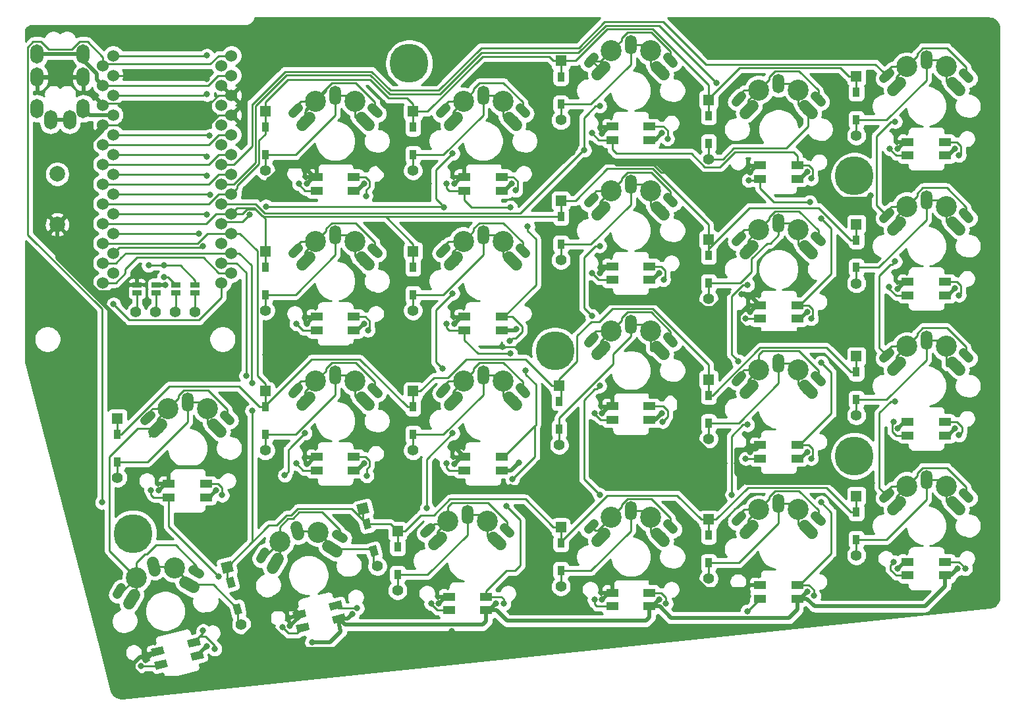
<source format=gbr>
G04 #@! TF.GenerationSoftware,KiCad,Pcbnew,(5.1.0)-1*
G04 #@! TF.CreationDate,2019-06-25T22:33:01+09:00*
G04 #@! TF.ProjectId,lunchbox52,6c756e63-6862-46f7-9835-322e6b696361,rev?*
G04 #@! TF.SameCoordinates,Original*
G04 #@! TF.FileFunction,Copper,L1,Top*
G04 #@! TF.FilePolarity,Positive*
%FSLAX46Y46*%
G04 Gerber Fmt 4.6, Leading zero omitted, Abs format (unit mm)*
G04 Created by KiCad (PCBNEW (5.1.0)-1) date 2019-06-25 22:33:01*
%MOMM*%
%LPD*%
G04 APERTURE LIST*
%ADD10O,1.500000X2.500000*%
%ADD11C,1.200000*%
%ADD12C,1.200000*%
%ADD13C,1.500000*%
%ADD14C,1.500000*%
%ADD15C,2.700000*%
%ADD16R,0.950000X1.300000*%
%ADD17R,1.397000X1.397000*%
%ADD18C,1.397000*%
%ADD19C,5.000000*%
%ADD20O,1.700000X2.500000*%
%ADD21C,0.950000*%
%ADD22C,0.100000*%
%ADD23R,1.143000X0.635000*%
%ADD24R,1.600000X1.000000*%
%ADD25C,1.000000*%
%ADD26C,1.524000*%
%ADD27C,2.000000*%
%ADD28C,0.800000*%
%ADD29C,0.250000*%
%ADD30C,0.500000*%
%ADD31C,0.254000*%
G04 APERTURE END LIST*
D10*
X152000000Y-115600000D03*
D11*
X157100000Y-117600000D03*
D12*
X156746447Y-117246447D02*
X157453553Y-117953553D01*
D11*
X146900000Y-117600000D03*
D12*
X146546447Y-117953553D02*
X147253553Y-117246447D01*
D13*
X148190000Y-118960000D03*
D14*
X147730381Y-119419619D02*
X148649619Y-118500381D01*
D13*
X155810000Y-118960000D03*
D14*
X155350381Y-118500381D02*
X156269619Y-119419619D01*
D15*
X149460000Y-116420000D03*
X154540000Y-116420000D03*
D16*
X161800000Y-119025000D03*
D17*
X161800000Y-116990000D03*
D18*
X161800000Y-124610000D03*
D16*
X161800000Y-122575000D03*
D19*
X199750000Y-126000000D03*
X199750000Y-90000000D03*
X161250000Y-112500000D03*
X142500000Y-75500000D03*
X107000000Y-136000000D03*
D20*
X96400000Y-82800000D03*
X100600000Y-81300000D03*
X100600000Y-77300000D03*
X100600000Y-74300000D03*
X94650000Y-77300000D03*
X94650000Y-74300000D03*
X98850000Y-82800000D03*
X94650000Y-81300000D03*
D16*
X143000000Y-101725000D03*
D17*
X143000000Y-99690000D03*
D18*
X143000000Y-107310000D03*
D16*
X143000000Y-105275000D03*
X105000000Y-123225000D03*
D17*
X105000000Y-121190000D03*
D18*
X105000000Y-128810000D03*
D16*
X105000000Y-126775000D03*
D21*
X120429411Y-145722275D03*
D22*
G36*
X119811271Y-145206496D02*
G01*
X120733052Y-144976670D01*
X121047551Y-146238054D01*
X120125770Y-146467880D01*
X119811271Y-145206496D01*
X119811271Y-145206496D01*
G37*
D18*
X120921722Y-147696827D03*
X119078278Y-140303173D03*
D22*
G36*
X118231544Y-139794404D02*
G01*
X119587047Y-139456439D01*
X119925012Y-140811942D01*
X118569509Y-141149907D01*
X118231544Y-139794404D01*
X118231544Y-139794404D01*
G37*
D21*
X119570589Y-142277725D03*
D22*
G36*
X118952449Y-141761946D02*
G01*
X119874230Y-141532120D01*
X120188729Y-142793504D01*
X119266948Y-143023330D01*
X118952449Y-141761946D01*
X118952449Y-141761946D01*
G37*
D16*
X124000000Y-87275000D03*
D18*
X124000000Y-89310000D03*
D17*
X124000000Y-81690000D03*
D16*
X124000000Y-83725000D03*
X124000000Y-105275000D03*
D18*
X124000000Y-107310000D03*
D17*
X124000000Y-99690000D03*
D16*
X124000000Y-101725000D03*
X124000000Y-123275000D03*
D18*
X124000000Y-125310000D03*
D17*
X124000000Y-117690000D03*
D16*
X124000000Y-119725000D03*
D21*
X137929411Y-138222275D03*
D22*
G36*
X137311271Y-137706496D02*
G01*
X138233052Y-137476670D01*
X138547551Y-138738054D01*
X137625770Y-138967880D01*
X137311271Y-137706496D01*
X137311271Y-137706496D01*
G37*
D18*
X138421722Y-140196827D03*
X136578278Y-132803173D03*
D22*
G36*
X135731544Y-132294404D02*
G01*
X137087047Y-131956439D01*
X137425012Y-133311942D01*
X136069509Y-133649907D01*
X135731544Y-132294404D01*
X135731544Y-132294404D01*
G37*
D21*
X137070589Y-134777725D03*
D22*
G36*
X136452449Y-134261946D02*
G01*
X137374230Y-134032120D01*
X137688729Y-135293504D01*
X136766948Y-135523330D01*
X136452449Y-134261946D01*
X136452449Y-134261946D01*
G37*
D16*
X143000000Y-87275000D03*
D18*
X143000000Y-89310000D03*
D17*
X143000000Y-81690000D03*
D16*
X143000000Y-83725000D03*
X143000000Y-119725000D03*
D17*
X143000000Y-117690000D03*
D18*
X143000000Y-125310000D03*
D16*
X143000000Y-123275000D03*
X141000000Y-137725000D03*
D17*
X141000000Y-135690000D03*
D18*
X141000000Y-143310000D03*
D16*
X141000000Y-141275000D03*
X162000000Y-77225000D03*
D17*
X162000000Y-75190000D03*
D18*
X162000000Y-82810000D03*
D16*
X162000000Y-80775000D03*
X162000000Y-95225000D03*
D17*
X162000000Y-93190000D03*
D18*
X162000000Y-100810000D03*
D16*
X162000000Y-98775000D03*
X162000000Y-140775000D03*
D18*
X162000000Y-142810000D03*
D17*
X162000000Y-135190000D03*
D16*
X162000000Y-137225000D03*
X181000000Y-82225000D03*
D17*
X181000000Y-80190000D03*
D18*
X181000000Y-87810000D03*
D16*
X181000000Y-85775000D03*
X181000000Y-103775000D03*
D18*
X181000000Y-105810000D03*
D17*
X181000000Y-98190000D03*
D16*
X181000000Y-100225000D03*
X181000000Y-121775000D03*
D18*
X181000000Y-123810000D03*
D17*
X181000000Y-116190000D03*
D16*
X181000000Y-118225000D03*
X181000000Y-136225000D03*
D17*
X181000000Y-134190000D03*
D18*
X181000000Y-141810000D03*
D16*
X181000000Y-139775000D03*
X200000000Y-79225000D03*
D17*
X200000000Y-77190000D03*
D18*
X200000000Y-84810000D03*
D16*
X200000000Y-82775000D03*
X200000000Y-101775000D03*
D18*
X200000000Y-103810000D03*
D17*
X200000000Y-96190000D03*
D16*
X200000000Y-98225000D03*
X200000000Y-118775000D03*
D18*
X200000000Y-120810000D03*
D17*
X200000000Y-113190000D03*
D16*
X200000000Y-115225000D03*
X200000000Y-133225000D03*
D17*
X200000000Y-131190000D03*
D18*
X200000000Y-138810000D03*
D16*
X200000000Y-136775000D03*
D18*
X115000000Y-107500000D03*
X112460000Y-107500000D03*
X109920000Y-107500000D03*
X107380000Y-107500000D03*
D23*
X107500000Y-103999620D03*
X107500000Y-105000380D03*
X110000000Y-105000380D03*
X110000000Y-103999620D03*
X112500000Y-103999620D03*
X112500000Y-105000380D03*
X115000000Y-105000380D03*
X115000000Y-103999620D03*
D24*
X116400000Y-131335000D03*
X116400000Y-129585000D03*
X111600000Y-131335000D03*
X111600000Y-129585000D03*
D25*
X110160176Y-151164003D03*
D22*
G36*
X109504900Y-151842688D02*
G01*
X109262978Y-150872393D01*
X110815452Y-150485318D01*
X111057374Y-151455613D01*
X109504900Y-151842688D01*
X109504900Y-151842688D01*
G37*
D25*
X110583539Y-152862020D03*
D22*
G36*
X109928263Y-153540705D02*
G01*
X109686341Y-152570410D01*
X111238815Y-152183335D01*
X111480737Y-153153630D01*
X109928263Y-153540705D01*
X109928263Y-153540705D01*
G37*
D25*
X114817595Y-150002778D03*
D22*
G36*
X114162319Y-150681463D02*
G01*
X113920397Y-149711168D01*
X115472871Y-149324093D01*
X115714793Y-150294388D01*
X114162319Y-150681463D01*
X114162319Y-150681463D01*
G37*
D25*
X115240958Y-151700795D03*
D22*
G36*
X114585682Y-152379480D02*
G01*
X114343760Y-151409185D01*
X115896234Y-151022110D01*
X116138156Y-151992405D01*
X114585682Y-152379480D01*
X114585682Y-152379480D01*
G37*
D24*
X130600000Y-90125000D03*
X130600000Y-91875000D03*
X135400000Y-90125000D03*
X135400000Y-91875000D03*
X135400000Y-109875000D03*
X135400000Y-108125000D03*
X130600000Y-109875000D03*
X130600000Y-108125000D03*
X130600000Y-126125000D03*
X130600000Y-127875000D03*
X135400000Y-126125000D03*
X135400000Y-127875000D03*
D25*
X133490958Y-146950795D03*
D22*
G36*
X132835682Y-147629480D02*
G01*
X132593760Y-146659185D01*
X134146234Y-146272110D01*
X134388156Y-147242405D01*
X132835682Y-147629480D01*
X132835682Y-147629480D01*
G37*
D25*
X133067595Y-145252778D03*
D22*
G36*
X132412319Y-145931463D02*
G01*
X132170397Y-144961168D01*
X133722871Y-144574093D01*
X133964793Y-145544388D01*
X132412319Y-145931463D01*
X132412319Y-145931463D01*
G37*
D25*
X128833539Y-148112020D03*
D22*
G36*
X128178263Y-148790705D02*
G01*
X127936341Y-147820410D01*
X129488815Y-147433335D01*
X129730737Y-148403630D01*
X128178263Y-148790705D01*
X128178263Y-148790705D01*
G37*
D25*
X128410176Y-146414003D03*
D22*
G36*
X127754900Y-147092688D02*
G01*
X127512978Y-146122393D01*
X129065452Y-145735318D01*
X129307374Y-146705613D01*
X127754900Y-147092688D01*
X127754900Y-147092688D01*
G37*
D24*
X154400000Y-91875000D03*
X154400000Y-90125000D03*
X149600000Y-91875000D03*
X149600000Y-90125000D03*
X149600000Y-108125000D03*
X149600000Y-109875000D03*
X154400000Y-108125000D03*
X154400000Y-109875000D03*
X154400000Y-127875000D03*
X154400000Y-126125000D03*
X149600000Y-127875000D03*
X149600000Y-126125000D03*
X147600000Y-144125000D03*
X147600000Y-145875000D03*
X152400000Y-144125000D03*
X152400000Y-145875000D03*
X173400000Y-85375000D03*
X173400000Y-83625000D03*
X168600000Y-85375000D03*
X168600000Y-83625000D03*
X168600000Y-101625000D03*
X168600000Y-103375000D03*
X173400000Y-101625000D03*
X173400000Y-103375000D03*
X173400000Y-121375000D03*
X173400000Y-119625000D03*
X168600000Y-121375000D03*
X168600000Y-119625000D03*
X168600000Y-143625000D03*
X168600000Y-145375000D03*
X173400000Y-143625000D03*
X173400000Y-145375000D03*
X187600000Y-88625000D03*
X187600000Y-90375000D03*
X192400000Y-88625000D03*
X192400000Y-90375000D03*
X192400000Y-108375000D03*
X192400000Y-106625000D03*
X187600000Y-108375000D03*
X187600000Y-106625000D03*
X187600000Y-124625000D03*
X187600000Y-126375000D03*
X192400000Y-124625000D03*
X192400000Y-126375000D03*
X192400000Y-144375000D03*
X192400000Y-142625000D03*
X187600000Y-144375000D03*
X187600000Y-142625000D03*
X206600000Y-85625000D03*
X206600000Y-87375000D03*
X211400000Y-85625000D03*
X211400000Y-87375000D03*
X211400000Y-105375000D03*
X211400000Y-103625000D03*
X206600000Y-105375000D03*
X206600000Y-103625000D03*
X206600000Y-121625000D03*
X206600000Y-123375000D03*
X211400000Y-121625000D03*
X211400000Y-123375000D03*
X211400000Y-141375000D03*
X211400000Y-139625000D03*
X206600000Y-141375000D03*
X206600000Y-139625000D03*
D26*
X104436400Y-74522000D03*
X104436400Y-77062000D03*
X104436400Y-79602000D03*
X104436400Y-82142000D03*
X104436400Y-84682000D03*
X104436400Y-87222000D03*
X104436400Y-89762000D03*
X104436400Y-92302000D03*
X104436400Y-94842000D03*
X104436400Y-97382000D03*
X104436400Y-99922000D03*
X104436400Y-102462000D03*
X119656400Y-102462000D03*
X119656400Y-99922000D03*
X119656400Y-97382000D03*
X119656400Y-94842000D03*
X119656400Y-92302000D03*
X119656400Y-89762000D03*
X119656400Y-87222000D03*
X119656400Y-84682000D03*
X119656400Y-82142000D03*
X119656400Y-79602000D03*
X119656400Y-77062000D03*
X119656400Y-74522000D03*
X103110000Y-75792000D03*
X103110000Y-78332000D03*
X103110000Y-80872000D03*
X103110000Y-83412000D03*
X103110000Y-85952000D03*
X103110000Y-88492000D03*
X103110000Y-91032000D03*
X103110000Y-93572000D03*
X103110000Y-96112000D03*
X103110000Y-98652000D03*
X103110000Y-101192000D03*
X103110000Y-103732000D03*
X118350000Y-103732000D03*
X118350000Y-101192000D03*
X118350000Y-98652000D03*
X118350000Y-96112000D03*
X118350000Y-93572000D03*
X118350000Y-91032000D03*
X118350000Y-88492000D03*
X118350000Y-85952000D03*
X118350000Y-83412000D03*
X118350000Y-80872000D03*
X118350000Y-78332000D03*
X118350000Y-75792000D03*
D27*
X97250000Y-89750000D03*
X97250000Y-96250000D03*
D10*
X114000000Y-119101560D03*
D11*
X119100000Y-121101560D03*
D12*
X118746447Y-120748007D02*
X119453553Y-121455113D01*
D11*
X108900000Y-121101560D03*
D12*
X108546447Y-121455113D02*
X109253553Y-120748007D01*
D13*
X110190000Y-122461560D03*
D14*
X109730381Y-122921179D02*
X110649619Y-122001941D01*
D13*
X117810000Y-122461560D03*
D14*
X117350381Y-122001941D02*
X118269619Y-122921179D01*
D15*
X111460000Y-119921560D03*
X116540000Y-119921560D03*
X112362716Y-140427798D03*
X107433614Y-141656761D03*
D13*
X114209473Y-142585108D03*
D14*
X113652314Y-142250333D02*
X114766632Y-142919883D01*
D13*
X106815820Y-144428553D03*
D14*
X106481045Y-144985712D02*
X107150595Y-143871394D01*
D11*
X105235124Y-143421030D03*
D12*
X104977605Y-143849614D02*
X105492643Y-142992446D01*
D11*
X115132141Y-140953427D03*
D12*
X114703557Y-140695908D02*
X115560725Y-141210946D01*
D13*
X109699789Y-140246637D03*
D14*
X109820750Y-140731785D02*
X109578828Y-139761489D01*
D10*
X133000000Y-79600000D03*
D11*
X138100000Y-81600000D03*
D12*
X137746447Y-81246447D02*
X138453553Y-81953553D01*
D11*
X127900000Y-81600000D03*
D12*
X127546447Y-81953553D02*
X128253553Y-81246447D01*
D13*
X129190000Y-82960000D03*
D14*
X128730381Y-83419619D02*
X129649619Y-82500381D01*
D13*
X136810000Y-82960000D03*
D14*
X136350381Y-82500381D02*
X137269619Y-83419619D01*
D15*
X130460000Y-80420000D03*
X135540000Y-80420000D03*
X135540000Y-98420000D03*
X130460000Y-98420000D03*
D13*
X136810000Y-100960000D03*
D14*
X136350381Y-100500381D02*
X137269619Y-101419619D01*
D13*
X129190000Y-100960000D03*
D14*
X128730381Y-101419619D02*
X129649619Y-100500381D01*
D11*
X127900000Y-99600000D03*
D12*
X127546447Y-99953553D02*
X128253553Y-99246447D01*
D11*
X138100000Y-99600000D03*
D12*
X137746447Y-99246447D02*
X138453553Y-99953553D01*
D10*
X133000000Y-97600000D03*
X133000000Y-115600000D03*
D11*
X138100000Y-117600000D03*
D12*
X137746447Y-117246447D02*
X138453553Y-117953553D01*
D11*
X127900000Y-117600000D03*
D12*
X127546447Y-117953553D02*
X128253553Y-117246447D01*
D13*
X129190000Y-118960000D03*
D14*
X128730381Y-119419619D02*
X129649619Y-118500381D01*
D13*
X136810000Y-118960000D03*
D14*
X136350381Y-118500381D02*
X137269619Y-119419619D01*
D15*
X130460000Y-116420000D03*
X135540000Y-116420000D03*
X130798334Y-135831282D03*
X125869232Y-137060245D03*
D13*
X132645091Y-137988592D03*
D14*
X132087932Y-137653817D02*
X133202250Y-138323367D01*
D13*
X125251438Y-139832037D03*
D14*
X124916663Y-140389196D02*
X125586213Y-139274878D01*
D11*
X123670742Y-138824514D03*
D12*
X123413223Y-139253098D02*
X123928261Y-138395930D01*
D11*
X133567759Y-136356911D03*
D12*
X133139175Y-136099392D02*
X133996343Y-136614430D01*
D13*
X128135407Y-135650121D03*
D14*
X128256368Y-136135269D02*
X128014446Y-135164973D01*
D10*
X152000000Y-79600000D03*
D11*
X157100000Y-81600000D03*
D12*
X156746447Y-81246447D02*
X157453553Y-81953553D01*
D11*
X146900000Y-81600000D03*
D12*
X146546447Y-81953553D02*
X147253553Y-81246447D01*
D13*
X148190000Y-82960000D03*
D14*
X147730381Y-83419619D02*
X148649619Y-82500381D01*
D13*
X155810000Y-82960000D03*
D14*
X155350381Y-82500381D02*
X156269619Y-83419619D01*
D15*
X149460000Y-80420000D03*
X154540000Y-80420000D03*
X154540000Y-98420000D03*
X149460000Y-98420000D03*
D13*
X155810000Y-100960000D03*
D14*
X155350381Y-100500381D02*
X156269619Y-101419619D01*
D13*
X148190000Y-100960000D03*
D14*
X147730381Y-101419619D02*
X148649619Y-100500381D01*
D11*
X146900000Y-99600000D03*
D12*
X146546447Y-99953553D02*
X147253553Y-99246447D01*
D11*
X157100000Y-99600000D03*
D12*
X156746447Y-99246447D02*
X157453553Y-99953553D01*
D10*
X152000000Y-97600000D03*
D15*
X152540000Y-134420000D03*
X147460000Y-134420000D03*
D13*
X153810000Y-136960000D03*
D14*
X153350381Y-136500381D02*
X154269619Y-137419619D01*
D13*
X146190000Y-136960000D03*
D14*
X145730381Y-137419619D02*
X146649619Y-136500381D01*
D11*
X144900000Y-135600000D03*
D12*
X144546447Y-135953553D02*
X145253553Y-135246447D01*
D11*
X155100000Y-135600000D03*
D12*
X154746447Y-135246447D02*
X155453553Y-135953553D01*
D10*
X150000000Y-133600000D03*
X171000000Y-73100000D03*
D11*
X176100000Y-75100000D03*
D12*
X175746447Y-74746447D02*
X176453553Y-75453553D01*
D11*
X165900000Y-75100000D03*
D12*
X165546447Y-75453553D02*
X166253553Y-74746447D01*
D13*
X167190000Y-76460000D03*
D14*
X166730381Y-76919619D02*
X167649619Y-76000381D01*
D13*
X174810000Y-76460000D03*
D14*
X174350381Y-76000381D02*
X175269619Y-76919619D01*
D15*
X168460000Y-73920000D03*
X173540000Y-73920000D03*
X173540000Y-91920000D03*
X168460000Y-91920000D03*
D13*
X174810000Y-94460000D03*
D14*
X174350381Y-94000381D02*
X175269619Y-94919619D01*
D13*
X167190000Y-94460000D03*
D14*
X166730381Y-94919619D02*
X167649619Y-94000381D01*
D11*
X165900000Y-93100000D03*
D12*
X165546447Y-93453553D02*
X166253553Y-92746447D01*
D11*
X176100000Y-93100000D03*
D12*
X175746447Y-92746447D02*
X176453553Y-93453553D01*
D10*
X171000000Y-91100000D03*
D15*
X173540000Y-109920000D03*
X168460000Y-109920000D03*
D13*
X174810000Y-112460000D03*
D14*
X174350381Y-112000381D02*
X175269619Y-112919619D01*
D13*
X167190000Y-112460000D03*
D14*
X166730381Y-112919619D02*
X167649619Y-112000381D01*
D11*
X165900000Y-111100000D03*
D12*
X165546447Y-111453553D02*
X166253553Y-110746447D01*
D11*
X176100000Y-111100000D03*
D12*
X175746447Y-110746447D02*
X176453553Y-111453553D01*
D10*
X171000000Y-109100000D03*
X171000000Y-133100000D03*
D11*
X176100000Y-135100000D03*
D12*
X175746447Y-134746447D02*
X176453553Y-135453553D01*
D11*
X165900000Y-135100000D03*
D12*
X165546447Y-135453553D02*
X166253553Y-134746447D01*
D13*
X167190000Y-136460000D03*
D14*
X166730381Y-136919619D02*
X167649619Y-136000381D01*
D13*
X174810000Y-136460000D03*
D14*
X174350381Y-136000381D02*
X175269619Y-136919619D01*
D15*
X168460000Y-133920000D03*
X173540000Y-133920000D03*
D10*
X190000000Y-78100000D03*
D11*
X195100000Y-80100000D03*
D12*
X194746447Y-79746447D02*
X195453553Y-80453553D01*
D11*
X184900000Y-80100000D03*
D12*
X184546447Y-80453553D02*
X185253553Y-79746447D01*
D13*
X186190000Y-81460000D03*
D14*
X185730381Y-81919619D02*
X186649619Y-81000381D01*
D13*
X193810000Y-81460000D03*
D14*
X193350381Y-81000381D02*
X194269619Y-81919619D01*
D15*
X187460000Y-78920000D03*
X192540000Y-78920000D03*
X192540000Y-96920000D03*
X187460000Y-96920000D03*
D13*
X193810000Y-99460000D03*
D14*
X193350381Y-99000381D02*
X194269619Y-99919619D01*
D13*
X186190000Y-99460000D03*
D14*
X185730381Y-99919619D02*
X186649619Y-99000381D01*
D11*
X184900000Y-98100000D03*
D12*
X184546447Y-98453553D02*
X185253553Y-97746447D01*
D11*
X195100000Y-98100000D03*
D12*
X194746447Y-97746447D02*
X195453553Y-98453553D01*
D10*
X190000000Y-96100000D03*
X190000000Y-114100000D03*
D11*
X195100000Y-116100000D03*
D12*
X194746447Y-115746447D02*
X195453553Y-116453553D01*
D11*
X184900000Y-116100000D03*
D12*
X184546447Y-116453553D02*
X185253553Y-115746447D01*
D13*
X186190000Y-117460000D03*
D14*
X185730381Y-117919619D02*
X186649619Y-117000381D01*
D13*
X193810000Y-117460000D03*
D14*
X193350381Y-117000381D02*
X194269619Y-117919619D01*
D15*
X187460000Y-114920000D03*
X192540000Y-114920000D03*
X192540000Y-132920000D03*
X187460000Y-132920000D03*
D13*
X193810000Y-135460000D03*
D14*
X193350381Y-135000381D02*
X194269619Y-135919619D01*
D13*
X186190000Y-135460000D03*
D14*
X185730381Y-135919619D02*
X186649619Y-135000381D01*
D11*
X184900000Y-134100000D03*
D12*
X184546447Y-134453553D02*
X185253553Y-133746447D01*
D11*
X195100000Y-134100000D03*
D12*
X194746447Y-133746447D02*
X195453553Y-134453553D01*
D10*
X190000000Y-132100000D03*
X209000000Y-75100000D03*
D11*
X214100000Y-77100000D03*
D12*
X213746447Y-76746447D02*
X214453553Y-77453553D01*
D11*
X203900000Y-77100000D03*
D12*
X203546447Y-77453553D02*
X204253553Y-76746447D01*
D13*
X205190000Y-78460000D03*
D14*
X204730381Y-78919619D02*
X205649619Y-78000381D01*
D13*
X212810000Y-78460000D03*
D14*
X212350381Y-78000381D02*
X213269619Y-78919619D01*
D15*
X206460000Y-75920000D03*
X211540000Y-75920000D03*
X211540000Y-93920000D03*
X206460000Y-93920000D03*
D13*
X212810000Y-96460000D03*
D14*
X212350381Y-96000381D02*
X213269619Y-96919619D01*
D13*
X205190000Y-96460000D03*
D14*
X204730381Y-96919619D02*
X205649619Y-96000381D01*
D11*
X203900000Y-95100000D03*
D12*
X203546447Y-95453553D02*
X204253553Y-94746447D01*
D11*
X214100000Y-95100000D03*
D12*
X213746447Y-94746447D02*
X214453553Y-95453553D01*
D10*
X209000000Y-93100000D03*
D15*
X211540000Y-111920000D03*
X206460000Y-111920000D03*
D13*
X212810000Y-114460000D03*
D14*
X212350381Y-114000381D02*
X213269619Y-114919619D01*
D13*
X205190000Y-114460000D03*
D14*
X204730381Y-114919619D02*
X205649619Y-114000381D01*
D11*
X203900000Y-113100000D03*
D12*
X203546447Y-113453553D02*
X204253553Y-112746447D01*
D11*
X214100000Y-113100000D03*
D12*
X213746447Y-112746447D02*
X214453553Y-113453553D01*
D10*
X209000000Y-111100000D03*
X209000000Y-129100000D03*
D11*
X214100000Y-131100000D03*
D12*
X213746447Y-130746447D02*
X214453553Y-131453553D01*
D11*
X203900000Y-131100000D03*
D12*
X203546447Y-131453553D02*
X204253553Y-130746447D01*
D13*
X205190000Y-132460000D03*
D14*
X204730381Y-132919619D02*
X205649619Y-132000381D01*
D13*
X212810000Y-132460000D03*
D14*
X212350381Y-132000381D02*
X213269619Y-132919619D01*
D15*
X206460000Y-129920000D03*
X211540000Y-129920000D03*
D28*
X122300000Y-116600000D03*
X122300000Y-120200000D03*
X111171502Y-104000000D03*
X111171502Y-104000000D03*
X156287500Y-109712500D03*
X156585882Y-126914118D03*
X130000000Y-150000000D03*
X153679778Y-144985299D03*
X136679778Y-90985299D03*
X117679778Y-130445299D03*
X116500000Y-150500000D03*
X135199415Y-146388111D03*
X136679598Y-126985539D03*
X136679778Y-108985299D03*
X155679778Y-90985299D03*
X175000000Y-84500000D03*
X174679778Y-102485299D03*
X175000000Y-120500000D03*
X174679778Y-144485299D03*
X193679778Y-89485299D03*
X193679778Y-107485299D03*
X193679778Y-125485299D03*
X193679778Y-143485299D03*
X213000000Y-140500000D03*
X212679778Y-122485299D03*
X212679778Y-104485299D03*
X212679778Y-86485299D03*
X116487347Y-77487347D03*
X186100153Y-144100153D03*
X167025306Y-102500000D03*
X148320222Y-91014701D03*
X148320222Y-109014701D03*
X148320222Y-127014701D03*
X146320222Y-145014701D03*
X205320222Y-104514701D03*
X167320222Y-84514701D03*
X167320222Y-144514701D03*
X167320222Y-120514701D03*
X129320222Y-91014701D03*
X129320222Y-109014701D03*
X129320222Y-127014701D03*
X108607536Y-152255013D03*
X110320222Y-130474701D03*
X120500000Y-127460000D03*
X155500000Y-130000000D03*
X163649989Y-127833013D03*
X127000000Y-110500000D03*
X124000000Y-113000000D03*
X113500000Y-113000000D03*
X148000000Y-124500000D03*
X133000000Y-130500000D03*
X143000000Y-128073998D03*
X124502993Y-90507124D03*
X205320222Y-122514701D03*
X127179669Y-147907870D03*
X205320222Y-140514701D03*
X205320222Y-86514701D03*
X186320222Y-89514701D03*
X186320222Y-107514701D03*
X148000000Y-148575010D03*
X186320222Y-125514701D03*
X184679999Y-126969991D03*
X183000000Y-127000000D03*
X163500000Y-87000000D03*
X145000000Y-91000000D03*
X135000000Y-112000000D03*
X142500000Y-112000000D03*
X154500000Y-112000000D03*
X164000000Y-105000000D03*
X166000000Y-105000000D03*
X183455684Y-104953325D03*
X185252820Y-105206801D03*
X201500000Y-108000000D03*
X202000000Y-129500000D03*
X201850001Y-92500000D03*
X195500000Y-92000000D03*
X167000000Y-86500000D03*
X178000000Y-82000000D03*
X111000000Y-103000000D03*
X109000000Y-101500000D03*
X111000000Y-101500000D03*
X118469334Y-131058978D03*
X103000000Y-132000000D03*
X118000000Y-141500000D03*
X116000000Y-148500000D03*
X109320380Y-130456781D03*
X117500000Y-150852778D03*
X107975544Y-153029989D03*
X135811732Y-145597496D03*
X128320380Y-90996781D03*
X156207669Y-91834752D03*
X128000000Y-109000000D03*
X136936459Y-92563541D03*
X128000000Y-127000000D03*
X137208037Y-109834384D03*
X126188729Y-148042193D03*
X137049067Y-128557090D03*
X155500000Y-94049990D03*
X157750000Y-96500000D03*
X155437500Y-111250000D03*
X147320380Y-90996781D03*
X155500000Y-112849981D03*
X157500000Y-115000000D03*
X155750000Y-129000000D03*
X147320380Y-108996781D03*
X155000000Y-132500000D03*
X147320380Y-126996781D03*
X154679620Y-145003219D03*
X145320380Y-144996781D03*
X175534752Y-145007670D03*
X166000000Y-84500000D03*
X194208037Y-90334384D03*
X166000000Y-102500000D03*
X175707108Y-85207108D03*
X166320380Y-120496781D03*
X175208037Y-103334384D03*
X166320380Y-144496781D03*
X175101041Y-121601041D03*
X194208037Y-108334384D03*
X194000000Y-93349981D03*
X195500000Y-95500000D03*
X186154941Y-90551503D03*
X194208037Y-126334384D03*
X185769469Y-108349372D03*
X195500000Y-114000000D03*
X194526819Y-144016829D03*
X185769469Y-126349372D03*
X195500000Y-132000000D03*
X186000000Y-146000000D03*
X214000000Y-140500000D03*
X204320380Y-86496781D03*
X204222040Y-104277960D03*
X213208037Y-87334384D03*
X204791963Y-121665616D03*
X213208037Y-105334384D03*
X204791963Y-139665616D03*
X213208037Y-123334384D03*
X116500000Y-79500000D03*
X121526499Y-115705571D03*
X116000000Y-99000000D03*
X129092154Y-123092154D03*
X115450846Y-97450846D03*
X126500000Y-128500000D03*
X148092154Y-105092154D03*
X146762347Y-114762347D03*
X148092154Y-123092154D03*
X144762347Y-132762347D03*
X148092154Y-87092154D03*
X147000000Y-94000000D03*
X122000000Y-95000000D03*
X124080858Y-93919142D03*
X116487347Y-94987347D03*
X167000000Y-99000000D03*
X166000000Y-108000000D03*
X167000000Y-81000000D03*
X167000000Y-117000000D03*
X167000000Y-131000000D03*
X116893966Y-92393966D03*
X165019539Y-86682543D03*
X186000000Y-122000000D03*
X184000000Y-131000000D03*
X182000000Y-78000000D03*
X116500000Y-90000000D03*
X184833265Y-113833265D03*
X186000000Y-104000000D03*
X205000000Y-83000000D03*
X205000000Y-101000000D03*
X205000000Y-119000000D03*
X116500000Y-87500000D03*
X116500000Y-74500000D03*
X116833966Y-84833966D03*
X104500000Y-106500000D03*
D29*
X142275000Y-119725000D02*
X143000000Y-119725000D01*
X136124980Y-113574980D02*
X142275000Y-119725000D01*
X129975020Y-113574980D02*
X136124980Y-113574980D01*
X124000000Y-119550000D02*
X129975020Y-113574980D01*
X124000000Y-119725000D02*
X124000000Y-119550000D01*
X199275000Y-115225000D02*
X200000000Y-115225000D01*
X196124980Y-112074980D02*
X199275000Y-115225000D01*
X187616856Y-112074980D02*
X196124980Y-112074980D01*
X181466836Y-118225000D02*
X187616856Y-112074980D01*
X181000000Y-118225000D02*
X181466836Y-118225000D01*
X124000000Y-116741500D02*
X124000000Y-117690000D01*
X122976499Y-115717999D02*
X124000000Y-116741500D01*
X105000000Y-121190000D02*
X105000000Y-123225000D01*
X143000000Y-119725000D02*
X143000000Y-117690000D01*
X181000000Y-118225000D02*
X181000000Y-116190000D01*
X200000000Y-113190000D02*
X200000000Y-115225000D01*
X116544998Y-97382000D02*
X119656400Y-97382000D01*
X103110000Y-98652000D02*
X115274999Y-98651999D01*
X115274999Y-98651999D02*
X116544998Y-97382000D01*
X162000000Y-116775000D02*
X162000000Y-118810000D01*
X160851500Y-116990000D02*
X161800000Y-116990000D01*
X149826017Y-113574981D02*
X157436481Y-113574981D01*
X157436481Y-113574981D02*
X160851500Y-116990000D01*
X147431007Y-115969991D02*
X149826017Y-113574981D01*
X145668509Y-115969991D02*
X147431007Y-115969991D01*
X143948500Y-117690000D02*
X145668509Y-115969991D01*
X143000000Y-117690000D02*
X143948500Y-117690000D01*
X168616856Y-107074980D02*
X173824980Y-107074980D01*
X181000000Y-114250000D02*
X181000000Y-116190000D01*
X173824980Y-107074980D02*
X181000000Y-114250000D01*
X122976499Y-99624469D02*
X122976499Y-99773501D01*
X120734030Y-97382000D02*
X122976499Y-99624469D01*
X119656400Y-97382000D02*
X120734030Y-97382000D01*
X122976499Y-99702099D02*
X122976499Y-99773501D01*
X122976499Y-99773501D02*
X122976499Y-115717999D01*
X164075001Y-113856001D02*
X164075001Y-110575001D01*
X161800000Y-116990000D02*
X161800000Y-116131002D01*
X161800000Y-116131002D02*
X164075001Y-113856001D01*
X166966835Y-108725001D02*
X168616856Y-107074980D01*
X165925001Y-108725001D02*
X166966835Y-108725001D01*
X164075001Y-110575001D02*
X165925001Y-108725001D01*
X124000000Y-119725000D02*
X124000000Y-117690000D01*
X105000000Y-123225000D02*
X105000000Y-121500000D01*
X123275000Y-119725000D02*
X124000000Y-119725000D01*
X120626540Y-117076540D02*
X123275000Y-119725000D01*
X111616856Y-117076540D02*
X120626540Y-117076540D01*
X105468396Y-123225000D02*
X111616856Y-117076540D01*
X105000000Y-123225000D02*
X105468396Y-123225000D01*
X115720000Y-119101560D02*
X116540000Y-119921560D01*
X114000000Y-119101560D02*
X115720000Y-119101560D01*
X117170812Y-122461560D02*
X117810000Y-122461560D01*
X116540000Y-121830748D02*
X117170812Y-122461560D01*
X116540000Y-119921560D02*
X116540000Y-121830748D01*
X114000000Y-120601560D02*
X114000000Y-119101560D01*
X114000000Y-121660562D02*
X114000000Y-120601560D01*
X105000000Y-126775000D02*
X105000000Y-128810000D01*
X108885562Y-126775000D02*
X109080281Y-126580281D01*
X105000000Y-126775000D02*
X108885562Y-126775000D01*
X108925562Y-126735000D02*
X109080281Y-126580281D01*
X109080281Y-126580281D02*
X114000000Y-121660562D01*
X140087725Y-134777725D02*
X141000000Y-135690000D01*
X137070589Y-134777725D02*
X140087725Y-134777725D01*
X119078278Y-141785414D02*
X119570589Y-142277725D01*
X119078278Y-140303173D02*
X119078278Y-141785414D01*
X141000000Y-137725000D02*
X141000000Y-135690000D01*
X162000000Y-137225000D02*
X162000000Y-135190000D01*
X199275000Y-133225000D02*
X200000000Y-133225000D01*
X196124981Y-130074981D02*
X199275000Y-133225000D01*
X186063519Y-130074981D02*
X196124981Y-130074981D01*
X181948500Y-134190000D02*
X186063519Y-130074981D01*
X181000000Y-134190000D02*
X181948500Y-134190000D01*
X122300000Y-137081451D02*
X119078278Y-140303173D01*
X122300000Y-120200000D02*
X122300000Y-137081451D01*
X181000000Y-136225000D02*
X181000000Y-134190000D01*
X200000000Y-131190000D02*
X200000000Y-133225000D01*
X161051500Y-135190000D02*
X162000000Y-135190000D01*
X157436480Y-131574980D02*
X161051500Y-135190000D01*
X147759422Y-131574980D02*
X157436480Y-131574980D01*
X145718403Y-133615999D02*
X147759422Y-131574980D01*
X144022501Y-133615999D02*
X145718403Y-133615999D01*
X141948500Y-135690000D02*
X144022501Y-133615999D01*
X141000000Y-135690000D02*
X141948500Y-135690000D01*
X180051500Y-134190000D02*
X181000000Y-134190000D01*
X176936481Y-131074981D02*
X180051500Y-134190000D01*
X167975019Y-131074981D02*
X176936481Y-131074981D01*
X162000000Y-137050000D02*
X167975019Y-131074981D01*
X162000000Y-137225000D02*
X162000000Y-137050000D01*
X119656400Y-99922000D02*
X106078000Y-99922000D01*
X104187630Y-101192000D02*
X103110000Y-101192000D01*
X104775162Y-101192000D02*
X104187630Y-101192000D01*
X105467162Y-100500000D02*
X104775162Y-101192000D01*
X105500000Y-100500000D02*
X105467162Y-100500000D01*
X106078000Y-99922000D02*
X105500000Y-100500000D01*
X122251499Y-116551499D02*
X122300000Y-116600000D01*
X122251499Y-101517099D02*
X122251499Y-116551499D01*
X120656400Y-99922000D02*
X122251499Y-101517099D01*
X119656400Y-99922000D02*
X120656400Y-99922000D01*
X136463672Y-134170808D02*
X137070589Y-134777725D01*
X124440726Y-134940726D02*
X125443153Y-134940726D01*
X135096037Y-132803173D02*
X136463672Y-134170808D01*
X125443153Y-134940726D02*
X126742097Y-133641782D01*
X126742097Y-133641782D02*
X127348001Y-133641782D01*
X127348001Y-133641782D02*
X128186610Y-132803173D01*
X119078278Y-140303173D02*
X124440726Y-134940726D01*
X128186610Y-132803173D02*
X135096037Y-132803173D01*
X136578278Y-134285414D02*
X137070589Y-134777725D01*
X136578278Y-132803173D02*
X136578278Y-134285414D01*
X112181555Y-140246637D02*
X112362716Y-140427798D01*
X109699789Y-140246637D02*
X112181555Y-140246637D01*
X114209473Y-142274555D02*
X114209473Y-142585108D01*
X112362716Y-140427798D02*
X114209473Y-142274555D01*
X117292244Y-142585108D02*
X120429411Y-145722275D01*
X114209473Y-142585108D02*
X117292244Y-142585108D01*
X120429411Y-147204516D02*
X120921722Y-147696827D01*
X120429411Y-145722275D02*
X120429411Y-147204516D01*
X136100102Y-82960000D02*
X136810000Y-82960000D01*
X135540000Y-82399898D02*
X136100102Y-82960000D01*
X135540000Y-80420000D02*
X135540000Y-82399898D01*
X134720000Y-79600000D02*
X135540000Y-80420000D01*
X133000000Y-79600000D02*
X134720000Y-79600000D01*
X133000000Y-81100000D02*
X133000000Y-79600000D01*
X133000000Y-82159002D02*
X133000000Y-81100000D01*
X127884002Y-87275000D02*
X133000000Y-82159002D01*
X124000000Y-87275000D02*
X127884002Y-87275000D01*
X124000000Y-87275000D02*
X124000000Y-89310000D01*
X124000000Y-83725000D02*
X124000000Y-81690000D01*
X143000000Y-83725000D02*
X143000000Y-81690000D01*
X181000000Y-79241500D02*
X181000000Y-80190000D01*
X181000000Y-78264588D02*
X181000000Y-79241500D01*
X173810393Y-71074981D02*
X181000000Y-78264588D01*
X167975019Y-71074981D02*
X173810393Y-71074981D01*
X200000000Y-77190000D02*
X200000000Y-79225000D01*
X181000000Y-80190000D02*
X181000000Y-82225000D01*
X162000000Y-75190000D02*
X162000000Y-77225000D01*
X124000000Y-84625000D02*
X124000000Y-83725000D01*
X123199999Y-85425001D02*
X124000000Y-84625000D01*
X118578770Y-92302000D02*
X119656400Y-92302000D01*
X118011238Y-92302000D02*
X118578770Y-92302000D01*
X116741238Y-93572000D02*
X118011238Y-92302000D01*
X103110000Y-93572000D02*
X116741238Y-93572000D01*
X123199999Y-88463573D02*
X123199999Y-87050001D01*
X120418399Y-91245173D02*
X123199999Y-88463573D01*
X120418399Y-91540001D02*
X120418399Y-91245173D01*
X119656400Y-92302000D02*
X120418399Y-91540001D01*
X123199999Y-87758401D02*
X123199999Y-87050001D01*
X123199999Y-87050001D02*
X123199999Y-85425001D01*
X143000000Y-80741500D02*
X143000000Y-81690000D01*
X124000000Y-80500000D02*
X126925020Y-77574980D01*
X126925020Y-77574980D02*
X137438570Y-77574980D01*
X137438570Y-77574980D02*
X139863590Y-80000000D01*
X124000000Y-81690000D02*
X124000000Y-80500000D01*
X139863590Y-80000000D02*
X142258500Y-80000000D01*
X142258500Y-80000000D02*
X143000000Y-80741500D01*
X161051500Y-75190000D02*
X162000000Y-75190000D01*
X160500000Y-74638500D02*
X161051500Y-75190000D01*
X160500000Y-74616509D02*
X160500000Y-74638500D01*
X151933491Y-74616509D02*
X160500000Y-74616509D01*
X144860000Y-81690000D02*
X151933491Y-74616509D01*
X143000000Y-81690000D02*
X144860000Y-81690000D01*
X163860000Y-75190000D02*
X167975019Y-71074981D01*
X162000000Y-75190000D02*
X163860000Y-75190000D01*
X199051500Y-77190000D02*
X200000000Y-77190000D01*
X197936481Y-76074981D02*
X199051500Y-77190000D01*
X184998021Y-76074981D02*
X197936481Y-76074981D01*
X181000000Y-80073002D02*
X184998021Y-76074981D01*
X181000000Y-80190000D02*
X181000000Y-80073002D01*
X134720000Y-97600000D02*
X135540000Y-98420000D01*
X133000000Y-97600000D02*
X134720000Y-97600000D01*
X136170812Y-100960000D02*
X136810000Y-100960000D01*
X135540000Y-100329188D02*
X136170812Y-100960000D01*
X135540000Y-98420000D02*
X135540000Y-100329188D01*
X124725000Y-105275000D02*
X124000000Y-105275000D01*
X127884002Y-105275000D02*
X124725000Y-105275000D01*
X133000000Y-100159002D02*
X127884002Y-105275000D01*
X133000000Y-97600000D02*
X133000000Y-100159002D01*
X124000000Y-105275000D02*
X124000000Y-107310000D01*
X143000000Y-99690000D02*
X143000000Y-101725000D01*
X181000000Y-100225000D02*
X181000000Y-98190000D01*
X199275000Y-98225000D02*
X200000000Y-98225000D01*
X195124981Y-94074981D02*
X199275000Y-98225000D01*
X186250019Y-94074981D02*
X195124981Y-94074981D01*
X181000000Y-99325000D02*
X186250019Y-94074981D01*
X181000000Y-100225000D02*
X181000000Y-99325000D01*
X124000000Y-95500000D02*
X124000000Y-99690000D01*
X124000000Y-101725000D02*
X124000000Y-99690000D01*
X162000000Y-93190000D02*
X162000000Y-95225000D01*
X200000000Y-96190000D02*
X200000000Y-98225000D01*
X118578770Y-94842000D02*
X119656400Y-94842000D01*
X117658000Y-94842000D02*
X118578770Y-94842000D01*
X116388000Y-96112000D02*
X117658000Y-94842000D01*
X103110000Y-96112000D02*
X116388000Y-96112000D01*
X122774999Y-94274999D02*
X123625000Y-95125000D01*
X121651999Y-94274999D02*
X122774999Y-94274999D01*
X121084998Y-94842000D02*
X121651999Y-94274999D01*
X119656400Y-94842000D02*
X121084998Y-94842000D01*
X123625000Y-95125000D02*
X124000000Y-95500000D01*
X181000000Y-97241500D02*
X181000000Y-98190000D01*
X181000000Y-96264588D02*
X181000000Y-97241500D01*
X173810393Y-89074981D02*
X181000000Y-96264588D01*
X167998022Y-89074980D02*
X173810393Y-89074981D01*
X163883002Y-93190000D02*
X167998022Y-89074980D01*
X162000000Y-93190000D02*
X163883002Y-93190000D01*
X161275000Y-95225000D02*
X162000000Y-95225000D01*
X122580001Y-94080001D02*
X123725000Y-95225000D01*
X120418399Y-94080001D02*
X122580001Y-94080001D01*
X119656400Y-94842000D02*
X120418399Y-94080001D01*
X142775000Y-95225000D02*
X161275000Y-95225000D01*
X139483500Y-95225000D02*
X137775000Y-95225000D01*
X143000000Y-98741500D02*
X139483500Y-95225000D01*
X143000000Y-99690000D02*
X143000000Y-98741500D01*
X123725000Y-95225000D02*
X137775000Y-95225000D01*
X137775000Y-95225000D02*
X142775000Y-95225000D01*
X134720000Y-115600000D02*
X135540000Y-116420000D01*
X133000000Y-115600000D02*
X134720000Y-115600000D01*
X136170812Y-118960000D02*
X136810000Y-118960000D01*
X135540000Y-118329188D02*
X136170812Y-118960000D01*
X135540000Y-116420000D02*
X135540000Y-118329188D01*
X124000000Y-123275000D02*
X124000000Y-125310000D01*
X133000000Y-117100000D02*
X133000000Y-115600000D01*
X133000000Y-118159002D02*
X133000000Y-117100000D01*
X127884002Y-123275000D02*
X133000000Y-118159002D01*
X124000000Y-123275000D02*
X127884002Y-123275000D01*
X130617173Y-135650121D02*
X130798334Y-135831282D01*
X128135407Y-135650121D02*
X130617173Y-135650121D01*
X132645091Y-137678039D02*
X132645091Y-137988592D01*
X130798334Y-135831282D02*
X132645091Y-137678039D01*
X137695728Y-137988592D02*
X137929411Y-138222275D01*
X132645091Y-137988592D02*
X137695728Y-137988592D01*
X137929411Y-139704516D02*
X138421722Y-140196827D01*
X137929411Y-138222275D02*
X137929411Y-139704516D01*
X143000000Y-87275000D02*
X143000000Y-89310000D01*
X153720000Y-79600000D02*
X154540000Y-80420000D01*
X152000000Y-79600000D02*
X153720000Y-79600000D01*
X155170812Y-82960000D02*
X155810000Y-82960000D01*
X154540000Y-82329188D02*
X155170812Y-82960000D01*
X154540000Y-80420000D02*
X154540000Y-82329188D01*
X143725000Y-87275000D02*
X143000000Y-87275000D01*
X146884002Y-87275000D02*
X143725000Y-87275000D01*
X152000000Y-82159002D02*
X146884002Y-87275000D01*
X152000000Y-79600000D02*
X152000000Y-82159002D01*
X143000000Y-105275000D02*
X143000000Y-107310000D01*
X153720000Y-97600000D02*
X154540000Y-98420000D01*
X152000000Y-97600000D02*
X153720000Y-97600000D01*
X155170812Y-100960000D02*
X155810000Y-100960000D01*
X154540000Y-100329188D02*
X155170812Y-100960000D01*
X154540000Y-98420000D02*
X154540000Y-100329188D01*
X152000000Y-99100000D02*
X152000000Y-97600000D01*
X152000000Y-100159002D02*
X152000000Y-99100000D01*
X146884002Y-105275000D02*
X152000000Y-100159002D01*
X143000000Y-105275000D02*
X146884002Y-105275000D01*
X153720000Y-115600000D02*
X154540000Y-116420000D01*
X152000000Y-115600000D02*
X153720000Y-115600000D01*
X155170812Y-118960000D02*
X155810000Y-118960000D01*
X154540000Y-118329188D02*
X155170812Y-118960000D01*
X154540000Y-116420000D02*
X154540000Y-118329188D01*
X152000000Y-117100000D02*
X152000000Y-115600000D01*
X152000000Y-118159002D02*
X152000000Y-117100000D01*
X146884002Y-123275000D02*
X152000000Y-118159002D01*
X143000000Y-123275000D02*
X146884002Y-123275000D01*
X143000000Y-123275000D02*
X143000000Y-125310000D01*
X151720000Y-133600000D02*
X152540000Y-134420000D01*
X150000000Y-133600000D02*
X151720000Y-133600000D01*
X153170812Y-136960000D02*
X153810000Y-136960000D01*
X152540000Y-136329188D02*
X153170812Y-136960000D01*
X152540000Y-134420000D02*
X152540000Y-136329188D01*
X141000000Y-141275000D02*
X141000000Y-143310000D01*
X150000000Y-135100000D02*
X150000000Y-133600000D01*
X150000000Y-136159002D02*
X150000000Y-135100000D01*
X144884002Y-141275000D02*
X150000000Y-136159002D01*
X141000000Y-141275000D02*
X144884002Y-141275000D01*
X172720000Y-73100000D02*
X173540000Y-73920000D01*
X171000000Y-73100000D02*
X172720000Y-73100000D01*
X174170812Y-76460000D02*
X174810000Y-76460000D01*
X173540000Y-75829188D02*
X174170812Y-76460000D01*
X173540000Y-73920000D02*
X173540000Y-75829188D01*
X162725000Y-80775000D02*
X162000000Y-80775000D01*
X165884002Y-80775000D02*
X162725000Y-80775000D01*
X171000000Y-75659002D02*
X165884002Y-80775000D01*
X171000000Y-73100000D02*
X171000000Y-75659002D01*
X162000000Y-80775000D02*
X162000000Y-82810000D01*
X174100102Y-94460000D02*
X174810000Y-94460000D01*
X173540000Y-93899898D02*
X174100102Y-94460000D01*
X173540000Y-91920000D02*
X173540000Y-93899898D01*
X172720000Y-91100000D02*
X173540000Y-91920000D01*
X171000000Y-91100000D02*
X172720000Y-91100000D01*
X171000000Y-92600000D02*
X171000000Y-91100000D01*
X171000000Y-93659002D02*
X171000000Y-92600000D01*
X165884002Y-98775000D02*
X171000000Y-93659002D01*
X162000000Y-98775000D02*
X165884002Y-98775000D01*
X162000000Y-98775000D02*
X162000000Y-100810000D01*
X172720000Y-109100000D02*
X173540000Y-109920000D01*
X171000000Y-109100000D02*
X172720000Y-109100000D01*
X173660718Y-112460000D02*
X174810000Y-112460000D01*
X173540000Y-112339282D02*
X173660718Y-112460000D01*
X173540000Y-109920000D02*
X173540000Y-112339282D01*
X171000000Y-110600000D02*
X171000000Y-109100000D01*
X168721775Y-112878225D02*
X171000000Y-110600000D01*
X168721775Y-114205223D02*
X168721775Y-112878225D01*
X161800000Y-121126998D02*
X168721775Y-114205223D01*
X161800000Y-122575000D02*
X161800000Y-121126998D01*
X161800000Y-122575000D02*
X161800000Y-124610000D01*
X172720000Y-133100000D02*
X173540000Y-133920000D01*
X171000000Y-133100000D02*
X172720000Y-133100000D01*
X174170812Y-136460000D02*
X174810000Y-136460000D01*
X173540000Y-135829188D02*
X174170812Y-136460000D01*
X173540000Y-133920000D02*
X173540000Y-135829188D01*
X162000000Y-140775000D02*
X162000000Y-142810000D01*
X171000000Y-134600000D02*
X171000000Y-133100000D01*
X171000000Y-135659002D02*
X171000000Y-134600000D01*
X165884002Y-140775000D02*
X171000000Y-135659002D01*
X162000000Y-140775000D02*
X165884002Y-140775000D01*
X193170812Y-81460000D02*
X193810000Y-81460000D01*
X192540000Y-80829188D02*
X193170812Y-81460000D01*
X192540000Y-78920000D02*
X192540000Y-80829188D01*
X191720000Y-78100000D02*
X192540000Y-78920000D01*
X190000000Y-78100000D02*
X191720000Y-78100000D01*
X181000000Y-85775000D02*
X181000000Y-87810000D01*
X181000000Y-87810000D02*
X182849002Y-87810000D01*
X193810000Y-82609282D02*
X193810000Y-81460000D01*
X193810000Y-83631002D02*
X193810000Y-82609282D01*
X190991022Y-86449980D02*
X193810000Y-83631002D01*
X184209022Y-86449980D02*
X190991022Y-86449980D01*
X182849002Y-87810000D02*
X184209022Y-86449980D01*
X181000000Y-103775000D02*
X181000000Y-105810000D01*
X191720000Y-96100000D02*
X192540000Y-96920000D01*
X190000000Y-96100000D02*
X191720000Y-96100000D01*
X193170812Y-99460000D02*
X193810000Y-99460000D01*
X192540000Y-98829188D02*
X193170812Y-99460000D01*
X192540000Y-96920000D02*
X192540000Y-98829188D01*
X186500000Y-102297905D02*
X186500000Y-100670294D01*
X181000000Y-103775000D02*
X185022905Y-103775000D01*
X185022905Y-103775000D02*
X186500000Y-102297905D01*
X190000000Y-97600000D02*
X190000000Y-96100000D01*
X188929706Y-98670294D02*
X190000000Y-97600000D01*
X188500000Y-98670294D02*
X188929706Y-98670294D01*
X186500000Y-100670294D02*
X188500000Y-98670294D01*
X191720000Y-114100000D02*
X192540000Y-114920000D01*
X190000000Y-114100000D02*
X191720000Y-114100000D01*
X193170812Y-117460000D02*
X193810000Y-117460000D01*
X192540000Y-116829188D02*
X193170812Y-117460000D01*
X192540000Y-114920000D02*
X192540000Y-116829188D01*
X181725000Y-121775000D02*
X181000000Y-121775000D01*
X184884002Y-121775000D02*
X181725000Y-121775000D01*
X190000000Y-116659002D02*
X184884002Y-121775000D01*
X190000000Y-114100000D02*
X190000000Y-116659002D01*
X181000000Y-121775000D02*
X181000000Y-123810000D01*
X191720000Y-132100000D02*
X192540000Y-132920000D01*
X190000000Y-132100000D02*
X191720000Y-132100000D01*
X193170812Y-135460000D02*
X193810000Y-135460000D01*
X192540000Y-134829188D02*
X193170812Y-135460000D01*
X192540000Y-132920000D02*
X192540000Y-134829188D01*
X190000000Y-134659002D02*
X190000000Y-132100000D01*
X181000000Y-139775000D02*
X184884002Y-139775000D01*
X184884002Y-139775000D02*
X190000000Y-134659002D01*
X181000000Y-139775000D02*
X181000000Y-141810000D01*
X200000000Y-84810000D02*
X200000000Y-82775000D01*
X209000000Y-77659002D02*
X209000000Y-75100000D01*
X200000000Y-82775000D02*
X203884002Y-82775000D01*
X203884002Y-82775000D02*
X209000000Y-77659002D01*
X210720000Y-75100000D02*
X211540000Y-75920000D01*
X209000000Y-75100000D02*
X210720000Y-75100000D01*
X212170812Y-78460000D02*
X212810000Y-78460000D01*
X211540000Y-77829188D02*
X212170812Y-78460000D01*
X211540000Y-75920000D02*
X211540000Y-77829188D01*
X210720000Y-93100000D02*
X211540000Y-93920000D01*
X209000000Y-93100000D02*
X210720000Y-93100000D01*
X212170812Y-96460000D02*
X212810000Y-96460000D01*
X211540000Y-95829188D02*
X212170812Y-96460000D01*
X211540000Y-93920000D02*
X211540000Y-95829188D01*
X209000000Y-94600000D02*
X209000000Y-93100000D01*
X209000000Y-95659002D02*
X209000000Y-94600000D01*
X202884002Y-101775000D02*
X209000000Y-95659002D01*
X200000000Y-101775000D02*
X202884002Y-101775000D01*
X200000000Y-101775000D02*
X200000000Y-103810000D01*
X210720000Y-111100000D02*
X211540000Y-111920000D01*
X209000000Y-111100000D02*
X210720000Y-111100000D01*
X211660718Y-114460000D02*
X212810000Y-114460000D01*
X211540000Y-114339282D02*
X211660718Y-114460000D01*
X211540000Y-111920000D02*
X211540000Y-114339282D01*
X209000000Y-112600000D02*
X209000000Y-111100000D01*
X209000000Y-113659002D02*
X209000000Y-112600000D01*
X203884002Y-118775000D02*
X209000000Y-113659002D01*
X200000000Y-118775000D02*
X203884002Y-118775000D01*
X200000000Y-118775000D02*
X200000000Y-120810000D01*
X200000000Y-136775000D02*
X200000000Y-138810000D01*
X210720000Y-129100000D02*
X211540000Y-129920000D01*
X209000000Y-129100000D02*
X210720000Y-129100000D01*
X212170812Y-132460000D02*
X212810000Y-132460000D01*
X211540000Y-131829188D02*
X212170812Y-132460000D01*
X211540000Y-129920000D02*
X211540000Y-131829188D01*
X209000000Y-130600000D02*
X209000000Y-129100000D01*
X209000000Y-131659002D02*
X209000000Y-130600000D01*
X203884002Y-136775000D02*
X209000000Y-131659002D01*
X200000000Y-136775000D02*
X203884002Y-136775000D01*
D30*
X94850010Y-82099990D02*
X94650000Y-82300000D01*
X100600000Y-82300000D02*
X100399990Y-82099990D01*
X100600000Y-82300000D02*
X100758000Y-82142000D01*
X110000380Y-104000000D02*
X110000000Y-103999620D01*
X111171502Y-104000000D02*
X110000380Y-104000000D01*
X156125000Y-109875000D02*
X156287500Y-109712500D01*
X154400000Y-109875000D02*
X156125000Y-109875000D01*
X155625000Y-127875000D02*
X156585882Y-126914118D01*
X154400000Y-127875000D02*
X155625000Y-127875000D01*
X101442000Y-82142000D02*
X100600000Y-81300000D01*
X104436400Y-82142000D02*
X101442000Y-82142000D01*
X133490958Y-147566101D02*
X133490958Y-146950795D01*
X133490958Y-147674127D02*
X133490958Y-147566101D01*
X133701408Y-148518196D02*
X133490958Y-147674127D01*
X133701408Y-148652828D02*
X133701408Y-148518196D01*
X132354236Y-150000000D02*
X133701408Y-148652828D01*
X130000000Y-150000000D02*
X132354236Y-150000000D01*
X152400000Y-146875000D02*
X152400000Y-145875000D01*
X152400000Y-147271765D02*
X152400000Y-146875000D01*
X151946755Y-147725010D02*
X152400000Y-147271765D01*
X134265173Y-147725010D02*
X151946755Y-147725010D01*
X133490958Y-146950795D02*
X134265173Y-147725010D01*
X173400000Y-146375000D02*
X173400000Y-145375000D01*
X173400000Y-146771765D02*
X173400000Y-146375000D01*
X172946755Y-147225010D02*
X173400000Y-146771765D01*
X155050010Y-147225010D02*
X172946755Y-147225010D01*
X153700000Y-145875000D02*
X155050010Y-147225010D01*
X152400000Y-145875000D02*
X153700000Y-145875000D01*
X192400000Y-145375000D02*
X192400000Y-144375000D01*
X192400000Y-145771765D02*
X192400000Y-145375000D01*
X191321764Y-146850001D02*
X192400000Y-145771765D01*
X176175001Y-146850001D02*
X191321764Y-146850001D01*
X174700000Y-145375000D02*
X176175001Y-146850001D01*
X173400000Y-145375000D02*
X174700000Y-145375000D01*
X211400000Y-142375000D02*
X211400000Y-141375000D01*
X211400000Y-142771765D02*
X211400000Y-142375000D01*
X208821764Y-145350001D02*
X211400000Y-142771765D01*
X194591999Y-145350001D02*
X208821764Y-145350001D01*
X193616998Y-144375000D02*
X194591999Y-145350001D01*
X192400000Y-144375000D02*
X193616998Y-144375000D01*
X152400000Y-145875000D02*
X152790077Y-145875000D01*
X152790077Y-145875000D02*
X153679778Y-144985299D01*
X135400000Y-91875000D02*
X135790077Y-91875000D01*
X135790077Y-91875000D02*
X136679778Y-90985299D01*
X116790077Y-131335000D02*
X116400000Y-131335000D01*
X117679778Y-130445299D02*
X116790077Y-131335000D01*
X116441753Y-150500000D02*
X115240958Y-151700795D01*
X116500000Y-150500000D02*
X116441753Y-150500000D01*
X133490958Y-146950795D02*
X134636731Y-146950795D01*
X134636731Y-146950795D02*
X135199415Y-146388111D01*
X135400000Y-127875000D02*
X135790137Y-127875000D01*
X135790137Y-127875000D02*
X136679598Y-126985539D01*
X135400000Y-109875000D02*
X135790077Y-109875000D01*
X135790077Y-109875000D02*
X136679778Y-108985299D01*
X154790077Y-91875000D02*
X154400000Y-91875000D01*
X155679778Y-90985299D02*
X154790077Y-91875000D01*
X174125000Y-85375000D02*
X173400000Y-85375000D01*
X175000000Y-84500000D02*
X174125000Y-85375000D01*
X173790077Y-103375000D02*
X173400000Y-103375000D01*
X174679778Y-102485299D02*
X173790077Y-103375000D01*
X174125000Y-121375000D02*
X173400000Y-121375000D01*
X175000000Y-120500000D02*
X174125000Y-121375000D01*
X173790077Y-145375000D02*
X173400000Y-145375000D01*
X174679778Y-144485299D02*
X173790077Y-145375000D01*
X192790077Y-90375000D02*
X192400000Y-90375000D01*
X193679778Y-89485299D02*
X192790077Y-90375000D01*
X192790077Y-108375000D02*
X192400000Y-108375000D01*
X193679778Y-107485299D02*
X192790077Y-108375000D01*
X192790077Y-126375000D02*
X192400000Y-126375000D01*
X193679778Y-125485299D02*
X192790077Y-126375000D01*
X192790077Y-144375000D02*
X192400000Y-144375000D01*
X193679778Y-143485299D02*
X192790077Y-144375000D01*
X211400000Y-141375000D02*
X212125000Y-141375000D01*
X212125000Y-141375000D02*
X213000000Y-140500000D01*
X211400000Y-123375000D02*
X211790077Y-123375000D01*
X211790077Y-123375000D02*
X212679778Y-122485299D01*
X211790077Y-105375000D02*
X211400000Y-105375000D01*
X212679778Y-104485299D02*
X211790077Y-105375000D01*
X211790077Y-87375000D02*
X211400000Y-87375000D01*
X212679778Y-86485299D02*
X211790077Y-87375000D01*
X98850000Y-82800000D02*
X96400000Y-82800000D01*
D29*
X118578770Y-77062000D02*
X119656400Y-77062000D01*
X117938000Y-77062000D02*
X118578770Y-77062000D01*
X116668000Y-78332000D02*
X117938000Y-77062000D01*
X103110000Y-78332000D02*
X116668000Y-78332000D01*
D30*
X100600000Y-74300000D02*
X94650000Y-74300000D01*
X102348001Y-77570001D02*
X103110000Y-78332000D01*
X102348001Y-76809510D02*
X102348001Y-77570001D01*
X100600000Y-75061509D02*
X102348001Y-76809510D01*
X100600000Y-74300000D02*
X100600000Y-75061509D01*
D29*
X118578770Y-82142000D02*
X119656400Y-82142000D01*
X118011238Y-82142000D02*
X118578770Y-82142000D01*
X116741238Y-83412000D02*
X118011238Y-82142000D01*
X103110000Y-83412000D02*
X116741238Y-83412000D01*
X118578770Y-79602000D02*
X119656400Y-79602000D01*
X118011238Y-79602000D02*
X118578770Y-79602000D01*
X116924237Y-80689001D02*
X118011238Y-79602000D01*
X103292999Y-80689001D02*
X116924237Y-80689001D01*
X103110000Y-80872000D02*
X103292999Y-80689001D01*
X104436400Y-77062000D02*
X116062000Y-77062000D01*
X116062000Y-77062000D02*
X116487347Y-77487347D01*
D30*
X100600000Y-77300000D02*
X94650000Y-77300000D01*
X103110000Y-84158238D02*
X100500000Y-86768238D01*
X103110000Y-83412000D02*
X103110000Y-84158238D01*
X100500000Y-93000000D02*
X97250000Y-96250000D01*
X100500000Y-86768238D02*
X100500000Y-93000000D01*
X106428500Y-103999620D02*
X107500000Y-103999620D01*
X105484119Y-104944001D02*
X106428500Y-103999620D01*
X102528239Y-104944001D02*
X105484119Y-104944001D01*
X97250000Y-99665762D02*
X102528239Y-104944001D01*
X97250000Y-96250000D02*
X97250000Y-99665762D01*
X186100153Y-142824847D02*
X186300000Y-142625000D01*
X186100153Y-144100153D02*
X186100153Y-142824847D01*
X168600000Y-101625000D02*
X167900306Y-101625000D01*
X167900306Y-101625000D02*
X167025306Y-102500000D01*
X149600000Y-90125000D02*
X149209923Y-90125000D01*
X149209923Y-90125000D02*
X148320222Y-91014701D01*
X149600000Y-108125000D02*
X149209923Y-108125000D01*
X149209923Y-108125000D02*
X148320222Y-109014701D01*
X149600000Y-126125000D02*
X149209923Y-126125000D01*
X149209923Y-126125000D02*
X148320222Y-127014701D01*
X147209923Y-144125000D02*
X147600000Y-144125000D01*
X146320222Y-145014701D02*
X147209923Y-144125000D01*
X206209923Y-103625000D02*
X206600000Y-103625000D01*
X205320222Y-104514701D02*
X206209923Y-103625000D01*
X168209923Y-83625000D02*
X168600000Y-83625000D01*
X167320222Y-84514701D02*
X168209923Y-83625000D01*
X168600000Y-143625000D02*
X168209923Y-143625000D01*
X168209923Y-143625000D02*
X167320222Y-144514701D01*
X168209923Y-119625000D02*
X168600000Y-119625000D01*
X167320222Y-120514701D02*
X168209923Y-119625000D01*
X130209923Y-90125000D02*
X130600000Y-90125000D01*
X129320222Y-91014701D02*
X130209923Y-90125000D01*
X130209923Y-108125000D02*
X130600000Y-108125000D01*
X129320222Y-109014701D02*
X130209923Y-108125000D01*
X130600000Y-126125000D02*
X130375000Y-126125000D01*
X130375000Y-126125000D02*
X129485299Y-127014701D01*
X129485299Y-127014701D02*
X129320222Y-127014701D01*
X127759112Y-145762939D02*
X127927000Y-145930827D01*
X110160176Y-151164003D02*
X109698546Y-151164003D01*
X109698546Y-151164003D02*
X108607536Y-152255013D01*
X111600000Y-129585000D02*
X111209923Y-129585000D01*
X111209923Y-129585000D02*
X110320222Y-130474701D01*
X112328235Y-127460000D02*
X120500000Y-127460000D01*
X111600000Y-129585000D02*
X111600000Y-128188235D01*
X111600000Y-128188235D02*
X112328235Y-127460000D01*
X155500000Y-130000000D02*
X161483002Y-130000000D01*
X161483002Y-130000000D02*
X163649989Y-127833013D01*
X127000000Y-110500000D02*
X126500000Y-110500000D01*
X126500000Y-110500000D02*
X124000000Y-113000000D01*
X97250000Y-97664213D02*
X97250000Y-96250000D01*
X97250000Y-100508002D02*
X97250000Y-97664213D01*
X109741998Y-113000000D02*
X97250000Y-100508002D01*
X113500000Y-113000000D02*
X109741998Y-113000000D01*
X149600000Y-126125000D02*
X149600000Y-126100000D01*
X149600000Y-126100000D02*
X148000000Y-124500000D01*
X133000000Y-130500000D02*
X140573998Y-130500000D01*
X140573998Y-130500000D02*
X143000000Y-128073998D01*
X130300000Y-90125000D02*
X130600000Y-90125000D01*
X128924999Y-88749999D02*
X130300000Y-90125000D01*
X126260118Y-88749999D02*
X128924999Y-88749999D01*
X124502993Y-90507124D02*
X126260118Y-88749999D01*
X128410176Y-146414003D02*
X127927000Y-145930827D01*
X107938700Y-151855014D02*
X108207537Y-151855014D01*
X107125543Y-152668171D02*
X107938700Y-151855014D01*
X107125543Y-153437990D02*
X107125543Y-152668171D01*
X108234980Y-154547427D02*
X107125543Y-153437990D01*
X115952573Y-154547427D02*
X108234980Y-154547427D01*
X124737061Y-145762939D02*
X115952573Y-154547427D01*
X108207537Y-151855014D02*
X108607536Y-152255013D01*
X127759112Y-145762939D02*
X124737061Y-145762939D01*
X128410176Y-146414003D02*
X127759112Y-145762939D01*
X206600000Y-121625000D02*
X206209923Y-121625000D01*
X206209923Y-121625000D02*
X205320222Y-122514701D01*
X128410176Y-146414003D02*
X128410176Y-146677363D01*
X128410176Y-146677363D02*
X127179669Y-147907870D01*
X206600000Y-139625000D02*
X206209923Y-139625000D01*
X206209923Y-139625000D02*
X205320222Y-140514701D01*
X206600000Y-85625000D02*
X206209923Y-85625000D01*
X206209923Y-85625000D02*
X205320222Y-86514701D01*
X187600000Y-88625000D02*
X187209923Y-88625000D01*
X187209923Y-88625000D02*
X186320222Y-89514701D01*
X187600000Y-106625000D02*
X187209923Y-106625000D01*
X187209923Y-106625000D02*
X186320222Y-107514701D01*
X127759112Y-145762939D02*
X125057873Y-145762939D01*
X124563873Y-146256939D02*
X124563873Y-147675339D01*
X125057873Y-145762939D02*
X124563873Y-146256939D01*
X124563873Y-147675339D02*
X127738535Y-150850001D01*
X127738535Y-150850001D02*
X145725009Y-150850001D01*
X145725009Y-150850001D02*
X148000000Y-148575010D01*
X185774999Y-143150001D02*
X186300000Y-142625000D01*
X180640219Y-143150001D02*
X185774999Y-143150001D01*
X179265208Y-141774990D02*
X180640219Y-143150001D01*
X186300000Y-142625000D02*
X187600000Y-142625000D01*
X168600000Y-142228235D02*
X169053245Y-141774990D01*
X169053245Y-141774990D02*
X179265208Y-141774990D01*
X168600000Y-143625000D02*
X168600000Y-142228235D01*
X187209923Y-124625000D02*
X187600000Y-124625000D01*
X186320222Y-125514701D02*
X187209923Y-124625000D01*
X187074999Y-125150001D02*
X184530009Y-125150001D01*
X187600000Y-124625000D02*
X187074999Y-125150001D01*
X184530009Y-125150001D02*
X184530009Y-126820001D01*
X184530009Y-126820001D02*
X184679999Y-126969991D01*
X168600000Y-118625000D02*
X168600000Y-119625000D01*
X168600000Y-118228235D02*
X168600000Y-118625000D01*
X169053245Y-117774990D02*
X168600000Y-118228235D01*
X176200992Y-117774990D02*
X169053245Y-117774990D01*
X177170001Y-118743999D02*
X176200992Y-117774990D01*
X177170001Y-121735686D02*
X177170001Y-118743999D01*
X182434315Y-127000000D02*
X177170001Y-121735686D01*
X183000000Y-127000000D02*
X182434315Y-127000000D01*
X162225010Y-88274990D02*
X163500000Y-87000000D01*
X150053245Y-88274990D02*
X162225010Y-88274990D01*
X149600000Y-90125000D02*
X149600000Y-88728235D01*
X149600000Y-88728235D02*
X150053245Y-88274990D01*
X130600000Y-89125000D02*
X130600000Y-90125000D01*
X130600000Y-88728235D02*
X130600000Y-89125000D01*
X131053245Y-88274990D02*
X130600000Y-88728235D01*
X138200992Y-88274990D02*
X131053245Y-88274990D01*
X140926002Y-91000000D02*
X138200992Y-88274990D01*
X145000000Y-91000000D02*
X140926002Y-91000000D01*
X135000000Y-112000000D02*
X142500000Y-112000000D01*
D29*
X154500000Y-112000000D02*
X157000000Y-112000000D01*
X157000000Y-112000000D02*
X164000000Y-105000000D01*
D30*
X167361281Y-106361281D02*
X179851499Y-106361281D01*
X166000000Y-105000000D02*
X167361281Y-106361281D01*
X179851499Y-106361281D02*
X180448719Y-106958501D01*
X180448719Y-106958501D02*
X181551281Y-106958501D01*
X181551281Y-106958501D02*
X183455684Y-105054098D01*
X183455684Y-105054098D02*
X183455684Y-104953325D01*
X186181801Y-105206801D02*
X187600000Y-106625000D01*
X185252820Y-105206801D02*
X186181801Y-105206801D01*
X186235839Y-106625000D02*
X184919468Y-107941371D01*
X187600000Y-106625000D02*
X186235839Y-106625000D01*
X184919468Y-108757373D02*
X186387105Y-110225010D01*
X184919468Y-107941371D02*
X184919468Y-108757373D01*
X186387105Y-110225010D02*
X199274990Y-110225010D01*
X199274990Y-110225010D02*
X201500000Y-108000000D01*
X201999971Y-129499971D02*
X202000000Y-129500000D01*
X184530009Y-128204637D02*
X185825343Y-129499971D01*
X184530009Y-125150001D02*
X184530009Y-128204637D01*
X185825343Y-129499971D02*
X201999971Y-129499971D01*
X196450001Y-92950001D02*
X201400000Y-92950001D01*
X195500000Y-92000000D02*
X196450001Y-92950001D01*
X201400000Y-92950001D02*
X201850001Y-92500000D01*
D29*
X169124972Y-88624972D02*
X167000000Y-86500000D01*
X173996792Y-88624972D02*
X169124972Y-88624972D01*
X186320222Y-89514701D02*
X174886523Y-89514701D01*
X174886523Y-89514701D02*
X173996792Y-88624972D01*
X115000000Y-105000380D02*
X115000000Y-107500000D01*
X112500000Y-107460000D02*
X112460000Y-107500000D01*
X112500000Y-105000380D02*
X112500000Y-107460000D01*
X110000000Y-107420000D02*
X109920000Y-107500000D01*
X110000000Y-105000380D02*
X110000000Y-107420000D01*
X107500000Y-107380000D02*
X107380000Y-107500000D01*
X107500000Y-105000380D02*
X107500000Y-107380000D01*
X118578770Y-87222000D02*
X119656400Y-87222000D01*
X118011238Y-87222000D02*
X118578770Y-87222000D01*
X116741238Y-88492000D02*
X118011238Y-87222000D01*
X103110000Y-88492000D02*
X116741238Y-88492000D01*
X111500380Y-103000000D02*
X112500000Y-103999620D01*
X111000000Y-103000000D02*
X111500380Y-103000000D01*
X118578770Y-84682000D02*
X119656400Y-84682000D01*
X118011238Y-84682000D02*
X118578770Y-84682000D01*
X116741238Y-85952000D02*
X118011238Y-84682000D01*
X103110000Y-85952000D02*
X116741238Y-85952000D01*
X115000000Y-103432120D02*
X115000000Y-103999620D01*
X113067880Y-101500000D02*
X115000000Y-103432120D01*
X109000000Y-101500000D02*
X111000000Y-101500000D01*
X111000000Y-101500000D02*
X113067880Y-101500000D01*
X118578770Y-74522000D02*
X119656400Y-74522000D01*
X118011238Y-74522000D02*
X118578770Y-74522000D01*
X116924237Y-75609001D02*
X118011238Y-74522000D01*
X103292999Y-75609001D02*
X116924237Y-75609001D01*
X103110000Y-75792000D02*
X103292999Y-75609001D01*
X118404779Y-130994423D02*
X118469334Y-131058978D01*
X118404779Y-130097298D02*
X118404779Y-130994423D01*
X116400000Y-129585000D02*
X117892481Y-129585000D01*
X117892481Y-129585000D02*
X118404779Y-130097298D01*
X103000000Y-107071188D02*
X103000000Y-132000000D01*
X93474990Y-97546178D02*
X103000000Y-107071188D01*
X94163295Y-72724990D02*
X93474990Y-73413295D01*
X95136705Y-72724990D02*
X94163295Y-72724990D01*
X103110000Y-74714370D02*
X101120620Y-72724990D01*
X103110000Y-75792000D02*
X103110000Y-74714370D01*
X93474990Y-73413295D02*
X93474990Y-97546178D01*
X101120620Y-72724990D02*
X100113295Y-72724990D01*
X100113295Y-72724990D02*
X99113295Y-73724990D01*
X99113295Y-73724990D02*
X96136705Y-73724990D01*
X96136705Y-73724990D02*
X95136705Y-72724990D01*
X111600000Y-135100000D02*
X118000000Y-141500000D01*
X116000000Y-148820373D02*
X114817595Y-150002778D01*
X116000000Y-148500000D02*
X116000000Y-148820373D01*
X110550000Y-131335000D02*
X111600000Y-131335000D01*
X109632914Y-131335000D02*
X110550000Y-131335000D01*
X109320380Y-131022466D02*
X109632914Y-131335000D01*
X109320380Y-130456781D02*
X109320380Y-131022466D01*
X117500000Y-150426998D02*
X117500000Y-150852778D01*
X116345123Y-149272121D02*
X117500000Y-150426998D01*
X114817595Y-150002778D02*
X115548252Y-149272121D01*
X115548252Y-149272121D02*
X116345123Y-149272121D01*
X111600000Y-135100000D02*
X111600000Y-131335000D01*
X110415570Y-153029989D02*
X110583539Y-152862020D01*
X107975544Y-153029989D02*
X110415570Y-153029989D01*
X133412313Y-145597496D02*
X133067595Y-145252778D01*
X135811732Y-145597496D02*
X133412313Y-145597496D01*
X128320380Y-91087861D02*
X128320380Y-90996781D01*
X130600000Y-91875000D02*
X129107519Y-91875000D01*
X129107519Y-91875000D02*
X128320380Y-91087861D01*
X156404779Y-91637642D02*
X156207669Y-91834752D01*
X156404779Y-90637298D02*
X156404779Y-91637642D01*
X154400000Y-90125000D02*
X155892481Y-90125000D01*
X155892481Y-90125000D02*
X156404779Y-90637298D01*
X128875000Y-109875000D02*
X130600000Y-109875000D01*
X128000000Y-109000000D02*
X128875000Y-109875000D01*
X136450000Y-90125000D02*
X135400000Y-90125000D01*
X136892481Y-90125000D02*
X136450000Y-90125000D01*
X137404779Y-90637298D02*
X136892481Y-90125000D01*
X137404779Y-91333300D02*
X137404779Y-90637298D01*
X136936459Y-91801620D02*
X137404779Y-91333300D01*
X136936459Y-92563541D02*
X136936459Y-91801620D01*
X130600000Y-127875000D02*
X128875000Y-127875000D01*
X128875000Y-127875000D02*
X128000000Y-127000000D01*
X137404779Y-109637642D02*
X137208037Y-109834384D01*
X137404779Y-108637298D02*
X137404779Y-109637642D01*
X135400000Y-108125000D02*
X136892481Y-108125000D01*
X136892481Y-108125000D02*
X137404779Y-108637298D01*
X128102882Y-148842677D02*
X128833539Y-148112020D01*
X126989213Y-148842677D02*
X128102882Y-148842677D01*
X126188729Y-148042193D02*
X126989213Y-148842677D01*
X136450000Y-126125000D02*
X135400000Y-126125000D01*
X136892061Y-126125000D02*
X136450000Y-126125000D01*
X137404599Y-126637538D02*
X136892061Y-126125000D01*
X137404599Y-127333540D02*
X137404599Y-126637538D01*
X137049067Y-127689072D02*
X137404599Y-127333540D01*
X137049067Y-128557090D02*
X137049067Y-127689072D01*
X150555002Y-94049990D02*
X155500000Y-94049990D01*
X149600000Y-91875000D02*
X149600000Y-93094988D01*
X149600000Y-93094988D02*
X150555002Y-94049990D01*
X154700000Y-108125000D02*
X154400000Y-108125000D01*
X158775001Y-104049999D02*
X154700000Y-108125000D01*
X158775001Y-98090686D02*
X158775001Y-104049999D01*
X157750000Y-97065685D02*
X158775001Y-98090686D01*
X157750000Y-96500000D02*
X157750000Y-97065685D01*
X155450000Y-108125000D02*
X154400000Y-108125000D01*
X155773002Y-108125000D02*
X155450000Y-108125000D01*
X157012501Y-109364499D02*
X155773002Y-108125000D01*
X157012501Y-110060501D02*
X157012501Y-109364499D01*
X156223001Y-110850001D02*
X157012501Y-110060501D01*
X155837499Y-110850001D02*
X156223001Y-110850001D01*
X155437500Y-111250000D02*
X155837499Y-110850001D01*
X148550000Y-91875000D02*
X149600000Y-91875000D01*
X147632914Y-91875000D02*
X148550000Y-91875000D01*
X147320380Y-91562466D02*
X147632914Y-91875000D01*
X147320380Y-90996781D02*
X147320380Y-91562466D01*
X151354993Y-112849981D02*
X155500000Y-112849981D01*
X149600000Y-109875000D02*
X149600000Y-111094988D01*
X149600000Y-111094988D02*
X151354993Y-112849981D01*
X154700000Y-126125000D02*
X154400000Y-126125000D01*
X158775001Y-116840686D02*
X158775001Y-122049999D01*
X157500000Y-115565685D02*
X158775001Y-116840686D01*
X157500000Y-115000000D02*
X157500000Y-115565685D01*
X158662500Y-126087500D02*
X155750000Y-129000000D01*
X158662500Y-122162500D02*
X158662500Y-126087500D01*
X158662500Y-122162500D02*
X154700000Y-126125000D01*
X158775001Y-122049999D02*
X158662500Y-122162500D01*
X148550000Y-109875000D02*
X149600000Y-109875000D01*
X147632914Y-109875000D02*
X148550000Y-109875000D01*
X147320380Y-109562466D02*
X147632914Y-109875000D01*
X147320380Y-108996781D02*
X147320380Y-109562466D01*
X152400000Y-143375000D02*
X154999999Y-140775001D01*
X152400000Y-144125000D02*
X152400000Y-143375000D01*
X154999999Y-140775001D02*
X156112001Y-140775001D01*
X156112001Y-140775001D02*
X156775001Y-140112001D01*
X156775001Y-140112001D02*
X156775001Y-134275001D01*
X156775001Y-134275001D02*
X155000000Y-132500000D01*
X148550000Y-127875000D02*
X149600000Y-127875000D01*
X147632914Y-127875000D02*
X148550000Y-127875000D01*
X147320380Y-127562466D02*
X147632914Y-127875000D01*
X147320380Y-126996781D02*
X147320380Y-127562466D01*
X153450000Y-144125000D02*
X152400000Y-144125000D01*
X154367086Y-144125000D02*
X153450000Y-144125000D01*
X154679620Y-144437534D02*
X154367086Y-144125000D01*
X154679620Y-145003219D02*
X154679620Y-144437534D01*
X145320380Y-145087861D02*
X145320380Y-144996781D01*
X147600000Y-145875000D02*
X146107519Y-145875000D01*
X146107519Y-145875000D02*
X145320380Y-145087861D01*
X175534752Y-144267271D02*
X175534752Y-145007670D01*
X173400000Y-143625000D02*
X174892481Y-143625000D01*
X174892481Y-143625000D02*
X175534752Y-144267271D01*
X168600000Y-85375000D02*
X166875000Y-85375000D01*
X166875000Y-85375000D02*
X166000000Y-84500000D01*
X194404779Y-90137642D02*
X194208037Y-90334384D01*
X194404779Y-89137298D02*
X194404779Y-90137642D01*
X192400000Y-88625000D02*
X193892481Y-88625000D01*
X193892481Y-88625000D02*
X194404779Y-89137298D01*
X192400000Y-87405012D02*
X192400000Y-87875000D01*
X191894978Y-86899990D02*
X192400000Y-87405012D01*
X184395422Y-86899990D02*
X191894978Y-86899990D01*
X182461911Y-88833501D02*
X184395422Y-86899990D01*
X180508719Y-88833501D02*
X182461911Y-88833501D01*
X192400000Y-87875000D02*
X192400000Y-88625000D01*
X178775228Y-87100010D02*
X180508719Y-88833501D01*
X169105022Y-87100010D02*
X178775228Y-87100010D01*
X168600000Y-86594988D02*
X169105022Y-87100010D01*
X168600000Y-85375000D02*
X168600000Y-86594988D01*
X168600000Y-103375000D02*
X166875000Y-103375000D01*
X166875000Y-103375000D02*
X166000000Y-102500000D01*
X175725001Y-85189215D02*
X175707108Y-85207108D01*
X175725001Y-84151999D02*
X175725001Y-85189215D01*
X173400000Y-83625000D02*
X175198002Y-83625000D01*
X175198002Y-83625000D02*
X175725001Y-84151999D01*
X166320380Y-120587861D02*
X166320380Y-120496781D01*
X168600000Y-121375000D02*
X167107519Y-121375000D01*
X167107519Y-121375000D02*
X166320380Y-120587861D01*
X175404779Y-103137642D02*
X175208037Y-103334384D01*
X175404779Y-102137298D02*
X175404779Y-103137642D01*
X173400000Y-101625000D02*
X174892481Y-101625000D01*
X174892481Y-101625000D02*
X175404779Y-102137298D01*
X167550000Y-145375000D02*
X168600000Y-145375000D01*
X166632914Y-145375000D02*
X167550000Y-145375000D01*
X166320380Y-145062466D02*
X166632914Y-145375000D01*
X166320380Y-144496781D02*
X166320380Y-145062466D01*
X175725001Y-120977081D02*
X175101041Y-121601041D01*
X175725001Y-120151999D02*
X175725001Y-120977081D01*
X173400000Y-119625000D02*
X175198002Y-119625000D01*
X175198002Y-119625000D02*
X175725001Y-120151999D01*
X194404779Y-108137642D02*
X194208037Y-108334384D01*
X194404779Y-107137298D02*
X194404779Y-108137642D01*
X192400000Y-106625000D02*
X193892481Y-106625000D01*
X193892481Y-106625000D02*
X194404779Y-107137298D01*
X189354993Y-93349981D02*
X194000000Y-93349981D01*
X187600000Y-90375000D02*
X187600000Y-91594988D01*
X187600000Y-91594988D02*
X189354993Y-93349981D01*
X192700000Y-106625000D02*
X192400000Y-106625000D01*
X196775001Y-102549999D02*
X192700000Y-106625000D01*
X196775001Y-96775001D02*
X196775001Y-102549999D01*
X195500000Y-95500000D02*
X196775001Y-96775001D01*
X187423497Y-90551503D02*
X187600000Y-90375000D01*
X186154941Y-90551503D02*
X187423497Y-90551503D01*
X194404779Y-126137642D02*
X194208037Y-126334384D01*
X194404779Y-125137298D02*
X194404779Y-126137642D01*
X192400000Y-124625000D02*
X193892481Y-124625000D01*
X193892481Y-124625000D02*
X194404779Y-125137298D01*
X187600000Y-108375000D02*
X185795097Y-108375000D01*
X185795097Y-108375000D02*
X185769469Y-108349372D01*
X192700000Y-124625000D02*
X192400000Y-124625000D01*
X196775001Y-120549999D02*
X192700000Y-124625000D01*
X196775001Y-115275001D02*
X196775001Y-120549999D01*
X195500000Y-114000000D02*
X196775001Y-115275001D01*
X194526819Y-143259338D02*
X194526819Y-144016829D01*
X192400000Y-142625000D02*
X193892481Y-142625000D01*
X193892481Y-142625000D02*
X194526819Y-143259338D01*
X187600000Y-126375000D02*
X185795097Y-126375000D01*
X185795097Y-126375000D02*
X185769469Y-126349372D01*
X192700000Y-142625000D02*
X192400000Y-142625000D01*
X196775001Y-138549999D02*
X192700000Y-142625000D01*
X196775001Y-133275001D02*
X196775001Y-138549999D01*
X195500000Y-132000000D02*
X196775001Y-133275001D01*
X186000000Y-145975000D02*
X187600000Y-144375000D01*
X186000000Y-146000000D02*
X186000000Y-145975000D01*
X212450000Y-139625000D02*
X211400000Y-139625000D01*
X213198002Y-139625000D02*
X212450000Y-139625000D01*
X214000000Y-140426998D02*
X213198002Y-139625000D01*
X214000000Y-140500000D02*
X214000000Y-140426998D01*
X205550000Y-87375000D02*
X206600000Y-87375000D01*
X205107519Y-87375000D02*
X205550000Y-87375000D01*
X204320380Y-86587861D02*
X205107519Y-87375000D01*
X204320380Y-86496781D02*
X204320380Y-86587861D01*
X205375000Y-105375000D02*
X206600000Y-105375000D01*
X204222040Y-104489521D02*
X204222040Y-104277960D01*
X205375000Y-105375000D02*
X205107519Y-105375000D01*
X205107519Y-105375000D02*
X204222040Y-104489521D01*
X213404779Y-87137642D02*
X213208037Y-87334384D01*
X213404779Y-86137298D02*
X213404779Y-87137642D01*
X211400000Y-85625000D02*
X212892481Y-85625000D01*
X212892481Y-85625000D02*
X213404779Y-86137298D01*
X204595221Y-121862358D02*
X204791963Y-121665616D01*
X204595221Y-122862702D02*
X204595221Y-121862358D01*
X206600000Y-123375000D02*
X205107519Y-123375000D01*
X205107519Y-123375000D02*
X204595221Y-122862702D01*
X213404779Y-105137642D02*
X213208037Y-105334384D01*
X213404779Y-104137298D02*
X213404779Y-105137642D01*
X211400000Y-103625000D02*
X212892481Y-103625000D01*
X212892481Y-103625000D02*
X213404779Y-104137298D01*
X205550000Y-141375000D02*
X206600000Y-141375000D01*
X205107519Y-141375000D02*
X205550000Y-141375000D01*
X204391964Y-140659445D02*
X205107519Y-141375000D01*
X204391964Y-140065615D02*
X204391964Y-140659445D01*
X204791963Y-139665616D02*
X204391964Y-140065615D01*
X212450000Y-121625000D02*
X211400000Y-121625000D01*
X212892481Y-121625000D02*
X212450000Y-121625000D01*
X213608036Y-122340555D02*
X212892481Y-121625000D01*
X213608036Y-122934385D02*
X213608036Y-122340555D01*
X213208037Y-123334384D02*
X213608036Y-122934385D01*
X116136410Y-79500000D02*
X116500000Y-79500000D01*
X104436400Y-79602000D02*
X116034410Y-79602000D01*
X116034410Y-79602000D02*
X116136410Y-79500000D01*
X108900000Y-120572372D02*
X108900000Y-121101560D01*
X109550812Y-119921560D02*
X108900000Y-120572372D01*
X111460000Y-119921560D02*
X109550812Y-119921560D01*
X110110001Y-122381561D02*
X110190000Y-122461560D01*
X110110001Y-121271559D02*
X110110001Y-122381561D01*
X111460000Y-119921560D02*
X110110001Y-121271559D01*
X119100000Y-120164410D02*
X119100000Y-121101560D01*
X116623992Y-117526550D02*
X119100000Y-120002558D01*
X119100000Y-120002558D02*
X119100000Y-120164410D01*
X113554717Y-117526550D02*
X116623992Y-117526550D01*
X112809999Y-118271268D02*
X113554717Y-117526550D01*
X112809999Y-118571561D02*
X112809999Y-118271268D01*
X111460000Y-119921560D02*
X112809999Y-118571561D01*
X105669345Y-143421030D02*
X105235124Y-143421030D01*
X107433614Y-141656761D02*
X105669345Y-143421030D01*
X107433614Y-143810759D02*
X106815820Y-144428553D01*
X107433614Y-141656761D02*
X107433614Y-143810759D01*
X107433614Y-139747573D02*
X108492881Y-138688306D01*
X107433614Y-141656761D02*
X107433614Y-139747573D01*
X110190000Y-122461560D02*
X109129341Y-123522219D01*
X118350000Y-101192000D02*
X120289990Y-101192000D01*
X115839999Y-99160001D02*
X116000000Y-99000000D01*
X104436400Y-99922000D02*
X105198399Y-99160001D01*
X105198399Y-99160001D02*
X115839999Y-99160001D01*
X121526499Y-102428509D02*
X121526499Y-103276499D01*
X120289990Y-101192000D02*
X121526499Y-102428509D01*
X121526499Y-103276499D02*
X121526499Y-115705571D01*
X108492881Y-138688306D02*
X108811694Y-138688306D01*
X108811694Y-138688306D02*
X110000000Y-137500000D01*
X115132141Y-140153448D02*
X115132141Y-140953427D01*
X112478693Y-137500000D02*
X115132141Y-140153448D01*
X110000000Y-137500000D02*
X112478693Y-137500000D01*
X107603438Y-122461560D02*
X110190000Y-122461560D01*
X103976499Y-126088499D02*
X107603438Y-122461560D01*
X107433614Y-141656761D02*
X103976499Y-138199646D01*
X103976499Y-138199646D02*
X103976499Y-126088499D01*
X129060001Y-100830001D02*
X129190000Y-100960000D01*
X129060001Y-99819999D02*
X129060001Y-100830001D01*
X130460000Y-98420000D02*
X129060001Y-99819999D01*
X131809999Y-78769708D02*
X132554717Y-78024990D01*
X131809999Y-79070001D02*
X131809999Y-78769708D01*
X130460000Y-80420000D02*
X131809999Y-79070001D01*
X127900000Y-99070812D02*
X127900000Y-99600000D01*
X128550812Y-98420000D02*
X127900000Y-99070812D01*
X130460000Y-98420000D02*
X128550812Y-98420000D01*
X138100000Y-98662850D02*
X138100000Y-99600000D01*
X138100000Y-98500998D02*
X138100000Y-98662850D01*
X135623992Y-96024990D02*
X138100000Y-98500998D01*
X132554717Y-96024990D02*
X135623992Y-96024990D01*
X131809999Y-96769708D02*
X132554717Y-96024990D01*
X131809999Y-97070001D02*
X131809999Y-96769708D01*
X130460000Y-98420000D02*
X131809999Y-97070001D01*
X127900000Y-117070812D02*
X127900000Y-117600000D01*
X128550812Y-116420000D02*
X127900000Y-117070812D01*
X130460000Y-116420000D02*
X128550812Y-116420000D01*
X129110001Y-118880001D02*
X129190000Y-118960000D01*
X129110001Y-117769999D02*
X129110001Y-118880001D01*
X130460000Y-116420000D02*
X129110001Y-117769999D01*
X138100000Y-116662850D02*
X138100000Y-117600000D01*
X135623992Y-114024990D02*
X138100000Y-116500998D01*
X132554717Y-114024990D02*
X135623992Y-114024990D01*
X131809999Y-114769708D02*
X132554717Y-114024990D01*
X131809999Y-115070001D02*
X131809999Y-114769708D01*
X138100000Y-116500998D02*
X138100000Y-116662850D01*
X130460000Y-116420000D02*
X131809999Y-115070001D01*
X124104963Y-138824514D02*
X123670742Y-138824514D01*
X125869232Y-137060245D02*
X124104963Y-138824514D01*
X125869232Y-139214243D02*
X125251438Y-139832037D01*
X125869232Y-137060245D02*
X125869232Y-139214243D01*
X138100000Y-80662850D02*
X138100000Y-81600000D01*
X138100000Y-80500998D02*
X138100000Y-80662850D01*
X135623992Y-78024990D02*
X138100000Y-80500998D01*
X132554717Y-78024990D02*
X135623992Y-78024990D01*
X129190000Y-81389707D02*
X132554717Y-78024990D01*
X129190000Y-82960000D02*
X129190000Y-81389707D01*
X104436400Y-97382000D02*
X115382000Y-97382000D01*
X115382000Y-97382000D02*
X115450846Y-97450846D01*
X125869232Y-137060245D02*
X125869232Y-135151057D01*
X125869232Y-135151057D02*
X126928497Y-134091792D01*
X126928497Y-134091792D02*
X127534402Y-134091791D01*
X127534402Y-134091791D02*
X128373010Y-133253183D01*
X133567759Y-135556932D02*
X133567759Y-136356911D01*
X128373010Y-133253183D02*
X131264010Y-133253183D01*
X131264010Y-133253183D02*
X133567759Y-135556932D01*
X127900000Y-81070812D02*
X127900000Y-81600000D01*
X128550812Y-80420000D02*
X127900000Y-81070812D01*
X130460000Y-80420000D02*
X128550812Y-80420000D01*
X129110001Y-82880001D02*
X129190000Y-82960000D01*
X129110001Y-81769999D02*
X129110001Y-82880001D01*
X130460000Y-80420000D02*
X129110001Y-81769999D01*
X126954999Y-125229309D02*
X127342154Y-124842154D01*
X126954999Y-128045001D02*
X126954999Y-125229309D01*
X126500000Y-128500000D02*
X126954999Y-128045001D01*
X129092154Y-123092154D02*
X127342154Y-124842154D01*
X148060001Y-100830001D02*
X148190000Y-100960000D01*
X148060001Y-99819999D02*
X148060001Y-100830001D01*
X149460000Y-98420000D02*
X148060001Y-99819999D01*
X148110001Y-82880001D02*
X148190000Y-82960000D01*
X148110001Y-81769999D02*
X148110001Y-82880001D01*
X149460000Y-80420000D02*
X148110001Y-81769999D01*
X146900000Y-81070812D02*
X146900000Y-81600000D01*
X147550812Y-80420000D02*
X146900000Y-81070812D01*
X149460000Y-80420000D02*
X147550812Y-80420000D01*
X157100000Y-80662850D02*
X157100000Y-81600000D01*
X157100000Y-80500998D02*
X157100000Y-80662850D01*
X154623992Y-78024990D02*
X157100000Y-80500998D01*
X151554717Y-78024990D02*
X154623992Y-78024990D01*
X150809999Y-78769708D02*
X151554717Y-78024990D01*
X150809999Y-79070001D02*
X150809999Y-78769708D01*
X149460000Y-80420000D02*
X150809999Y-79070001D01*
X146900000Y-99070812D02*
X146900000Y-99600000D01*
X147550812Y-98420000D02*
X146900000Y-99070812D01*
X149460000Y-98420000D02*
X147550812Y-98420000D01*
X157100000Y-98500998D02*
X157100000Y-98662850D01*
X154623992Y-96024990D02*
X157100000Y-98500998D01*
X157100000Y-98662850D02*
X157100000Y-99600000D01*
X151554717Y-96024990D02*
X154623992Y-96024990D01*
X150809999Y-97070001D02*
X150809999Y-96769708D01*
X150809999Y-96769708D02*
X151554717Y-96024990D01*
X149460000Y-98420000D02*
X150809999Y-97070001D01*
X148110001Y-118880001D02*
X148190000Y-118960000D01*
X148110001Y-117769999D02*
X148110001Y-118880001D01*
X149460000Y-116420000D02*
X148110001Y-117769999D01*
X146900000Y-117070812D02*
X146900000Y-117600000D01*
X147550812Y-116420000D02*
X146900000Y-117070812D01*
X149460000Y-116420000D02*
X147550812Y-116420000D01*
X157100000Y-116662850D02*
X157100000Y-117600000D01*
X157100000Y-116500998D02*
X157100000Y-116662850D01*
X154623992Y-114024990D02*
X157100000Y-116500998D01*
X151554717Y-114024990D02*
X154623992Y-114024990D01*
X150809999Y-114769708D02*
X151554717Y-114024990D01*
X150809999Y-115070001D02*
X150809999Y-114769708D01*
X149460000Y-116420000D02*
X150809999Y-115070001D01*
X147128527Y-134751473D02*
X147460000Y-134420000D01*
X145748527Y-134751473D02*
X147128527Y-134751473D01*
X144900000Y-135600000D02*
X145748527Y-134751473D01*
X146110001Y-136880001D02*
X146190000Y-136960000D01*
X146110001Y-135769999D02*
X146110001Y-136880001D01*
X147460000Y-134420000D02*
X146110001Y-135769999D01*
X155100000Y-134662850D02*
X155100000Y-135600000D01*
X155100000Y-134500998D02*
X155100000Y-134662850D01*
X152623992Y-132024990D02*
X155100000Y-134500998D01*
X147945822Y-132024990D02*
X152623992Y-132024990D01*
X147460000Y-132510812D02*
X147945822Y-132024990D01*
X147460000Y-134420000D02*
X147460000Y-132510812D01*
X121888000Y-95112000D02*
X122000000Y-95000000D01*
X146919142Y-93919142D02*
X147000000Y-94000000D01*
X124080858Y-93919142D02*
X146919142Y-93919142D01*
X104436400Y-94842000D02*
X116342000Y-94842000D01*
X116342000Y-94842000D02*
X116487347Y-94987347D01*
X121600001Y-95399999D02*
X122000000Y-95000000D01*
X121070999Y-95929001D02*
X121600001Y-95399999D01*
X118532999Y-95929001D02*
X121070999Y-95929001D01*
X118350000Y-96112000D02*
X118532999Y-95929001D01*
X144762347Y-126421961D02*
X144762347Y-132762347D01*
X148092154Y-123092154D02*
X144762347Y-126421961D01*
X146600001Y-93600001D02*
X147000000Y-94000000D01*
X145954999Y-92954999D02*
X146600001Y-93600001D01*
X145954999Y-89229309D02*
X145954999Y-92954999D01*
X148092154Y-87092154D02*
X145954999Y-89229309D01*
X146362348Y-114362348D02*
X146762347Y-114762347D01*
X145954999Y-113954999D02*
X146362348Y-114362348D01*
X145954999Y-107229309D02*
X145954999Y-113954999D01*
X148092154Y-105092154D02*
X145954999Y-107229309D01*
X167060001Y-94330001D02*
X167190000Y-94460000D01*
X167060001Y-93319999D02*
X167060001Y-94330001D01*
X168460000Y-91920000D02*
X167060001Y-93319999D01*
X167190000Y-76390000D02*
X165900000Y-75100000D01*
X167190000Y-76460000D02*
X167190000Y-76390000D01*
X166069999Y-75269999D02*
X165900000Y-75100000D01*
X167110001Y-75269999D02*
X166069999Y-75269999D01*
X167110001Y-76380001D02*
X167190000Y-76460000D01*
X167110001Y-75269999D02*
X167110001Y-76380001D01*
X168460000Y-73920000D02*
X167110001Y-75269999D01*
X176100000Y-74162850D02*
X176100000Y-75100000D01*
X176100000Y-74000998D02*
X176100000Y-74162850D01*
X173623992Y-71524990D02*
X176100000Y-74000998D01*
X170554717Y-71524990D02*
X173623992Y-71524990D01*
X169809999Y-72269708D02*
X170554717Y-71524990D01*
X169809999Y-72570001D02*
X169809999Y-72269708D01*
X168460000Y-73920000D02*
X169809999Y-72570001D01*
X165900000Y-92570812D02*
X165900000Y-93100000D01*
X166550812Y-91920000D02*
X165900000Y-92570812D01*
X168460000Y-91920000D02*
X166550812Y-91920000D01*
X176100000Y-92000998D02*
X176100000Y-92162850D01*
X176100000Y-92162850D02*
X176100000Y-93100000D01*
X173623992Y-89524990D02*
X176100000Y-92000998D01*
X170554717Y-89524990D02*
X173623992Y-89524990D01*
X169809999Y-90269708D02*
X170554717Y-89524990D01*
X169809999Y-90570001D02*
X169809999Y-90269708D01*
X168460000Y-91920000D02*
X169809999Y-90570001D01*
X165900000Y-110570812D02*
X165900000Y-111100000D01*
X166550812Y-109920000D02*
X165900000Y-110570812D01*
X168460000Y-109920000D02*
X166550812Y-109920000D01*
X167110001Y-112380001D02*
X167190000Y-112460000D01*
X167110001Y-111269999D02*
X167110001Y-112380001D01*
X168460000Y-109920000D02*
X167110001Y-111269999D01*
X176100000Y-110000998D02*
X176100000Y-111100000D01*
X173623992Y-107524990D02*
X176100000Y-110000998D01*
X170554717Y-107524990D02*
X173623992Y-107524990D01*
X169809999Y-108269708D02*
X170554717Y-107524990D01*
X168460000Y-109920000D02*
X169809999Y-108570001D01*
X169809999Y-108570001D02*
X169809999Y-108269708D01*
X166785026Y-135594974D02*
X167110001Y-135269999D01*
X166394974Y-135594974D02*
X166785026Y-135594974D01*
X165900000Y-135100000D02*
X166394974Y-135594974D01*
X167110001Y-136380001D02*
X167190000Y-136460000D01*
X167110001Y-135269999D02*
X167110001Y-136380001D01*
X168460000Y-133920000D02*
X167110001Y-135269999D01*
X176100000Y-134162850D02*
X176100000Y-135100000D01*
X176100000Y-134000998D02*
X176100000Y-134162850D01*
X173623992Y-131524990D02*
X176100000Y-134000998D01*
X170554717Y-131524990D02*
X173623992Y-131524990D01*
X169809999Y-132269708D02*
X170554717Y-131524990D01*
X169809999Y-132570001D02*
X169809999Y-132269708D01*
X168460000Y-133920000D02*
X169809999Y-132570001D01*
X104436400Y-92302000D02*
X116802000Y-92302000D01*
X116802000Y-92302000D02*
X116893966Y-92393966D01*
X122708410Y-93572000D02*
X123818205Y-94681795D01*
X118350000Y-93572000D02*
X122708410Y-93572000D01*
X123818205Y-94681795D02*
X123911400Y-94774990D01*
X165600001Y-107600001D02*
X166000000Y-108000000D01*
X164954999Y-106954999D02*
X165600001Y-107600001D01*
X164954999Y-100479316D02*
X164954999Y-106954999D01*
X166434315Y-99000000D02*
X164954999Y-100479316D01*
X167000000Y-99000000D02*
X166434315Y-99000000D01*
X167000000Y-81000000D02*
X166434315Y-81000000D01*
X166600001Y-130600001D02*
X167000000Y-131000000D01*
X164954999Y-128954999D02*
X166600001Y-130600001D01*
X164954999Y-118803999D02*
X164954999Y-128954999D01*
X166358999Y-117399999D02*
X164954999Y-118803999D01*
X166600001Y-117399999D02*
X166358999Y-117399999D01*
X167000000Y-117000000D02*
X166600001Y-117399999D01*
X164954999Y-82479317D02*
X165467158Y-81967158D01*
X156798012Y-94774990D02*
X164954999Y-86618003D01*
X155725010Y-94774990D02*
X156798012Y-94774990D01*
X123911400Y-94774990D02*
X155725010Y-94774990D01*
X166434315Y-81000000D02*
X165467158Y-81967158D01*
X165019539Y-86109541D02*
X164954999Y-86045001D01*
X165019539Y-86682543D02*
X165019539Y-86109541D01*
X164954999Y-86618003D02*
X164954999Y-86045001D01*
X164954999Y-86045001D02*
X164954999Y-82479317D01*
X186060001Y-99330001D02*
X186190000Y-99460000D01*
X186060001Y-98319999D02*
X186060001Y-99330001D01*
X187460000Y-96920000D02*
X186060001Y-98319999D01*
X184900000Y-79570812D02*
X184900000Y-80100000D01*
X185550812Y-78920000D02*
X184900000Y-79570812D01*
X187460000Y-78920000D02*
X185550812Y-78920000D01*
X186110001Y-81380001D02*
X186190000Y-81460000D01*
X186110001Y-80269999D02*
X186110001Y-81380001D01*
X187460000Y-78920000D02*
X186110001Y-80269999D01*
X195100000Y-79162850D02*
X195100000Y-80100000D01*
X195100000Y-79000998D02*
X195100000Y-79162850D01*
X192623992Y-76524990D02*
X195100000Y-79000998D01*
X189554717Y-76524990D02*
X192623992Y-76524990D01*
X188809999Y-77269708D02*
X189554717Y-76524990D01*
X188809999Y-77570001D02*
X188809999Y-77269708D01*
X187460000Y-78920000D02*
X188809999Y-77570001D01*
X184900000Y-97570812D02*
X184900000Y-98100000D01*
X185550812Y-96920000D02*
X184900000Y-97570812D01*
X187460000Y-96920000D02*
X185550812Y-96920000D01*
X195100000Y-97000998D02*
X195100000Y-97162850D01*
X192623992Y-94524990D02*
X195100000Y-97000998D01*
X189554717Y-94524990D02*
X192623992Y-94524990D01*
X188809999Y-95269708D02*
X189554717Y-94524990D01*
X188809999Y-95570001D02*
X188809999Y-95269708D01*
X195100000Y-97162850D02*
X195100000Y-98100000D01*
X187460000Y-96920000D02*
X188809999Y-95570001D01*
X184900000Y-115570812D02*
X184900000Y-116100000D01*
X185550812Y-114920000D02*
X184900000Y-115570812D01*
X187460000Y-114920000D02*
X185550812Y-114920000D01*
X186110001Y-117380001D02*
X186190000Y-117460000D01*
X186110001Y-116269999D02*
X186110001Y-117380001D01*
X187460000Y-114920000D02*
X186110001Y-116269999D01*
X195100000Y-115162850D02*
X195100000Y-116100000D01*
X195100000Y-115000998D02*
X195100000Y-115162850D01*
X192623992Y-112524990D02*
X195100000Y-115000998D01*
X187945822Y-112524990D02*
X192623992Y-112524990D01*
X187460000Y-113010812D02*
X187945822Y-112524990D01*
X187460000Y-114920000D02*
X187460000Y-113010812D01*
X186110001Y-135380001D02*
X186190000Y-135460000D01*
X186110001Y-134269999D02*
X186110001Y-135380001D01*
X187460000Y-132920000D02*
X186110001Y-134269999D01*
X184900000Y-133570812D02*
X184900000Y-134100000D01*
X185550812Y-132920000D02*
X184900000Y-133570812D01*
X187460000Y-132920000D02*
X185550812Y-132920000D01*
X195100000Y-133162850D02*
X195100000Y-134100000D01*
X192623992Y-130524990D02*
X195100000Y-133000998D01*
X195100000Y-133000998D02*
X195100000Y-133162850D01*
X189554717Y-130524990D02*
X192623992Y-130524990D01*
X188809999Y-131269708D02*
X189554717Y-130524990D01*
X188809999Y-131570001D02*
X188809999Y-131269708D01*
X187460000Y-132920000D02*
X188809999Y-131570001D01*
X183954999Y-130954999D02*
X184000000Y-131000000D01*
X183954999Y-123479316D02*
X183954999Y-130954999D01*
X186000000Y-122000000D02*
X185434315Y-122000000D01*
X185434315Y-122000000D02*
X183954999Y-123479316D01*
X104436400Y-89762000D02*
X116262000Y-89762000D01*
X116262000Y-89762000D02*
X116500000Y-90000000D01*
X122749989Y-88277173D02*
X122749989Y-87249989D01*
X119995162Y-91032000D02*
X122749989Y-88277173D01*
X118350000Y-91032000D02*
X119995162Y-91032000D01*
X122749989Y-87572001D02*
X122749989Y-87249989D01*
X174624972Y-70624972D02*
X182000000Y-78000000D01*
X151747091Y-74166499D02*
X164247091Y-74166499D01*
X122749989Y-87249989D02*
X122749989Y-80958009D01*
X167788618Y-70624972D02*
X174624972Y-70624972D01*
X122749989Y-80958009D02*
X126707998Y-77000000D01*
X126707998Y-77000000D02*
X137500000Y-77000000D01*
X164247091Y-74166499D02*
X167788618Y-70624972D01*
X137500000Y-77000000D02*
X140000000Y-79500000D01*
X140000000Y-79500000D02*
X146413590Y-79500000D01*
X146413590Y-79500000D02*
X151747091Y-74166499D01*
X185434315Y-104000000D02*
X183954999Y-105479316D01*
X183954999Y-112954999D02*
X184433266Y-113433266D01*
X186000000Y-104000000D02*
X185434315Y-104000000D01*
X183954999Y-105479316D02*
X183954999Y-112954999D01*
X184433266Y-113433266D02*
X184833265Y-113833265D01*
X207809999Y-74570001D02*
X206460000Y-75920000D01*
X207809999Y-74269708D02*
X207809999Y-74570001D01*
X208554717Y-73524990D02*
X207809999Y-74269708D01*
X211623992Y-73524990D02*
X208554717Y-73524990D01*
X214100000Y-76000998D02*
X211623992Y-73524990D01*
X214100000Y-77100000D02*
X214100000Y-76000998D01*
X205110001Y-78380001D02*
X205190000Y-78460000D01*
X205110001Y-77269999D02*
X205110001Y-78380001D01*
X206460000Y-75920000D02*
X205110001Y-77269999D01*
X203900000Y-76570812D02*
X203900000Y-77100000D01*
X204550812Y-75920000D02*
X203900000Y-76570812D01*
X206460000Y-75920000D02*
X204550812Y-75920000D01*
X205110001Y-96380001D02*
X205190000Y-96460000D01*
X205110001Y-95269999D02*
X205110001Y-96380001D01*
X206460000Y-93920000D02*
X205110001Y-95269999D01*
X203900000Y-94570812D02*
X203900000Y-95100000D01*
X204550812Y-93920000D02*
X203900000Y-94570812D01*
X206460000Y-93920000D02*
X204550812Y-93920000D01*
X214100000Y-94162850D02*
X214100000Y-95100000D01*
X211623992Y-91524990D02*
X214100000Y-94000998D01*
X214100000Y-94000998D02*
X214100000Y-94162850D01*
X208554717Y-91524990D02*
X211623992Y-91524990D01*
X207809999Y-92269708D02*
X208554717Y-91524990D01*
X207809999Y-92570001D02*
X207809999Y-92269708D01*
X206460000Y-93920000D02*
X207809999Y-92570001D01*
X203900000Y-112570812D02*
X203900000Y-113100000D01*
X204550812Y-111920000D02*
X203900000Y-112570812D01*
X206460000Y-111920000D02*
X204550812Y-111920000D01*
X205110001Y-114380001D02*
X205190000Y-114460000D01*
X205110001Y-113269999D02*
X205110001Y-114380001D01*
X206460000Y-111920000D02*
X205110001Y-113269999D01*
X214100000Y-112000998D02*
X214100000Y-112162850D01*
X214100000Y-112162850D02*
X214100000Y-113100000D01*
X211623992Y-109524990D02*
X214100000Y-112000998D01*
X208554717Y-109524990D02*
X211623992Y-109524990D01*
X207809999Y-110269708D02*
X208554717Y-109524990D01*
X207809999Y-110570001D02*
X207809999Y-110269708D01*
X206460000Y-111920000D02*
X207809999Y-110570001D01*
X203900000Y-130570812D02*
X203900000Y-131100000D01*
X204550812Y-129920000D02*
X203900000Y-130570812D01*
X206460000Y-129920000D02*
X204550812Y-129920000D01*
X205110001Y-132380001D02*
X205190000Y-132460000D01*
X205110001Y-131269999D02*
X205110001Y-132380001D01*
X206460000Y-129920000D02*
X205110001Y-131269999D01*
X214100000Y-130000998D02*
X214100000Y-130162850D01*
X211623992Y-127524990D02*
X214100000Y-130000998D01*
X208554717Y-127524990D02*
X211623992Y-127524990D01*
X214100000Y-130162850D02*
X214100000Y-131100000D01*
X207809999Y-128269708D02*
X208554717Y-127524990D01*
X207809999Y-128570001D02*
X207809999Y-128269708D01*
X206460000Y-129920000D02*
X207809999Y-128570001D01*
X118350000Y-88492000D02*
X119995162Y-88492000D01*
X104436400Y-87222000D02*
X116222000Y-87222000D01*
X116222000Y-87222000D02*
X116500000Y-87500000D01*
X122299979Y-86187183D02*
X122299979Y-85049979D01*
X119995162Y-88492000D02*
X122299979Y-86187183D01*
X122299979Y-85187183D02*
X122299979Y-85049979D01*
X203405026Y-130605026D02*
X203900000Y-131100000D01*
X202954999Y-130154999D02*
X203405026Y-130605026D01*
X202954999Y-120479316D02*
X202954999Y-130154999D01*
X204434315Y-119000000D02*
X202954999Y-120479316D01*
X205000000Y-119000000D02*
X204434315Y-119000000D01*
X203405026Y-112605026D02*
X203900000Y-113100000D01*
X202954999Y-112154999D02*
X203405026Y-112605026D01*
X202954999Y-102803999D02*
X202954999Y-112154999D01*
X204358999Y-101399999D02*
X202954999Y-102803999D01*
X204600001Y-101399999D02*
X204358999Y-101399999D01*
X205000000Y-101000000D02*
X204600001Y-101399999D01*
X203405026Y-94605026D02*
X203900000Y-95100000D01*
X202575001Y-93775001D02*
X203405026Y-94605026D01*
X202575001Y-84859314D02*
X202575001Y-93775001D01*
X204434315Y-83000000D02*
X202575001Y-84859314D01*
X205000000Y-83000000D02*
X204434315Y-83000000D01*
X203405026Y-76605026D02*
X203900000Y-77100000D01*
X202424971Y-75624971D02*
X203405026Y-76605026D01*
X175174963Y-70174963D02*
X180624971Y-75624971D01*
X164277180Y-73500000D02*
X167602217Y-70174963D01*
X151777180Y-73500000D02*
X164277180Y-73500000D01*
X146277180Y-79000000D02*
X151777180Y-73500000D01*
X122299979Y-85049979D02*
X122299979Y-80700021D01*
X180624971Y-75624971D02*
X202424971Y-75624971D01*
X167602217Y-70174963D02*
X175174963Y-70174963D01*
X122299979Y-80700021D02*
X122371567Y-80700021D01*
X122371567Y-80700021D02*
X126521598Y-76549990D01*
X126521598Y-76549990D02*
X137686401Y-76549991D01*
X137686401Y-76549991D02*
X140136410Y-79000000D01*
X140136410Y-79000000D02*
X146277180Y-79000000D01*
X104436400Y-74522000D02*
X116478000Y-74522000D01*
X116478000Y-74522000D02*
X116500000Y-74500000D01*
X104436400Y-84682000D02*
X116682000Y-84682000D01*
X116682000Y-84682000D02*
X116833966Y-84833966D01*
X106523501Y-108523501D02*
X104500000Y-106500000D01*
X115491281Y-108523501D02*
X106523501Y-108523501D01*
X118350000Y-103732000D02*
X118350000Y-105664782D01*
X118350000Y-105664782D02*
X115491281Y-108523501D01*
X103110000Y-103732000D02*
X104775162Y-103732000D01*
X104775162Y-103732000D02*
X106000000Y-102507162D01*
X118011238Y-102462000D02*
X119656400Y-102462000D01*
X116049238Y-100500000D02*
X118011238Y-102462000D01*
X106000000Y-102000000D02*
X107500000Y-100500000D01*
X107500000Y-100500000D02*
X116049238Y-100500000D01*
X106000000Y-102507162D02*
X106000000Y-102000000D01*
X118578770Y-89762000D02*
X119656400Y-89762000D01*
X118011238Y-89762000D02*
X118578770Y-89762000D01*
X116741238Y-91032000D02*
X118011238Y-89762000D01*
X103110000Y-91032000D02*
X116741238Y-91032000D01*
D31*
G36*
X217259659Y-69688625D02*
G01*
X217509429Y-69764035D01*
X217739792Y-69886522D01*
X217941980Y-70051422D01*
X218108286Y-70252450D01*
X218232378Y-70481954D01*
X218309531Y-70731195D01*
X218340001Y-71021096D01*
X218342497Y-144167726D01*
X218313825Y-144460145D01*
X218238274Y-144710379D01*
X218115556Y-144941178D01*
X217950352Y-145143739D01*
X217748943Y-145310358D01*
X217519012Y-145434681D01*
X217262478Y-145514091D01*
X217024193Y-145544326D01*
X105666540Y-157154861D01*
X105369740Y-157155434D01*
X105108948Y-157104319D01*
X104863049Y-157003521D01*
X104641420Y-156856887D01*
X104452484Y-156669989D01*
X104298706Y-156442949D01*
X104224383Y-156278861D01*
X102897295Y-151197668D01*
X105943256Y-151197668D01*
X105943256Y-151421244D01*
X105986873Y-151640523D01*
X106072432Y-151847080D01*
X106196644Y-152032976D01*
X106354736Y-152191068D01*
X106540632Y-152315280D01*
X106747189Y-152400839D01*
X106966468Y-152444456D01*
X107122001Y-152444456D01*
X107058339Y-152539733D01*
X106980318Y-152728091D01*
X106940544Y-152928050D01*
X106940544Y-153131928D01*
X106980318Y-153331887D01*
X107058339Y-153520245D01*
X107171607Y-153689763D01*
X107315770Y-153833926D01*
X107485288Y-153947194D01*
X107673646Y-154025215D01*
X107873605Y-154064989D01*
X108077483Y-154064989D01*
X108277442Y-154025215D01*
X108465800Y-153947194D01*
X108635318Y-153833926D01*
X108679255Y-153789989D01*
X109342991Y-153789989D01*
X109351155Y-153812886D01*
X109415344Y-153920245D01*
X109499244Y-154013017D01*
X109599632Y-154087639D01*
X109712648Y-154141243D01*
X109833950Y-154171768D01*
X109958876Y-154178042D01*
X110082626Y-154159824D01*
X110849160Y-153968706D01*
X110898638Y-154167150D01*
X110903381Y-154199368D01*
X110914318Y-154230042D01*
X110914321Y-154230052D01*
X110947045Y-154321825D01*
X111013762Y-154433409D01*
X111013763Y-154433410D01*
X111100965Y-154529835D01*
X111205305Y-154607395D01*
X111267056Y-154636683D01*
X111322770Y-154663109D01*
X111448847Y-154694835D01*
X111578692Y-154701357D01*
X111675086Y-154687166D01*
X111675097Y-154687163D01*
X111707314Y-154682420D01*
X111737985Y-154671484D01*
X115071139Y-153840435D01*
X115103349Y-153835693D01*
X115134013Y-153824759D01*
X115134033Y-153824754D01*
X115225806Y-153792030D01*
X115337391Y-153725313D01*
X115433816Y-153638111D01*
X115511376Y-153533771D01*
X115567090Y-153416305D01*
X115598816Y-153290228D01*
X115605338Y-153160383D01*
X115604438Y-153154266D01*
X115599837Y-153123016D01*
X115586402Y-153031761D01*
X115575460Y-153001074D01*
X115525985Y-152802642D01*
X116292519Y-152611524D01*
X116410338Y-152569512D01*
X116517696Y-152505323D01*
X116610469Y-152421423D01*
X116685091Y-152321036D01*
X116738694Y-152208020D01*
X116769219Y-152086718D01*
X116775493Y-151961791D01*
X116757274Y-151838041D01*
X116677948Y-151519881D01*
X116699171Y-151515660D01*
X116840226Y-151656715D01*
X117009744Y-151769983D01*
X117198102Y-151848004D01*
X117398061Y-151887778D01*
X117601939Y-151887778D01*
X117801898Y-151848004D01*
X117990256Y-151769983D01*
X118159774Y-151656715D01*
X118303937Y-151512552D01*
X118417205Y-151343034D01*
X118495226Y-151154676D01*
X118535000Y-150954717D01*
X118535000Y-150750839D01*
X118495226Y-150550880D01*
X118417205Y-150362522D01*
X118303937Y-150193004D01*
X118159774Y-150048841D01*
X118159543Y-150048687D01*
X118134974Y-150002722D01*
X118040001Y-149886997D01*
X118011004Y-149863200D01*
X117860655Y-149712851D01*
X117931664Y-149665404D01*
X118089756Y-149507312D01*
X118213968Y-149321416D01*
X118299527Y-149114859D01*
X118343144Y-148895580D01*
X118343144Y-148672004D01*
X118299527Y-148452725D01*
X118213968Y-148246168D01*
X118089756Y-148060272D01*
X117931664Y-147902180D01*
X117745768Y-147777968D01*
X117539211Y-147692409D01*
X117319932Y-147648792D01*
X117096356Y-147648792D01*
X116877077Y-147692409D01*
X116720837Y-147757126D01*
X116659774Y-147696063D01*
X116490256Y-147582795D01*
X116301898Y-147504774D01*
X116101939Y-147465000D01*
X115898061Y-147465000D01*
X115698102Y-147504774D01*
X115509744Y-147582795D01*
X115340226Y-147696063D01*
X115196063Y-147840226D01*
X115082795Y-148009744D01*
X115004774Y-148198102D01*
X114965000Y-148398061D01*
X114965000Y-148601939D01*
X114994280Y-148749143D01*
X114984453Y-148761119D01*
X114948292Y-148797279D01*
X114551973Y-148896093D01*
X114502498Y-148697658D01*
X114497753Y-148665430D01*
X114454088Y-148542973D01*
X114387371Y-148431388D01*
X114300169Y-148334963D01*
X114195829Y-148257403D01*
X114078363Y-148201689D01*
X113952286Y-148169963D01*
X113916888Y-148168185D01*
X113822442Y-148163441D01*
X113822441Y-148163441D01*
X113726047Y-148177632D01*
X113726042Y-148177633D01*
X113693820Y-148182377D01*
X113663142Y-148193316D01*
X110330012Y-149024359D01*
X110297785Y-149029104D01*
X110267102Y-149040045D01*
X110267101Y-149040045D01*
X110197607Y-149064825D01*
X110175328Y-149072769D01*
X110063743Y-149139486D01*
X109967318Y-149226688D01*
X109889758Y-149331028D01*
X109834044Y-149448494D01*
X109802318Y-149574571D01*
X109795796Y-149704415D01*
X109807384Y-149783124D01*
X109814732Y-149833037D01*
X109825672Y-149863717D01*
X109875892Y-150065137D01*
X109762365Y-150093442D01*
X109800770Y-150247475D01*
X109608333Y-150131847D01*
X109108615Y-150253274D01*
X108990796Y-150295285D01*
X108883438Y-150359474D01*
X108790666Y-150443375D01*
X108716044Y-150543761D01*
X108662441Y-150656777D01*
X108631915Y-150778079D01*
X108625641Y-150903006D01*
X108643860Y-151026756D01*
X108698672Y-151233899D01*
X108891112Y-151349528D01*
X110006224Y-151071500D01*
X110001385Y-151052094D01*
X110114910Y-151023789D01*
X110186035Y-151309056D01*
X110072511Y-151337360D01*
X110067673Y-151317955D01*
X108952560Y-151595983D01*
X108836931Y-151788423D01*
X108885782Y-151997052D01*
X108927793Y-152114870D01*
X108991982Y-152222229D01*
X109035175Y-152269989D01*
X108679255Y-152269989D01*
X108635318Y-152226052D01*
X108465800Y-152112784D01*
X108277442Y-152034763D01*
X108077483Y-151994989D01*
X107985250Y-151994989D01*
X108084080Y-151847080D01*
X108169639Y-151640523D01*
X108213256Y-151421244D01*
X108213256Y-151197668D01*
X108169639Y-150978389D01*
X108084080Y-150771832D01*
X107959868Y-150585936D01*
X107801776Y-150427844D01*
X107615880Y-150303632D01*
X107409323Y-150218073D01*
X107190044Y-150174456D01*
X106966468Y-150174456D01*
X106747189Y-150218073D01*
X106540632Y-150303632D01*
X106354736Y-150427844D01*
X106196644Y-150585936D01*
X106072432Y-150771832D01*
X105986873Y-150978389D01*
X105943256Y-151197668D01*
X102897295Y-151197668D01*
X93160000Y-113915235D01*
X93160000Y-110829117D01*
X94265000Y-110829117D01*
X94265000Y-111170883D01*
X94331675Y-111506081D01*
X94462463Y-111821831D01*
X94652337Y-112105998D01*
X94894002Y-112347663D01*
X95178169Y-112537537D01*
X95493919Y-112668325D01*
X95829117Y-112735000D01*
X96170883Y-112735000D01*
X96506081Y-112668325D01*
X96821831Y-112537537D01*
X97105998Y-112347663D01*
X97347663Y-112105998D01*
X97537537Y-111821831D01*
X97668325Y-111506081D01*
X97735000Y-111170883D01*
X97735000Y-110829117D01*
X97668325Y-110493919D01*
X97537537Y-110178169D01*
X97347663Y-109894002D01*
X97105998Y-109652337D01*
X96821831Y-109462463D01*
X96506081Y-109331675D01*
X96170883Y-109265000D01*
X95829117Y-109265000D01*
X95493919Y-109331675D01*
X95178169Y-109462463D01*
X94894002Y-109652337D01*
X94652337Y-109894002D01*
X94462463Y-110178169D01*
X94331675Y-110493919D01*
X94265000Y-110829117D01*
X93160000Y-110829117D01*
X93160000Y-98305989D01*
X102240000Y-107385990D01*
X102240001Y-131296288D01*
X102196063Y-131340226D01*
X102082795Y-131509744D01*
X102004774Y-131698102D01*
X101965000Y-131898061D01*
X101965000Y-132101939D01*
X102004774Y-132301898D01*
X102082795Y-132490256D01*
X102196063Y-132659774D01*
X102340226Y-132803937D01*
X102509744Y-132917205D01*
X102698102Y-132995226D01*
X102898061Y-133035000D01*
X103101939Y-133035000D01*
X103216499Y-133012213D01*
X103216499Y-138162324D01*
X103212823Y-138199646D01*
X103216499Y-138236968D01*
X103216499Y-138236978D01*
X103227496Y-138348631D01*
X103265527Y-138474003D01*
X103270953Y-138491892D01*
X103341525Y-138623922D01*
X103378542Y-138669027D01*
X103436498Y-138739647D01*
X103465502Y-138763450D01*
X105599558Y-140897507D01*
X105524896Y-141077758D01*
X105448614Y-141461256D01*
X105448614Y-141753679D01*
X105433102Y-141752900D01*
X105192423Y-141788333D01*
X104963282Y-141870040D01*
X104754484Y-141994880D01*
X104574051Y-142158056D01*
X104465287Y-142304374D01*
X103887759Y-143265543D01*
X103809630Y-143430269D01*
X103750262Y-143666188D01*
X103738060Y-143909154D01*
X103773493Y-144149833D01*
X103855199Y-144378975D01*
X103980039Y-144587774D01*
X104143216Y-144768206D01*
X104338457Y-144913337D01*
X104558260Y-145017589D01*
X104794179Y-145076957D01*
X105037145Y-145089159D01*
X105095091Y-145080628D01*
X105130684Y-145322394D01*
X105222314Y-145579367D01*
X105339631Y-145775584D01*
X105328175Y-145777863D01*
X105039723Y-145897343D01*
X104780123Y-146070802D01*
X104559352Y-146291573D01*
X104385893Y-146551173D01*
X104266413Y-146839625D01*
X104205502Y-147145843D01*
X104205502Y-147458061D01*
X104266413Y-147764279D01*
X104385893Y-148052731D01*
X104559352Y-148312331D01*
X104780123Y-148533102D01*
X105039723Y-148706561D01*
X105328175Y-148826041D01*
X105634393Y-148886952D01*
X105946611Y-148886952D01*
X106252829Y-148826041D01*
X106541281Y-148706561D01*
X106702897Y-148598572D01*
X106901437Y-148516335D01*
X107144658Y-148353820D01*
X107351501Y-148146977D01*
X107514016Y-147903756D01*
X107625958Y-147633503D01*
X107683026Y-147346605D01*
X107683026Y-147054085D01*
X107625958Y-146767187D01*
X107514016Y-146496934D01*
X107351501Y-146253713D01*
X107242127Y-146144339D01*
X107308860Y-146104440D01*
X107511207Y-145921445D01*
X107633179Y-145757358D01*
X107660518Y-145711857D01*
X108492128Y-145711857D01*
X108492128Y-146230907D01*
X108593389Y-146739983D01*
X108792021Y-147219523D01*
X109080390Y-147651097D01*
X109447413Y-148018120D01*
X109878987Y-148306489D01*
X110358527Y-148505121D01*
X110867603Y-148606382D01*
X111386653Y-148606382D01*
X111895729Y-148505121D01*
X112375269Y-148306489D01*
X112806843Y-148018120D01*
X113173866Y-147651097D01*
X113462235Y-147219523D01*
X113660867Y-146739983D01*
X113762128Y-146230907D01*
X113762128Y-145711857D01*
X113660867Y-145202781D01*
X113462235Y-144723241D01*
X113173866Y-144291667D01*
X112806843Y-143924644D01*
X112375269Y-143636275D01*
X111895729Y-143437643D01*
X111386653Y-143336382D01*
X110867603Y-143336382D01*
X110358527Y-143437643D01*
X109878987Y-143636275D01*
X109447413Y-143924644D01*
X109080390Y-144291667D01*
X108792021Y-144723241D01*
X108593389Y-145202781D01*
X108492128Y-145711857D01*
X107660518Y-145711857D01*
X108372813Y-144526403D01*
X108460430Y-144341674D01*
X108527009Y-144077101D01*
X108540693Y-143804623D01*
X108500956Y-143534712D01*
X108442273Y-143370137D01*
X108698978Y-143198612D01*
X108975465Y-142922125D01*
X109192699Y-142597011D01*
X109342332Y-142235764D01*
X109379497Y-142048924D01*
X109615043Y-142108199D01*
X109887521Y-142121883D01*
X110157432Y-142082146D01*
X110414405Y-141990516D01*
X110648565Y-141850512D01*
X110821668Y-141693965D01*
X111097352Y-141969649D01*
X111422466Y-142186883D01*
X111783713Y-142336516D01*
X112167211Y-142412798D01*
X112276304Y-142412798D01*
X112301953Y-142587015D01*
X112393583Y-142843988D01*
X112533586Y-143078148D01*
X112716581Y-143280495D01*
X112880668Y-143402467D01*
X114111623Y-144142101D01*
X114296352Y-144229718D01*
X114560925Y-144296297D01*
X114632185Y-144299876D01*
X114628298Y-144309261D01*
X114571230Y-144596159D01*
X114571230Y-144888679D01*
X114628298Y-145175577D01*
X114740240Y-145445830D01*
X114902755Y-145689051D01*
X115109598Y-145895894D01*
X115352819Y-146058409D01*
X115623072Y-146170351D01*
X115909970Y-146227419D01*
X116202490Y-146227419D01*
X116259107Y-146216157D01*
X116307645Y-146225812D01*
X116619863Y-146225812D01*
X116926081Y-146164901D01*
X117214533Y-146045421D01*
X117474133Y-145871962D01*
X117694904Y-145651191D01*
X117868363Y-145391591D01*
X117987843Y-145103139D01*
X118048754Y-144796921D01*
X118048754Y-144484703D01*
X118031799Y-144399464D01*
X119258235Y-145625901D01*
X119506652Y-146622244D01*
X119548663Y-146740062D01*
X119612852Y-146847420D01*
X119669412Y-146909961D01*
X119669412Y-147167184D01*
X119665735Y-147204516D01*
X119668912Y-147236774D01*
X119639468Y-147307859D01*
X119588222Y-147565489D01*
X119588222Y-147828165D01*
X119639468Y-148085795D01*
X119739990Y-148328476D01*
X119885925Y-148546884D01*
X120071665Y-148732624D01*
X120290073Y-148878559D01*
X120532754Y-148979081D01*
X120790384Y-149030327D01*
X121053060Y-149030327D01*
X121310690Y-148979081D01*
X121553371Y-148878559D01*
X121771779Y-148732624D01*
X121957519Y-148546884D01*
X122103454Y-148328476D01*
X122203976Y-148085795D01*
X122255222Y-147828165D01*
X122255222Y-147565489D01*
X122203976Y-147307859D01*
X122103454Y-147065178D01*
X121957519Y-146846770D01*
X121771779Y-146661030D01*
X121603172Y-146548371D01*
X121648089Y-146453669D01*
X121678614Y-146332367D01*
X121684888Y-146207440D01*
X121666669Y-146083690D01*
X121352170Y-144822306D01*
X121310159Y-144704488D01*
X121245970Y-144597130D01*
X121162070Y-144504357D01*
X121061683Y-144429735D01*
X120948667Y-144376132D01*
X120827365Y-144345607D01*
X120702438Y-144339333D01*
X120578688Y-144357551D01*
X120227140Y-144445202D01*
X119423773Y-143641835D01*
X120343093Y-143412623D01*
X120460911Y-143370611D01*
X120568269Y-143306422D01*
X120661042Y-143222522D01*
X120735664Y-143122135D01*
X120789267Y-143009119D01*
X120819792Y-142887817D01*
X120826066Y-142762890D01*
X120807847Y-142639140D01*
X120493348Y-141377756D01*
X120451337Y-141259938D01*
X120420971Y-141209150D01*
X120471946Y-141140573D01*
X120525550Y-141027557D01*
X120556075Y-140906255D01*
X120562349Y-140781328D01*
X120544131Y-140657578D01*
X120395360Y-140060892D01*
X122811004Y-137645249D01*
X122840001Y-137621452D01*
X122863799Y-137592454D01*
X123956914Y-136499339D01*
X123884232Y-136864740D01*
X123884232Y-137157163D01*
X123868720Y-137156384D01*
X123628041Y-137191817D01*
X123398900Y-137273524D01*
X123190102Y-137398364D01*
X123009669Y-137561540D01*
X122900905Y-137707858D01*
X122323377Y-138669027D01*
X122245248Y-138833753D01*
X122185880Y-139069672D01*
X122173678Y-139312638D01*
X122209111Y-139553317D01*
X122290817Y-139782459D01*
X122415657Y-139991258D01*
X122578834Y-140171690D01*
X122774075Y-140316821D01*
X122993878Y-140421073D01*
X123229797Y-140480441D01*
X123472763Y-140492643D01*
X123530709Y-140484112D01*
X123566302Y-140725878D01*
X123657932Y-140982851D01*
X123775249Y-141179068D01*
X123763793Y-141181347D01*
X123475341Y-141300827D01*
X123215741Y-141474286D01*
X122994970Y-141695057D01*
X122821511Y-141954657D01*
X122702031Y-142243109D01*
X122641120Y-142549327D01*
X122641120Y-142861545D01*
X122702031Y-143167763D01*
X122821511Y-143456215D01*
X122994970Y-143715815D01*
X123215741Y-143936586D01*
X123475341Y-144110045D01*
X123763793Y-144229525D01*
X124070011Y-144290436D01*
X124382229Y-144290436D01*
X124688447Y-144229525D01*
X124976899Y-144110045D01*
X125138515Y-144002056D01*
X125337055Y-143919819D01*
X125580276Y-143757304D01*
X125787119Y-143550461D01*
X125949634Y-143307240D01*
X126061576Y-143036987D01*
X126118644Y-142750089D01*
X126118644Y-142457569D01*
X126061576Y-142170671D01*
X125949634Y-141900418D01*
X125787119Y-141657197D01*
X125677745Y-141547823D01*
X125744478Y-141507924D01*
X125946825Y-141324929D01*
X126068797Y-141160842D01*
X126808431Y-139929887D01*
X126896048Y-139745158D01*
X126962627Y-139480585D01*
X126976311Y-139208107D01*
X126936574Y-138938196D01*
X126877891Y-138773621D01*
X127134596Y-138602096D01*
X127411083Y-138325609D01*
X127628317Y-138000495D01*
X127777950Y-137639248D01*
X127815115Y-137452408D01*
X128050661Y-137511683D01*
X128323139Y-137525367D01*
X128593050Y-137485630D01*
X128850023Y-137394000D01*
X129084183Y-137253996D01*
X129257286Y-137097449D01*
X129532970Y-137373133D01*
X129858084Y-137590367D01*
X130219331Y-137740000D01*
X130602829Y-137816282D01*
X130711922Y-137816282D01*
X130737571Y-137990499D01*
X130829201Y-138247472D01*
X130969204Y-138481632D01*
X131152199Y-138683979D01*
X131316286Y-138805951D01*
X132547241Y-139545585D01*
X132731970Y-139633202D01*
X132996543Y-139699781D01*
X133067803Y-139703360D01*
X133063916Y-139712745D01*
X133006848Y-139999643D01*
X133006848Y-140292163D01*
X133063916Y-140579061D01*
X133175858Y-140849314D01*
X133338373Y-141092535D01*
X133545216Y-141299378D01*
X133788437Y-141461893D01*
X134058690Y-141573835D01*
X134345588Y-141630903D01*
X134638108Y-141630903D01*
X134694725Y-141619641D01*
X134743263Y-141629296D01*
X135055481Y-141629296D01*
X135361699Y-141568385D01*
X135650151Y-141448905D01*
X135909751Y-141275446D01*
X136130522Y-141054675D01*
X136303981Y-140795075D01*
X136423461Y-140506623D01*
X136484372Y-140200405D01*
X136484372Y-139888187D01*
X136423461Y-139581969D01*
X136303981Y-139293517D01*
X136130522Y-139033917D01*
X135909751Y-138813146D01*
X135813139Y-138748592D01*
X136913490Y-138748592D01*
X137006652Y-139122244D01*
X137048663Y-139240062D01*
X137112852Y-139347420D01*
X137169412Y-139409961D01*
X137169412Y-139667184D01*
X137165735Y-139704516D01*
X137168912Y-139736774D01*
X137139468Y-139807859D01*
X137088222Y-140065489D01*
X137088222Y-140328165D01*
X137139468Y-140585795D01*
X137239990Y-140828476D01*
X137385925Y-141046884D01*
X137571665Y-141232624D01*
X137790073Y-141378559D01*
X138032754Y-141479081D01*
X138290384Y-141530327D01*
X138553060Y-141530327D01*
X138810690Y-141479081D01*
X139053371Y-141378559D01*
X139271779Y-141232624D01*
X139457519Y-141046884D01*
X139603454Y-140828476D01*
X139703976Y-140585795D01*
X139755222Y-140328165D01*
X139755222Y-140065489D01*
X139703976Y-139807859D01*
X139603454Y-139565178D01*
X139457519Y-139346770D01*
X139271779Y-139161030D01*
X139103172Y-139048371D01*
X139148089Y-138953669D01*
X139178614Y-138832367D01*
X139184888Y-138707440D01*
X139166669Y-138583690D01*
X138852170Y-137322306D01*
X138810159Y-137204488D01*
X138745970Y-137097130D01*
X138662070Y-137004357D01*
X138561683Y-136929735D01*
X138448667Y-136876132D01*
X138327365Y-136845607D01*
X138202438Y-136839333D01*
X138078688Y-136857551D01*
X137156907Y-137087377D01*
X137039089Y-137129389D01*
X136931731Y-137193578D01*
X136893014Y-137228592D01*
X135071917Y-137228592D01*
X135164319Y-137033776D01*
X135223687Y-136797856D01*
X135235889Y-136554889D01*
X135200456Y-136314210D01*
X135118749Y-136085069D01*
X134993909Y-135876271D01*
X134830733Y-135695838D01*
X134684415Y-135587074D01*
X134301264Y-135356854D01*
X134273305Y-135264685D01*
X134264913Y-135248985D01*
X134202733Y-135132655D01*
X134131558Y-135045929D01*
X134107760Y-135016931D01*
X134078763Y-134993134D01*
X132648801Y-133563173D01*
X134781236Y-133563173D01*
X135899413Y-134681351D01*
X136147830Y-135677694D01*
X136189841Y-135795512D01*
X136254030Y-135902870D01*
X136337930Y-135995643D01*
X136438317Y-136070265D01*
X136551333Y-136123868D01*
X136672635Y-136154393D01*
X136797562Y-136160667D01*
X136921312Y-136142449D01*
X137843093Y-135912623D01*
X137960911Y-135870611D01*
X138068269Y-135806422D01*
X138161042Y-135722522D01*
X138235664Y-135622135D01*
X138275699Y-135537725D01*
X139663428Y-135537725D01*
X139663428Y-136388500D01*
X139675688Y-136512982D01*
X139711998Y-136632680D01*
X139770963Y-136742994D01*
X139850315Y-136839685D01*
X139916366Y-136893891D01*
X139899188Y-136950518D01*
X139886928Y-137075000D01*
X139886928Y-138375000D01*
X139899188Y-138499482D01*
X139935498Y-138619180D01*
X139994463Y-138729494D01*
X140073815Y-138826185D01*
X140170506Y-138905537D01*
X140280820Y-138964502D01*
X140400518Y-139000812D01*
X140525000Y-139013072D01*
X141475000Y-139013072D01*
X141599482Y-139000812D01*
X141719180Y-138964502D01*
X141829494Y-138905537D01*
X141926185Y-138826185D01*
X142005537Y-138729494D01*
X142064502Y-138619180D01*
X142100812Y-138499482D01*
X142113072Y-138375000D01*
X142113072Y-137075000D01*
X142100812Y-136950518D01*
X142083634Y-136893891D01*
X142149685Y-136839685D01*
X142229037Y-136742994D01*
X142288002Y-136632680D01*
X142324312Y-136512982D01*
X142336572Y-136388500D01*
X142336572Y-136344326D01*
X142372776Y-136324974D01*
X142488501Y-136230001D01*
X142512304Y-136200997D01*
X144337303Y-134375999D01*
X144377448Y-134375999D01*
X143630274Y-135123173D01*
X143514615Y-135264105D01*
X143399936Y-135478654D01*
X143329317Y-135711451D01*
X143305472Y-135953553D01*
X143329317Y-136195655D01*
X143399936Y-136428452D01*
X143514615Y-136643001D01*
X143668946Y-136831054D01*
X143856999Y-136985385D01*
X144071548Y-137100064D01*
X144304345Y-137170683D01*
X144362633Y-137176424D01*
X144338681Y-137419619D01*
X144365421Y-137691126D01*
X144433333Y-137915000D01*
X144343891Y-137915000D01*
X144037673Y-137975911D01*
X143749221Y-138095391D01*
X143489621Y-138268850D01*
X143268850Y-138489621D01*
X143095391Y-138749221D01*
X142975911Y-139037673D01*
X142915000Y-139343891D01*
X142915000Y-139656109D01*
X142975911Y-139962327D01*
X143095391Y-140250779D01*
X143268850Y-140510379D01*
X143273471Y-140515000D01*
X142102238Y-140515000D01*
X142100812Y-140500518D01*
X142064502Y-140380820D01*
X142005537Y-140270506D01*
X141926185Y-140173815D01*
X141829494Y-140094463D01*
X141719180Y-140035498D01*
X141599482Y-139999188D01*
X141475000Y-139986928D01*
X140525000Y-139986928D01*
X140400518Y-139999188D01*
X140280820Y-140035498D01*
X140170506Y-140094463D01*
X140073815Y-140173815D01*
X139994463Y-140270506D01*
X139935498Y-140380820D01*
X139899188Y-140500518D01*
X139886928Y-140625000D01*
X139886928Y-141925000D01*
X139899188Y-142049482D01*
X139935498Y-142169180D01*
X139994463Y-142279494D01*
X140062161Y-142361985D01*
X139964203Y-142459943D01*
X139818268Y-142678351D01*
X139717746Y-142921032D01*
X139666500Y-143178662D01*
X139666500Y-143441338D01*
X139717746Y-143698968D01*
X139818268Y-143941649D01*
X139964203Y-144160057D01*
X140149943Y-144345797D01*
X140368351Y-144491732D01*
X140611032Y-144592254D01*
X140868662Y-144643500D01*
X141131338Y-144643500D01*
X141388968Y-144592254D01*
X141631649Y-144491732D01*
X141850057Y-144345797D01*
X142035797Y-144160057D01*
X142181732Y-143941649D01*
X142282254Y-143698968D01*
X142333500Y-143441338D01*
X142333500Y-143178662D01*
X142282254Y-142921032D01*
X142181732Y-142678351D01*
X142035797Y-142459943D01*
X141937839Y-142361985D01*
X142005537Y-142279494D01*
X142064502Y-142169180D01*
X142100812Y-142049482D01*
X142102238Y-142035000D01*
X144846680Y-142035000D01*
X144884002Y-142038676D01*
X144921324Y-142035000D01*
X144921335Y-142035000D01*
X145032988Y-142024003D01*
X145176249Y-141980546D01*
X145308278Y-141909974D01*
X145424003Y-141815001D01*
X145447806Y-141785997D01*
X147383130Y-139850673D01*
X147466261Y-140268601D01*
X147664893Y-140748141D01*
X147953262Y-141179715D01*
X148320285Y-141546738D01*
X148751859Y-141835107D01*
X149231399Y-142033739D01*
X149514244Y-142090000D01*
X148282419Y-142090000D01*
X148250000Y-142086807D01*
X148217581Y-142090000D01*
X148120617Y-142099550D01*
X147996207Y-142137290D01*
X147881550Y-142198575D01*
X147781052Y-142281052D01*
X147698575Y-142381550D01*
X147637290Y-142496207D01*
X147599550Y-142620617D01*
X147586807Y-142750000D01*
X147590001Y-142782429D01*
X147590001Y-142990000D01*
X147472998Y-142990000D01*
X147472998Y-143148748D01*
X147314250Y-142990000D01*
X146800000Y-142986928D01*
X146675518Y-142999188D01*
X146555820Y-143035498D01*
X146445506Y-143094463D01*
X146348815Y-143173815D01*
X146269463Y-143270506D01*
X146210498Y-143380820D01*
X146174188Y-143500518D01*
X146161928Y-143625000D01*
X146165000Y-143839250D01*
X146323750Y-143998000D01*
X147473000Y-143998000D01*
X147473000Y-143978000D01*
X147590001Y-143978000D01*
X147590001Y-144272000D01*
X147473000Y-144272000D01*
X147473000Y-144252000D01*
X146323750Y-144252000D01*
X146170150Y-144405600D01*
X146124317Y-144337007D01*
X145980154Y-144192844D01*
X145842477Y-144100852D01*
X145871383Y-144031067D01*
X145915000Y-143811788D01*
X145915000Y-143588212D01*
X145871383Y-143368933D01*
X145785824Y-143162376D01*
X145661612Y-142976480D01*
X145503520Y-142818388D01*
X145317624Y-142694176D01*
X145111067Y-142608617D01*
X144891788Y-142565000D01*
X144668212Y-142565000D01*
X144448933Y-142608617D01*
X144242376Y-142694176D01*
X144056480Y-142818388D01*
X143898388Y-142976480D01*
X143774176Y-143162376D01*
X143688617Y-143368933D01*
X143645000Y-143588212D01*
X143645000Y-143811788D01*
X143688617Y-144031067D01*
X143774176Y-144237624D01*
X143898388Y-144423520D01*
X144056480Y-144581612D01*
X144242376Y-144705824D01*
X144316842Y-144736669D01*
X144285380Y-144894842D01*
X144285380Y-145098720D01*
X144325154Y-145298679D01*
X144403175Y-145487037D01*
X144516443Y-145656555D01*
X144660606Y-145800718D01*
X144830124Y-145913986D01*
X145018482Y-145992007D01*
X145182312Y-146024595D01*
X145543720Y-146386002D01*
X145567518Y-146415001D01*
X145683243Y-146509974D01*
X145815272Y-146580546D01*
X145958533Y-146624003D01*
X146070186Y-146635000D01*
X146070194Y-146635000D01*
X146107519Y-146638676D01*
X146144844Y-146635000D01*
X146218954Y-146635000D01*
X146269463Y-146729494D01*
X146348815Y-146826185D01*
X146365661Y-146840010D01*
X136132508Y-146840010D01*
X136194641Y-146690009D01*
X136223004Y-146547417D01*
X136301988Y-146514701D01*
X136471506Y-146401433D01*
X136615669Y-146257270D01*
X136728937Y-146087752D01*
X136806958Y-145899394D01*
X136846732Y-145699435D01*
X136846732Y-145495557D01*
X136806958Y-145295598D01*
X136728937Y-145107240D01*
X136615669Y-144937722D01*
X136550756Y-144872809D01*
X136649586Y-144724900D01*
X136735145Y-144518343D01*
X136778762Y-144299064D01*
X136778762Y-144075488D01*
X136735145Y-143856209D01*
X136649586Y-143649652D01*
X136525374Y-143463756D01*
X136367282Y-143305664D01*
X136181386Y-143181452D01*
X135974829Y-143095893D01*
X135755550Y-143052276D01*
X135531974Y-143052276D01*
X135312695Y-143095893D01*
X135106138Y-143181452D01*
X134920242Y-143305664D01*
X134762150Y-143463756D01*
X134637938Y-143649652D01*
X134552379Y-143856209D01*
X134508762Y-144075488D01*
X134508762Y-144299064D01*
X134552379Y-144518343D01*
X134637938Y-144724900D01*
X134713172Y-144837496D01*
X134446150Y-144837496D01*
X134341989Y-144419729D01*
X134299979Y-144301912D01*
X134235790Y-144194553D01*
X134151890Y-144101781D01*
X134051502Y-144027159D01*
X133938486Y-143973555D01*
X133817184Y-143943030D01*
X133692258Y-143936756D01*
X133568508Y-143954974D01*
X132801973Y-144146093D01*
X132752498Y-143947658D01*
X132747753Y-143915430D01*
X132735849Y-143882044D01*
X132704088Y-143792973D01*
X132637371Y-143681388D01*
X132550169Y-143584963D01*
X132445829Y-143507403D01*
X132328363Y-143451689D01*
X132202286Y-143419963D01*
X132072442Y-143413441D01*
X132072441Y-143413441D01*
X131976047Y-143427632D01*
X131976042Y-143427633D01*
X131943820Y-143432377D01*
X131913142Y-143443316D01*
X130761360Y-143730488D01*
X130810887Y-143709973D01*
X131242461Y-143421604D01*
X131609484Y-143054581D01*
X131897853Y-142623007D01*
X132096485Y-142143467D01*
X132197746Y-141634391D01*
X132197746Y-141115341D01*
X132096485Y-140606265D01*
X131897853Y-140126725D01*
X131609484Y-139695151D01*
X131242461Y-139328128D01*
X130810887Y-139039759D01*
X130331347Y-138841127D01*
X129822271Y-138739866D01*
X129303221Y-138739866D01*
X128794145Y-138841127D01*
X128314605Y-139039759D01*
X127883031Y-139328128D01*
X127516008Y-139695151D01*
X127227639Y-140126725D01*
X127029007Y-140606265D01*
X126927746Y-141115341D01*
X126927746Y-141634391D01*
X127029007Y-142143467D01*
X127227639Y-142623007D01*
X127516008Y-143054581D01*
X127883031Y-143421604D01*
X128314605Y-143709973D01*
X128794145Y-143908605D01*
X129303221Y-144009866D01*
X129640836Y-144009866D01*
X128580012Y-144274359D01*
X128547785Y-144279104D01*
X128517102Y-144290045D01*
X128517101Y-144290045D01*
X128436664Y-144318727D01*
X128425328Y-144322769D01*
X128313743Y-144389486D01*
X128217318Y-144476688D01*
X128139758Y-144581028D01*
X128084044Y-144698494D01*
X128052318Y-144824571D01*
X128045796Y-144954415D01*
X128059133Y-145045003D01*
X128064732Y-145083037D01*
X128075672Y-145113717D01*
X128125892Y-145315137D01*
X128012365Y-145343442D01*
X128050770Y-145497475D01*
X127858333Y-145381847D01*
X127358615Y-145503274D01*
X127240796Y-145545285D01*
X127133438Y-145609474D01*
X127040666Y-145693375D01*
X126966044Y-145793761D01*
X126912441Y-145906777D01*
X126881915Y-146028079D01*
X126875641Y-146153006D01*
X126893860Y-146276756D01*
X126948672Y-146483899D01*
X127141112Y-146599528D01*
X128256224Y-146321500D01*
X128251385Y-146302094D01*
X128364910Y-146273789D01*
X128436035Y-146559056D01*
X128322511Y-146587360D01*
X128317673Y-146567955D01*
X127202560Y-146845983D01*
X127086931Y-147038423D01*
X127135782Y-147247052D01*
X127177793Y-147364870D01*
X127241982Y-147472229D01*
X127325882Y-147565001D01*
X127347171Y-147580826D01*
X127335803Y-147604795D01*
X127305278Y-147726097D01*
X127299004Y-147851024D01*
X127317223Y-147974774D01*
X127344126Y-148082677D01*
X127304015Y-148082677D01*
X127223729Y-148002391D01*
X127223729Y-147940254D01*
X127183955Y-147740295D01*
X127105934Y-147551937D01*
X126992666Y-147382419D01*
X126848503Y-147238256D01*
X126678985Y-147124988D01*
X126587423Y-147087062D01*
X126605257Y-147044007D01*
X126648874Y-146824728D01*
X126648874Y-146601152D01*
X126605257Y-146381873D01*
X126519698Y-146175316D01*
X126395486Y-145989420D01*
X126237394Y-145831328D01*
X126051498Y-145707116D01*
X125844941Y-145621557D01*
X125625662Y-145577940D01*
X125402086Y-145577940D01*
X125182807Y-145621557D01*
X124976250Y-145707116D01*
X124790354Y-145831328D01*
X124632262Y-145989420D01*
X124508050Y-146175316D01*
X124422491Y-146381873D01*
X124378874Y-146601152D01*
X124378874Y-146824728D01*
X124422491Y-147044007D01*
X124508050Y-147250564D01*
X124632262Y-147436460D01*
X124790354Y-147594552D01*
X124976250Y-147718764D01*
X125180922Y-147803542D01*
X125153729Y-147940254D01*
X125153729Y-148144132D01*
X125193503Y-148344091D01*
X125271524Y-148532449D01*
X125384792Y-148701967D01*
X125528955Y-148846130D01*
X125698473Y-148959398D01*
X125886831Y-149037419D01*
X126086790Y-149077193D01*
X126148927Y-149077193D01*
X126425414Y-149353679D01*
X126449212Y-149382678D01*
X126564937Y-149477651D01*
X126696966Y-149548223D01*
X126840227Y-149591680D01*
X126951880Y-149602677D01*
X126951889Y-149602677D01*
X126989212Y-149606353D01*
X127026535Y-149602677D01*
X128065560Y-149602677D01*
X128102882Y-149606353D01*
X128140204Y-149602677D01*
X128140215Y-149602677D01*
X128251868Y-149591680D01*
X128395129Y-149548223D01*
X128527158Y-149477651D01*
X128642883Y-149382678D01*
X128666685Y-149353675D01*
X128702841Y-149317519D01*
X129099160Y-149218706D01*
X129147558Y-149412819D01*
X129082795Y-149509744D01*
X129004774Y-149698102D01*
X128965000Y-149898061D01*
X128965000Y-150101939D01*
X129004774Y-150301898D01*
X129082795Y-150490256D01*
X129196063Y-150659774D01*
X129340226Y-150803937D01*
X129509744Y-150917205D01*
X129698102Y-150995226D01*
X129898061Y-151035000D01*
X130101939Y-151035000D01*
X130301898Y-150995226D01*
X130490256Y-150917205D01*
X130538454Y-150885000D01*
X132310767Y-150885000D01*
X132354236Y-150889281D01*
X132397705Y-150885000D01*
X132397713Y-150885000D01*
X132527726Y-150872195D01*
X132694549Y-150821589D01*
X132848295Y-150739411D01*
X132983053Y-150628817D01*
X133010770Y-150595044D01*
X134296458Y-149309357D01*
X134330225Y-149281645D01*
X134360587Y-149244650D01*
X134440819Y-149146887D01*
X134453514Y-149123136D01*
X134522997Y-148993141D01*
X134558251Y-148876925D01*
X134573603Y-148826319D01*
X134577793Y-148783771D01*
X134586408Y-148696305D01*
X134586408Y-148696297D01*
X134590689Y-148652828D01*
X134586472Y-148610010D01*
X151903286Y-148610010D01*
X151946755Y-148614291D01*
X151990224Y-148610010D01*
X151990232Y-148610010D01*
X152120245Y-148597205D01*
X152287068Y-148546599D01*
X152440814Y-148464421D01*
X152575572Y-148353827D01*
X152603289Y-148320054D01*
X152995045Y-147928298D01*
X153028817Y-147900582D01*
X153139411Y-147765824D01*
X153221589Y-147612078D01*
X153272195Y-147445255D01*
X153285000Y-147315242D01*
X153285000Y-147315232D01*
X153289281Y-147271766D01*
X153285000Y-147228300D01*
X153285000Y-147004701D01*
X153324482Y-147000812D01*
X153444180Y-146964502D01*
X153505270Y-146931848D01*
X154393480Y-147820059D01*
X154421193Y-147853827D01*
X154454961Y-147881540D01*
X154454963Y-147881542D01*
X154485270Y-147906414D01*
X154555951Y-147964421D01*
X154709697Y-148046599D01*
X154876520Y-148097205D01*
X155006533Y-148110010D01*
X155006543Y-148110010D01*
X155050009Y-148114291D01*
X155093475Y-148110010D01*
X172903286Y-148110010D01*
X172946755Y-148114291D01*
X172990224Y-148110010D01*
X172990232Y-148110010D01*
X173120245Y-148097205D01*
X173287068Y-148046599D01*
X173440814Y-147964421D01*
X173575572Y-147853827D01*
X173603289Y-147820054D01*
X173995045Y-147428298D01*
X174028817Y-147400582D01*
X174139411Y-147265824D01*
X174221589Y-147112078D01*
X174272195Y-146945255D01*
X174285000Y-146815242D01*
X174285000Y-146815232D01*
X174289281Y-146771766D01*
X174285000Y-146728300D01*
X174285000Y-146504701D01*
X174324482Y-146500812D01*
X174444180Y-146464502D01*
X174505270Y-146431848D01*
X175518471Y-147445050D01*
X175546184Y-147478818D01*
X175579952Y-147506531D01*
X175579954Y-147506533D01*
X175624004Y-147542684D01*
X175680942Y-147589412D01*
X175834688Y-147671590D01*
X176001511Y-147722196D01*
X176131524Y-147735001D01*
X176131534Y-147735001D01*
X176175000Y-147739282D01*
X176218466Y-147735001D01*
X191278295Y-147735001D01*
X191321764Y-147739282D01*
X191365233Y-147735001D01*
X191365241Y-147735001D01*
X191495254Y-147722196D01*
X191662077Y-147671590D01*
X191815823Y-147589412D01*
X191950581Y-147478818D01*
X191978298Y-147445045D01*
X192995050Y-146428294D01*
X193028817Y-146400582D01*
X193060378Y-146362126D01*
X193139410Y-146265825D01*
X193139411Y-146265824D01*
X193221589Y-146112078D01*
X193258013Y-145992007D01*
X193272195Y-145945256D01*
X193274540Y-145921445D01*
X193285000Y-145815242D01*
X193285000Y-145815234D01*
X193289281Y-145771765D01*
X193285000Y-145728296D01*
X193285000Y-145504701D01*
X193324482Y-145500812D01*
X193444180Y-145464502D01*
X193451180Y-145460760D01*
X193935469Y-145945050D01*
X193963182Y-145978818D01*
X193996950Y-146006531D01*
X193996952Y-146006533D01*
X194097940Y-146089412D01*
X194251685Y-146171590D01*
X194382867Y-146211384D01*
X194418509Y-146222196D01*
X194548522Y-146235001D01*
X194548530Y-146235001D01*
X194591999Y-146239282D01*
X194635468Y-146235001D01*
X208778295Y-146235001D01*
X208821764Y-146239282D01*
X208865233Y-146235001D01*
X208865241Y-146235001D01*
X208995254Y-146222196D01*
X209162077Y-146171590D01*
X209315823Y-146089412D01*
X209450581Y-145978818D01*
X209478298Y-145945045D01*
X211995050Y-143428294D01*
X212028817Y-143400582D01*
X212061036Y-143361324D01*
X212127371Y-143280495D01*
X212139411Y-143265824D01*
X212221589Y-143112078D01*
X212272195Y-142945255D01*
X212285000Y-142815242D01*
X212285000Y-142815232D01*
X212289281Y-142771766D01*
X212285000Y-142728300D01*
X212285000Y-142504701D01*
X212324482Y-142500812D01*
X212444180Y-142464502D01*
X212554494Y-142405537D01*
X212651185Y-142326185D01*
X212730537Y-142229494D01*
X212789502Y-142119180D01*
X212825812Y-141999482D01*
X212833865Y-141917713D01*
X213245044Y-141506535D01*
X213301898Y-141495226D01*
X213490256Y-141417205D01*
X213500000Y-141410694D01*
X213509744Y-141417205D01*
X213698102Y-141495226D01*
X213898061Y-141535000D01*
X214101939Y-141535000D01*
X214301898Y-141495226D01*
X214490256Y-141417205D01*
X214659774Y-141303937D01*
X214803937Y-141159774D01*
X214917205Y-140990256D01*
X214995226Y-140801898D01*
X215035000Y-140601939D01*
X215035000Y-140398061D01*
X214995226Y-140198102D01*
X214945962Y-140079170D01*
X215101612Y-139923520D01*
X215225824Y-139737624D01*
X215311383Y-139531067D01*
X215355000Y-139311788D01*
X215355000Y-139088212D01*
X215311383Y-138868933D01*
X215225824Y-138662376D01*
X215101612Y-138476480D01*
X214943520Y-138318388D01*
X214757624Y-138194176D01*
X214551067Y-138108617D01*
X214331788Y-138065000D01*
X214108212Y-138065000D01*
X213888933Y-138108617D01*
X213682376Y-138194176D01*
X213496480Y-138318388D01*
X213338388Y-138476480D01*
X213214176Y-138662376D01*
X213130246Y-138865000D01*
X212781046Y-138865000D01*
X212730537Y-138770506D01*
X212651185Y-138673815D01*
X212554494Y-138594463D01*
X212444180Y-138535498D01*
X212324482Y-138499188D01*
X212200000Y-138486928D01*
X211410000Y-138486928D01*
X211410000Y-138282419D01*
X211413193Y-138250000D01*
X211400450Y-138120617D01*
X211362710Y-137996207D01*
X211301425Y-137881550D01*
X211218948Y-137781052D01*
X211118450Y-137698575D01*
X211003793Y-137637290D01*
X210879383Y-137599550D01*
X210782419Y-137590000D01*
X210750000Y-137586807D01*
X210717581Y-137590000D01*
X209485756Y-137590000D01*
X209768601Y-137533739D01*
X210248141Y-137335107D01*
X210679715Y-137046738D01*
X211046738Y-136679715D01*
X211335107Y-136248141D01*
X211533739Y-135768601D01*
X211635000Y-135259525D01*
X211635000Y-134740475D01*
X211533739Y-134231399D01*
X211335107Y-133751859D01*
X211046738Y-133320285D01*
X210679715Y-132953262D01*
X210248141Y-132664893D01*
X209768601Y-132466261D01*
X209350673Y-132383130D01*
X209511004Y-132222800D01*
X209540001Y-132199003D01*
X209634974Y-132083278D01*
X209705546Y-131951249D01*
X209749003Y-131807988D01*
X209760000Y-131696335D01*
X209760000Y-131696327D01*
X209763676Y-131659002D01*
X209760000Y-131621677D01*
X209760000Y-130809757D01*
X209780915Y-130860250D01*
X209998149Y-131185364D01*
X210274636Y-131461851D01*
X210599750Y-131679085D01*
X210780001Y-131753747D01*
X210780001Y-131791856D01*
X210776324Y-131829188D01*
X210780001Y-131866521D01*
X210790998Y-131978174D01*
X210801041Y-132011282D01*
X210834454Y-132121434D01*
X210905026Y-132253464D01*
X210973028Y-132336324D01*
X211000000Y-132369189D01*
X211019888Y-132385511D01*
X211064617Y-132532961D01*
X211193225Y-132773569D01*
X211322929Y-132931614D01*
X212338386Y-133947071D01*
X212496431Y-134076776D01*
X212737038Y-134205383D01*
X212810136Y-134227557D01*
X212764010Y-134296589D01*
X212652068Y-134566842D01*
X212595000Y-134853740D01*
X212595000Y-135146260D01*
X212652068Y-135433158D01*
X212764010Y-135703411D01*
X212926525Y-135946632D01*
X213133368Y-136153475D01*
X213376589Y-136315990D01*
X213646842Y-136427932D01*
X213933740Y-136485000D01*
X213943303Y-136485000D01*
X214037673Y-136524089D01*
X214343891Y-136585000D01*
X214656109Y-136585000D01*
X214962327Y-136524089D01*
X215250779Y-136404609D01*
X215510379Y-136231150D01*
X215731150Y-136010379D01*
X215904609Y-135750779D01*
X216024089Y-135462327D01*
X216085000Y-135156109D01*
X216085000Y-134843891D01*
X216024089Y-134537673D01*
X215904609Y-134249221D01*
X215731150Y-133989621D01*
X215510379Y-133768850D01*
X215250779Y-133595391D01*
X214962327Y-133475911D01*
X214656109Y-133415000D01*
X214566667Y-133415000D01*
X214634579Y-133191126D01*
X214661319Y-132919619D01*
X214637367Y-132676424D01*
X214695655Y-132670683D01*
X214928453Y-132600064D01*
X215143001Y-132485385D01*
X215331054Y-132331054D01*
X215485385Y-132143001D01*
X215600064Y-131928453D01*
X215670683Y-131695655D01*
X215694528Y-131453553D01*
X215670683Y-131211451D01*
X215600064Y-130978653D01*
X215485385Y-130764104D01*
X215369726Y-130623173D01*
X214860000Y-130113447D01*
X214860000Y-130038320D01*
X214863676Y-130000997D01*
X214860000Y-129963674D01*
X214860000Y-129963665D01*
X214849003Y-129852012D01*
X214805546Y-129708751D01*
X214775663Y-129652844D01*
X214734974Y-129576721D01*
X214663799Y-129489995D01*
X214640001Y-129460997D01*
X214611004Y-129437200D01*
X212187796Y-127013993D01*
X212163993Y-126984989D01*
X212048268Y-126890016D01*
X211916239Y-126819444D01*
X211772978Y-126775987D01*
X211661325Y-126764990D01*
X211661314Y-126764990D01*
X211623992Y-126761314D01*
X211586670Y-126764990D01*
X208592039Y-126764990D01*
X208554716Y-126761314D01*
X208517393Y-126764990D01*
X208517384Y-126764990D01*
X208405731Y-126775987D01*
X208262470Y-126819444D01*
X208130441Y-126890016D01*
X208014716Y-126984989D01*
X207990918Y-127013988D01*
X207299000Y-127705906D01*
X207269998Y-127729707D01*
X207175025Y-127845432D01*
X207104453Y-127977461D01*
X207088033Y-128031591D01*
X207039003Y-128011282D01*
X206655505Y-127935000D01*
X206264495Y-127935000D01*
X205880997Y-128011282D01*
X205519750Y-128160915D01*
X205194636Y-128378149D01*
X204918149Y-128654636D01*
X204700915Y-128979750D01*
X204626253Y-129160000D01*
X204588134Y-129160000D01*
X204550811Y-129156324D01*
X204513488Y-129160000D01*
X204513479Y-129160000D01*
X204401826Y-129170997D01*
X204258565Y-129214454D01*
X204126535Y-129285026D01*
X204067253Y-129333678D01*
X204010811Y-129379999D01*
X203987013Y-129408997D01*
X203803660Y-129592350D01*
X203778653Y-129599936D01*
X203714999Y-129633960D01*
X203714999Y-122335000D01*
X203835222Y-122335000D01*
X203835221Y-122825379D01*
X203831545Y-122862702D01*
X203835221Y-122900024D01*
X203835221Y-122900034D01*
X203846218Y-123011687D01*
X203882278Y-123130564D01*
X203889675Y-123154948D01*
X203960247Y-123286978D01*
X203995826Y-123330331D01*
X204055220Y-123402703D01*
X204084223Y-123426505D01*
X204543719Y-123886002D01*
X204567518Y-123915001D01*
X204683243Y-124009974D01*
X204815272Y-124080546D01*
X204958533Y-124124003D01*
X205070186Y-124135000D01*
X205070194Y-124135000D01*
X205107519Y-124138676D01*
X205144844Y-124135000D01*
X205218954Y-124135000D01*
X205269463Y-124229494D01*
X205348815Y-124326185D01*
X205445506Y-124405537D01*
X205555820Y-124464502D01*
X205675518Y-124500812D01*
X205800000Y-124513072D01*
X206590000Y-124513072D01*
X206590000Y-124717580D01*
X206586807Y-124750000D01*
X206599550Y-124879383D01*
X206637290Y-125003793D01*
X206698575Y-125118450D01*
X206736779Y-125165001D01*
X206781052Y-125218948D01*
X206881550Y-125301425D01*
X206996207Y-125362710D01*
X207120617Y-125400450D01*
X207250000Y-125413193D01*
X207282419Y-125410000D01*
X210717581Y-125410000D01*
X210750000Y-125413193D01*
X210782419Y-125410000D01*
X210823510Y-125405953D01*
X210879383Y-125400450D01*
X211003793Y-125362710D01*
X211118450Y-125301425D01*
X211218948Y-125218948D01*
X211301425Y-125118450D01*
X211362710Y-125003793D01*
X211400450Y-124879383D01*
X211405435Y-124828767D01*
X211413193Y-124750000D01*
X211410000Y-124717581D01*
X211410000Y-124513072D01*
X212200000Y-124513072D01*
X212324482Y-124500812D01*
X212444180Y-124464502D01*
X212554494Y-124405537D01*
X212651185Y-124326185D01*
X212714308Y-124249269D01*
X212717781Y-124251589D01*
X212906139Y-124329610D01*
X213106098Y-124369384D01*
X213309976Y-124369384D01*
X213509935Y-124329610D01*
X213698293Y-124251589D01*
X213867811Y-124138321D01*
X214011974Y-123994158D01*
X214125242Y-123824640D01*
X214203263Y-123636282D01*
X214243037Y-123436323D01*
X214243037Y-123358610D01*
X214313582Y-123226632D01*
X214357039Y-123083371D01*
X214368036Y-122971718D01*
X214368036Y-122971708D01*
X214371712Y-122934386D01*
X214368036Y-122897063D01*
X214368036Y-122377888D01*
X214371713Y-122340555D01*
X214370409Y-122327318D01*
X214551067Y-122291383D01*
X214757624Y-122205824D01*
X214943520Y-122081612D01*
X215101612Y-121923520D01*
X215225824Y-121737624D01*
X215311383Y-121531067D01*
X215355000Y-121311788D01*
X215355000Y-121088212D01*
X215311383Y-120868933D01*
X215225824Y-120662376D01*
X215101612Y-120476480D01*
X214943520Y-120318388D01*
X214757624Y-120194176D01*
X214551067Y-120108617D01*
X214331788Y-120065000D01*
X214108212Y-120065000D01*
X213888933Y-120108617D01*
X213682376Y-120194176D01*
X213496480Y-120318388D01*
X213338388Y-120476480D01*
X213214176Y-120662376D01*
X213128617Y-120868933D01*
X213122333Y-120900527D01*
X213041467Y-120875997D01*
X212929814Y-120865000D01*
X212929803Y-120865000D01*
X212892481Y-120861324D01*
X212855159Y-120865000D01*
X212781046Y-120865000D01*
X212730537Y-120770506D01*
X212651185Y-120673815D01*
X212554494Y-120594463D01*
X212444180Y-120535498D01*
X212324482Y-120499188D01*
X212200000Y-120486928D01*
X211410000Y-120486928D01*
X211410000Y-120282419D01*
X211413193Y-120250000D01*
X211400450Y-120120617D01*
X211362710Y-119996207D01*
X211301425Y-119881550D01*
X211218948Y-119781052D01*
X211118450Y-119698575D01*
X211003793Y-119637290D01*
X210879383Y-119599550D01*
X210782419Y-119590000D01*
X210750000Y-119586807D01*
X210717581Y-119590000D01*
X209485756Y-119590000D01*
X209768601Y-119533739D01*
X210248141Y-119335107D01*
X210679715Y-119046738D01*
X211046738Y-118679715D01*
X211335107Y-118248141D01*
X211533739Y-117768601D01*
X211635000Y-117259525D01*
X211635000Y-116740475D01*
X211533739Y-116231399D01*
X211335107Y-115751859D01*
X211046738Y-115320285D01*
X210679715Y-114953262D01*
X210248141Y-114664893D01*
X209768601Y-114466261D01*
X209350673Y-114383130D01*
X209511004Y-114222800D01*
X209540001Y-114199003D01*
X209634974Y-114083278D01*
X209705546Y-113951249D01*
X209749003Y-113807988D01*
X209760000Y-113696335D01*
X209760000Y-113696327D01*
X209763676Y-113659002D01*
X209760000Y-113621677D01*
X209760000Y-112809757D01*
X209780915Y-112860250D01*
X209998149Y-113185364D01*
X210274636Y-113461851D01*
X210599750Y-113679085D01*
X210780001Y-113753747D01*
X210780001Y-114301950D01*
X210776324Y-114339282D01*
X210780001Y-114376615D01*
X210790998Y-114488268D01*
X210796217Y-114505472D01*
X210834454Y-114631528D01*
X210905026Y-114763558D01*
X210975150Y-114849003D01*
X211000000Y-114879283D01*
X211028998Y-114903081D01*
X211096914Y-114970997D01*
X211120717Y-115000001D01*
X211236442Y-115094974D01*
X211368471Y-115165546D01*
X211511732Y-115209003D01*
X211609996Y-115218681D01*
X212338386Y-115947071D01*
X212496431Y-116076776D01*
X212737038Y-116205383D01*
X212810136Y-116227557D01*
X212764010Y-116296589D01*
X212652068Y-116566842D01*
X212595000Y-116853740D01*
X212595000Y-117146260D01*
X212652068Y-117433158D01*
X212764010Y-117703411D01*
X212926525Y-117946632D01*
X213133368Y-118153475D01*
X213376589Y-118315990D01*
X213646842Y-118427932D01*
X213933740Y-118485000D01*
X213943303Y-118485000D01*
X214037673Y-118524089D01*
X214343891Y-118585000D01*
X214656109Y-118585000D01*
X214962327Y-118524089D01*
X215250779Y-118404609D01*
X215510379Y-118231150D01*
X215731150Y-118010379D01*
X215904609Y-117750779D01*
X216024089Y-117462327D01*
X216085000Y-117156109D01*
X216085000Y-116843891D01*
X216024089Y-116537673D01*
X215904609Y-116249221D01*
X215731150Y-115989621D01*
X215510379Y-115768850D01*
X215250779Y-115595391D01*
X214962327Y-115475911D01*
X214656109Y-115415000D01*
X214566667Y-115415000D01*
X214634579Y-115191126D01*
X214661319Y-114919619D01*
X214637367Y-114676424D01*
X214695655Y-114670683D01*
X214928453Y-114600064D01*
X215143001Y-114485385D01*
X215331054Y-114331054D01*
X215485385Y-114143001D01*
X215600064Y-113928453D01*
X215670683Y-113695655D01*
X215694528Y-113453553D01*
X215670683Y-113211451D01*
X215600064Y-112978653D01*
X215485385Y-112764104D01*
X215369726Y-112623173D01*
X214860000Y-112113447D01*
X214860000Y-112038320D01*
X214863676Y-112000997D01*
X214860000Y-111963674D01*
X214860000Y-111963665D01*
X214849003Y-111852012D01*
X214805546Y-111708751D01*
X214787214Y-111674455D01*
X214734974Y-111576721D01*
X214663799Y-111489995D01*
X214640001Y-111460997D01*
X214611004Y-111437200D01*
X212187796Y-109013993D01*
X212163993Y-108984989D01*
X212048268Y-108890016D01*
X211916239Y-108819444D01*
X211772978Y-108775987D01*
X211661325Y-108764990D01*
X211661314Y-108764990D01*
X211623992Y-108761314D01*
X211586670Y-108764990D01*
X208592039Y-108764990D01*
X208554716Y-108761314D01*
X208517393Y-108764990D01*
X208517384Y-108764990D01*
X208405731Y-108775987D01*
X208262470Y-108819444D01*
X208130441Y-108890016D01*
X208014716Y-108984989D01*
X207990918Y-109013988D01*
X207299000Y-109705906D01*
X207269998Y-109729707D01*
X207175025Y-109845432D01*
X207104453Y-109977461D01*
X207088033Y-110031591D01*
X207039003Y-110011282D01*
X206655505Y-109935000D01*
X206264495Y-109935000D01*
X205880997Y-110011282D01*
X205519750Y-110160915D01*
X205194636Y-110378149D01*
X204918149Y-110654636D01*
X204700915Y-110979750D01*
X204626253Y-111160000D01*
X204588134Y-111160000D01*
X204550811Y-111156324D01*
X204513488Y-111160000D01*
X204513479Y-111160000D01*
X204401826Y-111170997D01*
X204273331Y-111209975D01*
X204258565Y-111214454D01*
X204126535Y-111285026D01*
X204067253Y-111333678D01*
X204010811Y-111379999D01*
X203987013Y-111408997D01*
X203803660Y-111592350D01*
X203778653Y-111599936D01*
X203714999Y-111633960D01*
X203714999Y-105183950D01*
X203731784Y-105195165D01*
X203920142Y-105273186D01*
X203933575Y-105275858D01*
X204543724Y-105886008D01*
X204567518Y-105915001D01*
X204596511Y-105938795D01*
X204596515Y-105938799D01*
X204647385Y-105980546D01*
X204683243Y-106009974D01*
X204815272Y-106080546D01*
X204958533Y-106124003D01*
X205070186Y-106135000D01*
X205070195Y-106135000D01*
X205107518Y-106138676D01*
X205144841Y-106135000D01*
X205218954Y-106135000D01*
X205269463Y-106229494D01*
X205348815Y-106326185D01*
X205445506Y-106405537D01*
X205555820Y-106464502D01*
X205675518Y-106500812D01*
X205800000Y-106513072D01*
X206590000Y-106513072D01*
X206590000Y-106717580D01*
X206586807Y-106750000D01*
X206599550Y-106879383D01*
X206637290Y-107003793D01*
X206698575Y-107118450D01*
X206762271Y-107196063D01*
X206781052Y-107218948D01*
X206881550Y-107301425D01*
X206996207Y-107362710D01*
X207120617Y-107400450D01*
X207250000Y-107413193D01*
X207282419Y-107410000D01*
X210717581Y-107410000D01*
X210750000Y-107413193D01*
X210782419Y-107410000D01*
X210879383Y-107400450D01*
X211003793Y-107362710D01*
X211118450Y-107301425D01*
X211218948Y-107218948D01*
X211301425Y-107118450D01*
X211362710Y-107003793D01*
X211400450Y-106879383D01*
X211413193Y-106750000D01*
X211410000Y-106717581D01*
X211410000Y-106513072D01*
X212200000Y-106513072D01*
X212324482Y-106500812D01*
X212444180Y-106464502D01*
X212554494Y-106405537D01*
X212651185Y-106326185D01*
X212714308Y-106249269D01*
X212717781Y-106251589D01*
X212906139Y-106329610D01*
X213106098Y-106369384D01*
X213309976Y-106369384D01*
X213509935Y-106329610D01*
X213698293Y-106251589D01*
X213867811Y-106138321D01*
X214011974Y-105994158D01*
X214125242Y-105824640D01*
X214203263Y-105636282D01*
X214243037Y-105436323D01*
X214243037Y-105232445D01*
X214203263Y-105032486D01*
X214164779Y-104939578D01*
X214164779Y-104335000D01*
X214331788Y-104335000D01*
X214551067Y-104291383D01*
X214757624Y-104205824D01*
X214943520Y-104081612D01*
X215101612Y-103923520D01*
X215225824Y-103737624D01*
X215311383Y-103531067D01*
X215355000Y-103311788D01*
X215355000Y-103088212D01*
X215311383Y-102868933D01*
X215225824Y-102662376D01*
X215101612Y-102476480D01*
X214943520Y-102318388D01*
X214757624Y-102194176D01*
X214551067Y-102108617D01*
X214331788Y-102065000D01*
X214108212Y-102065000D01*
X213888933Y-102108617D01*
X213682376Y-102194176D01*
X213496480Y-102318388D01*
X213338388Y-102476480D01*
X213214176Y-102662376D01*
X213128617Y-102868933D01*
X213122333Y-102900527D01*
X213041467Y-102875997D01*
X212929814Y-102865000D01*
X212929803Y-102865000D01*
X212892481Y-102861324D01*
X212855159Y-102865000D01*
X212781046Y-102865000D01*
X212730537Y-102770506D01*
X212651185Y-102673815D01*
X212554494Y-102594463D01*
X212444180Y-102535498D01*
X212324482Y-102499188D01*
X212200000Y-102486928D01*
X211410000Y-102486928D01*
X211410000Y-102282419D01*
X211413193Y-102250000D01*
X211400450Y-102120617D01*
X211362710Y-101996207D01*
X211301425Y-101881550D01*
X211218948Y-101781052D01*
X211118450Y-101698575D01*
X211003793Y-101637290D01*
X210879383Y-101599550D01*
X210782419Y-101590000D01*
X210750000Y-101586807D01*
X210717581Y-101590000D01*
X209485756Y-101590000D01*
X209768601Y-101533739D01*
X210248141Y-101335107D01*
X210679715Y-101046738D01*
X211046738Y-100679715D01*
X211335107Y-100248141D01*
X211533739Y-99768601D01*
X211635000Y-99259525D01*
X211635000Y-98740475D01*
X211533739Y-98231399D01*
X211335107Y-97751859D01*
X211046738Y-97320285D01*
X210679715Y-96953262D01*
X210248141Y-96664893D01*
X209768601Y-96466261D01*
X209350673Y-96383130D01*
X209511004Y-96222800D01*
X209540001Y-96199003D01*
X209634974Y-96083278D01*
X209705546Y-95951249D01*
X209749003Y-95807988D01*
X209760000Y-95696335D01*
X209760000Y-95696326D01*
X209763676Y-95659003D01*
X209760000Y-95621680D01*
X209760000Y-94809757D01*
X209780915Y-94860250D01*
X209998149Y-95185364D01*
X210274636Y-95461851D01*
X210599750Y-95679085D01*
X210780001Y-95753747D01*
X210780001Y-95791856D01*
X210776324Y-95829188D01*
X210780001Y-95866521D01*
X210790998Y-95978174D01*
X210800956Y-96011002D01*
X210834454Y-96121434D01*
X210905026Y-96253464D01*
X210965222Y-96326812D01*
X211000000Y-96369189D01*
X211019888Y-96385511D01*
X211064617Y-96532961D01*
X211193225Y-96773569D01*
X211322929Y-96931614D01*
X212338386Y-97947071D01*
X212496431Y-98076776D01*
X212737038Y-98205383D01*
X212810136Y-98227557D01*
X212764010Y-98296589D01*
X212652068Y-98566842D01*
X212595000Y-98853740D01*
X212595000Y-99146260D01*
X212652068Y-99433158D01*
X212764010Y-99703411D01*
X212926525Y-99946632D01*
X213133368Y-100153475D01*
X213376589Y-100315990D01*
X213646842Y-100427932D01*
X213933740Y-100485000D01*
X213943303Y-100485000D01*
X214037673Y-100524089D01*
X214343891Y-100585000D01*
X214656109Y-100585000D01*
X214962327Y-100524089D01*
X215250779Y-100404609D01*
X215510379Y-100231150D01*
X215731150Y-100010379D01*
X215904609Y-99750779D01*
X216024089Y-99462327D01*
X216085000Y-99156109D01*
X216085000Y-98843891D01*
X216024089Y-98537673D01*
X215904609Y-98249221D01*
X215731150Y-97989621D01*
X215510379Y-97768850D01*
X215250779Y-97595391D01*
X214962327Y-97475911D01*
X214656109Y-97415000D01*
X214566667Y-97415000D01*
X214634579Y-97191126D01*
X214661319Y-96919619D01*
X214637367Y-96676424D01*
X214695655Y-96670683D01*
X214928453Y-96600064D01*
X215143001Y-96485385D01*
X215331054Y-96331054D01*
X215485385Y-96143001D01*
X215600064Y-95928453D01*
X215670683Y-95695655D01*
X215694528Y-95453553D01*
X215670683Y-95211451D01*
X215600064Y-94978653D01*
X215485385Y-94764104D01*
X215369726Y-94623173D01*
X214860000Y-94113447D01*
X214860000Y-94038320D01*
X214863676Y-94000997D01*
X214860000Y-93963674D01*
X214860000Y-93963665D01*
X214849003Y-93852012D01*
X214805546Y-93708751D01*
X214794915Y-93688862D01*
X214734974Y-93576721D01*
X214663799Y-93489995D01*
X214640001Y-93460997D01*
X214611004Y-93437200D01*
X212187796Y-91013993D01*
X212163993Y-90984989D01*
X212048268Y-90890016D01*
X211916239Y-90819444D01*
X211772978Y-90775987D01*
X211661325Y-90764990D01*
X211661314Y-90764990D01*
X211623992Y-90761314D01*
X211586670Y-90764990D01*
X208592039Y-90764990D01*
X208554716Y-90761314D01*
X208517393Y-90764990D01*
X208517384Y-90764990D01*
X208405731Y-90775987D01*
X208262470Y-90819444D01*
X208130441Y-90890016D01*
X208014716Y-90984989D01*
X207990918Y-91013988D01*
X207299000Y-91705906D01*
X207269998Y-91729707D01*
X207175025Y-91845432D01*
X207104453Y-91977461D01*
X207088033Y-92031591D01*
X207039003Y-92011282D01*
X206655505Y-91935000D01*
X206264495Y-91935000D01*
X205880997Y-92011282D01*
X205519750Y-92160915D01*
X205194636Y-92378149D01*
X204918149Y-92654636D01*
X204700915Y-92979750D01*
X204626253Y-93160000D01*
X204588134Y-93160000D01*
X204550811Y-93156324D01*
X204513488Y-93160000D01*
X204513479Y-93160000D01*
X204401826Y-93170997D01*
X204258565Y-93214454D01*
X204126535Y-93285026D01*
X204058335Y-93340997D01*
X204010811Y-93379999D01*
X203987013Y-93408997D01*
X203803660Y-93592350D01*
X203778653Y-93599936D01*
X203580600Y-93705798D01*
X203335001Y-93460200D01*
X203335001Y-86822452D01*
X203403175Y-86987037D01*
X203516443Y-87156555D01*
X203660606Y-87300718D01*
X203830124Y-87413986D01*
X204018482Y-87492007D01*
X204182312Y-87524595D01*
X204543720Y-87886002D01*
X204567518Y-87915001D01*
X204683243Y-88009974D01*
X204815272Y-88080546D01*
X204958533Y-88124003D01*
X205070186Y-88135000D01*
X205070194Y-88135000D01*
X205107519Y-88138676D01*
X205144844Y-88135000D01*
X205218954Y-88135000D01*
X205269463Y-88229494D01*
X205348815Y-88326185D01*
X205445506Y-88405537D01*
X205555820Y-88464502D01*
X205675518Y-88500812D01*
X205800000Y-88513072D01*
X206590000Y-88513072D01*
X206590000Y-88717580D01*
X206586807Y-88750000D01*
X206599550Y-88879383D01*
X206637290Y-89003793D01*
X206698575Y-89118450D01*
X206769880Y-89205335D01*
X206781052Y-89218948D01*
X206881550Y-89301425D01*
X206996207Y-89362710D01*
X207120617Y-89400450D01*
X207250000Y-89413193D01*
X207282419Y-89410000D01*
X210717581Y-89410000D01*
X210750000Y-89413193D01*
X210782419Y-89410000D01*
X210824170Y-89405888D01*
X210879383Y-89400450D01*
X211003793Y-89362710D01*
X211118450Y-89301425D01*
X211218948Y-89218948D01*
X211301425Y-89118450D01*
X211362710Y-89003793D01*
X211400450Y-88879383D01*
X211405445Y-88828670D01*
X211413193Y-88750000D01*
X211410000Y-88717581D01*
X211410000Y-88513072D01*
X212200000Y-88513072D01*
X212324482Y-88500812D01*
X212444180Y-88464502D01*
X212554494Y-88405537D01*
X212651185Y-88326185D01*
X212714308Y-88249269D01*
X212717781Y-88251589D01*
X212906139Y-88329610D01*
X213106098Y-88369384D01*
X213309976Y-88369384D01*
X213509935Y-88329610D01*
X213698293Y-88251589D01*
X213867811Y-88138321D01*
X214011974Y-87994158D01*
X214125242Y-87824640D01*
X214203263Y-87636282D01*
X214243037Y-87436323D01*
X214243037Y-87232445D01*
X214203263Y-87032486D01*
X214164779Y-86939578D01*
X214164779Y-86335000D01*
X214331788Y-86335000D01*
X214551067Y-86291383D01*
X214757624Y-86205824D01*
X214943520Y-86081612D01*
X215101612Y-85923520D01*
X215225824Y-85737624D01*
X215311383Y-85531067D01*
X215355000Y-85311788D01*
X215355000Y-85088212D01*
X215311383Y-84868933D01*
X215225824Y-84662376D01*
X215101612Y-84476480D01*
X214943520Y-84318388D01*
X214757624Y-84194176D01*
X214551067Y-84108617D01*
X214331788Y-84065000D01*
X214108212Y-84065000D01*
X213888933Y-84108617D01*
X213682376Y-84194176D01*
X213496480Y-84318388D01*
X213338388Y-84476480D01*
X213214176Y-84662376D01*
X213128617Y-84868933D01*
X213122333Y-84900527D01*
X213041467Y-84875997D01*
X212929814Y-84865000D01*
X212929803Y-84865000D01*
X212892481Y-84861324D01*
X212855159Y-84865000D01*
X212781046Y-84865000D01*
X212730537Y-84770506D01*
X212651185Y-84673815D01*
X212554494Y-84594463D01*
X212444180Y-84535498D01*
X212324482Y-84499188D01*
X212200000Y-84486928D01*
X211410000Y-84486928D01*
X211410000Y-84282419D01*
X211413193Y-84250000D01*
X211400450Y-84120617D01*
X211362710Y-83996207D01*
X211301425Y-83881550D01*
X211218948Y-83781052D01*
X211118450Y-83698575D01*
X211003793Y-83637290D01*
X210879383Y-83599550D01*
X210782419Y-83590000D01*
X210750000Y-83586807D01*
X210717581Y-83590000D01*
X209485756Y-83590000D01*
X209768601Y-83533739D01*
X210248141Y-83335107D01*
X210679715Y-83046738D01*
X211046738Y-82679715D01*
X211335107Y-82248141D01*
X211533739Y-81768601D01*
X211635000Y-81259525D01*
X211635000Y-80740475D01*
X211533739Y-80231399D01*
X211335107Y-79751859D01*
X211046738Y-79320285D01*
X210679715Y-78953262D01*
X210248141Y-78664893D01*
X209768601Y-78466261D01*
X209350673Y-78383130D01*
X209511004Y-78222800D01*
X209540001Y-78199003D01*
X209634974Y-78083278D01*
X209705546Y-77951249D01*
X209749003Y-77807988D01*
X209760000Y-77696335D01*
X209760000Y-77696327D01*
X209763676Y-77659002D01*
X209760000Y-77621677D01*
X209760000Y-76809757D01*
X209780915Y-76860250D01*
X209998149Y-77185364D01*
X210274636Y-77461851D01*
X210599750Y-77679085D01*
X210780001Y-77753747D01*
X210780001Y-77791856D01*
X210776324Y-77829188D01*
X210780001Y-77866521D01*
X210790998Y-77978174D01*
X210797462Y-77999482D01*
X210834454Y-78121434D01*
X210905026Y-78253464D01*
X210968511Y-78330820D01*
X211000000Y-78369189D01*
X211019888Y-78385511D01*
X211064617Y-78532961D01*
X211193225Y-78773569D01*
X211322929Y-78931614D01*
X212338386Y-79947071D01*
X212496431Y-80076776D01*
X212737038Y-80205383D01*
X212810136Y-80227557D01*
X212764010Y-80296589D01*
X212652068Y-80566842D01*
X212595000Y-80853740D01*
X212595000Y-81146260D01*
X212652068Y-81433158D01*
X212764010Y-81703411D01*
X212926525Y-81946632D01*
X213133368Y-82153475D01*
X213376589Y-82315990D01*
X213646842Y-82427932D01*
X213933740Y-82485000D01*
X213943303Y-82485000D01*
X214037673Y-82524089D01*
X214343891Y-82585000D01*
X214656109Y-82585000D01*
X214962327Y-82524089D01*
X215250779Y-82404609D01*
X215510379Y-82231150D01*
X215731150Y-82010379D01*
X215904609Y-81750779D01*
X216024089Y-81462327D01*
X216085000Y-81156109D01*
X216085000Y-80843891D01*
X216024089Y-80537673D01*
X215904609Y-80249221D01*
X215731150Y-79989621D01*
X215510379Y-79768850D01*
X215250779Y-79595391D01*
X214962327Y-79475911D01*
X214656109Y-79415000D01*
X214566667Y-79415000D01*
X214634579Y-79191126D01*
X214661319Y-78919619D01*
X214637367Y-78676424D01*
X214695655Y-78670683D01*
X214928453Y-78600064D01*
X215143001Y-78485385D01*
X215331054Y-78331054D01*
X215485385Y-78143001D01*
X215600064Y-77928453D01*
X215670683Y-77695655D01*
X215694528Y-77453553D01*
X215670683Y-77211451D01*
X215600064Y-76978653D01*
X215485385Y-76764104D01*
X215369726Y-76623173D01*
X214860000Y-76113447D01*
X214860000Y-76038320D01*
X214863676Y-76000997D01*
X214860000Y-75963674D01*
X214860000Y-75963665D01*
X214849003Y-75852012D01*
X214805546Y-75708751D01*
X214797808Y-75694275D01*
X214734974Y-75576721D01*
X214663799Y-75489995D01*
X214640001Y-75460997D01*
X214611003Y-75437199D01*
X212187796Y-73013993D01*
X212163993Y-72984989D01*
X212048268Y-72890016D01*
X211916239Y-72819444D01*
X211772978Y-72775987D01*
X211661325Y-72764990D01*
X211661314Y-72764990D01*
X211623992Y-72761314D01*
X211586670Y-72764990D01*
X208592039Y-72764990D01*
X208554716Y-72761314D01*
X208517393Y-72764990D01*
X208517384Y-72764990D01*
X208405731Y-72775987D01*
X208262470Y-72819444D01*
X208130441Y-72890016D01*
X208014716Y-72984989D01*
X207990918Y-73013988D01*
X207299001Y-73705905D01*
X207269998Y-73729707D01*
X207218674Y-73792246D01*
X207175025Y-73845432D01*
X207113787Y-73959999D01*
X207104453Y-73977462D01*
X207088033Y-74031591D01*
X207039003Y-74011282D01*
X206655505Y-73935000D01*
X206264495Y-73935000D01*
X205880997Y-74011282D01*
X205519750Y-74160915D01*
X205194636Y-74378149D01*
X204918149Y-74654636D01*
X204700915Y-74979750D01*
X204626253Y-75160000D01*
X204588134Y-75160000D01*
X204550811Y-75156324D01*
X204513488Y-75160000D01*
X204513479Y-75160000D01*
X204401826Y-75170997D01*
X204289814Y-75204975D01*
X204258565Y-75214454D01*
X204126535Y-75285026D01*
X204058335Y-75340997D01*
X204010811Y-75379999D01*
X203987013Y-75408997D01*
X203803660Y-75592350D01*
X203778653Y-75599936D01*
X203580600Y-75705798D01*
X202988775Y-75113973D01*
X202964972Y-75084970D01*
X202849247Y-74989997D01*
X202717218Y-74919425D01*
X202573957Y-74875968D01*
X202462304Y-74864971D01*
X202462293Y-74864971D01*
X202424971Y-74861295D01*
X202387649Y-74864971D01*
X180939773Y-74864971D01*
X175738767Y-69663966D01*
X175735512Y-69660000D01*
X216967721Y-69660000D01*
X217259659Y-69688625D01*
X217259659Y-69688625D01*
G37*
X217259659Y-69688625D02*
X217509429Y-69764035D01*
X217739792Y-69886522D01*
X217941980Y-70051422D01*
X218108286Y-70252450D01*
X218232378Y-70481954D01*
X218309531Y-70731195D01*
X218340001Y-71021096D01*
X218342497Y-144167726D01*
X218313825Y-144460145D01*
X218238274Y-144710379D01*
X218115556Y-144941178D01*
X217950352Y-145143739D01*
X217748943Y-145310358D01*
X217519012Y-145434681D01*
X217262478Y-145514091D01*
X217024193Y-145544326D01*
X105666540Y-157154861D01*
X105369740Y-157155434D01*
X105108948Y-157104319D01*
X104863049Y-157003521D01*
X104641420Y-156856887D01*
X104452484Y-156669989D01*
X104298706Y-156442949D01*
X104224383Y-156278861D01*
X102897295Y-151197668D01*
X105943256Y-151197668D01*
X105943256Y-151421244D01*
X105986873Y-151640523D01*
X106072432Y-151847080D01*
X106196644Y-152032976D01*
X106354736Y-152191068D01*
X106540632Y-152315280D01*
X106747189Y-152400839D01*
X106966468Y-152444456D01*
X107122001Y-152444456D01*
X107058339Y-152539733D01*
X106980318Y-152728091D01*
X106940544Y-152928050D01*
X106940544Y-153131928D01*
X106980318Y-153331887D01*
X107058339Y-153520245D01*
X107171607Y-153689763D01*
X107315770Y-153833926D01*
X107485288Y-153947194D01*
X107673646Y-154025215D01*
X107873605Y-154064989D01*
X108077483Y-154064989D01*
X108277442Y-154025215D01*
X108465800Y-153947194D01*
X108635318Y-153833926D01*
X108679255Y-153789989D01*
X109342991Y-153789989D01*
X109351155Y-153812886D01*
X109415344Y-153920245D01*
X109499244Y-154013017D01*
X109599632Y-154087639D01*
X109712648Y-154141243D01*
X109833950Y-154171768D01*
X109958876Y-154178042D01*
X110082626Y-154159824D01*
X110849160Y-153968706D01*
X110898638Y-154167150D01*
X110903381Y-154199368D01*
X110914318Y-154230042D01*
X110914321Y-154230052D01*
X110947045Y-154321825D01*
X111013762Y-154433409D01*
X111013763Y-154433410D01*
X111100965Y-154529835D01*
X111205305Y-154607395D01*
X111267056Y-154636683D01*
X111322770Y-154663109D01*
X111448847Y-154694835D01*
X111578692Y-154701357D01*
X111675086Y-154687166D01*
X111675097Y-154687163D01*
X111707314Y-154682420D01*
X111737985Y-154671484D01*
X115071139Y-153840435D01*
X115103349Y-153835693D01*
X115134013Y-153824759D01*
X115134033Y-153824754D01*
X115225806Y-153792030D01*
X115337391Y-153725313D01*
X115433816Y-153638111D01*
X115511376Y-153533771D01*
X115567090Y-153416305D01*
X115598816Y-153290228D01*
X115605338Y-153160383D01*
X115604438Y-153154266D01*
X115599837Y-153123016D01*
X115586402Y-153031761D01*
X115575460Y-153001074D01*
X115525985Y-152802642D01*
X116292519Y-152611524D01*
X116410338Y-152569512D01*
X116517696Y-152505323D01*
X116610469Y-152421423D01*
X116685091Y-152321036D01*
X116738694Y-152208020D01*
X116769219Y-152086718D01*
X116775493Y-151961791D01*
X116757274Y-151838041D01*
X116677948Y-151519881D01*
X116699171Y-151515660D01*
X116840226Y-151656715D01*
X117009744Y-151769983D01*
X117198102Y-151848004D01*
X117398061Y-151887778D01*
X117601939Y-151887778D01*
X117801898Y-151848004D01*
X117990256Y-151769983D01*
X118159774Y-151656715D01*
X118303937Y-151512552D01*
X118417205Y-151343034D01*
X118495226Y-151154676D01*
X118535000Y-150954717D01*
X118535000Y-150750839D01*
X118495226Y-150550880D01*
X118417205Y-150362522D01*
X118303937Y-150193004D01*
X118159774Y-150048841D01*
X118159543Y-150048687D01*
X118134974Y-150002722D01*
X118040001Y-149886997D01*
X118011004Y-149863200D01*
X117860655Y-149712851D01*
X117931664Y-149665404D01*
X118089756Y-149507312D01*
X118213968Y-149321416D01*
X118299527Y-149114859D01*
X118343144Y-148895580D01*
X118343144Y-148672004D01*
X118299527Y-148452725D01*
X118213968Y-148246168D01*
X118089756Y-148060272D01*
X117931664Y-147902180D01*
X117745768Y-147777968D01*
X117539211Y-147692409D01*
X117319932Y-147648792D01*
X117096356Y-147648792D01*
X116877077Y-147692409D01*
X116720837Y-147757126D01*
X116659774Y-147696063D01*
X116490256Y-147582795D01*
X116301898Y-147504774D01*
X116101939Y-147465000D01*
X115898061Y-147465000D01*
X115698102Y-147504774D01*
X115509744Y-147582795D01*
X115340226Y-147696063D01*
X115196063Y-147840226D01*
X115082795Y-148009744D01*
X115004774Y-148198102D01*
X114965000Y-148398061D01*
X114965000Y-148601939D01*
X114994280Y-148749143D01*
X114984453Y-148761119D01*
X114948292Y-148797279D01*
X114551973Y-148896093D01*
X114502498Y-148697658D01*
X114497753Y-148665430D01*
X114454088Y-148542973D01*
X114387371Y-148431388D01*
X114300169Y-148334963D01*
X114195829Y-148257403D01*
X114078363Y-148201689D01*
X113952286Y-148169963D01*
X113916888Y-148168185D01*
X113822442Y-148163441D01*
X113822441Y-148163441D01*
X113726047Y-148177632D01*
X113726042Y-148177633D01*
X113693820Y-148182377D01*
X113663142Y-148193316D01*
X110330012Y-149024359D01*
X110297785Y-149029104D01*
X110267102Y-149040045D01*
X110267101Y-149040045D01*
X110197607Y-149064825D01*
X110175328Y-149072769D01*
X110063743Y-149139486D01*
X109967318Y-149226688D01*
X109889758Y-149331028D01*
X109834044Y-149448494D01*
X109802318Y-149574571D01*
X109795796Y-149704415D01*
X109807384Y-149783124D01*
X109814732Y-149833037D01*
X109825672Y-149863717D01*
X109875892Y-150065137D01*
X109762365Y-150093442D01*
X109800770Y-150247475D01*
X109608333Y-150131847D01*
X109108615Y-150253274D01*
X108990796Y-150295285D01*
X108883438Y-150359474D01*
X108790666Y-150443375D01*
X108716044Y-150543761D01*
X108662441Y-150656777D01*
X108631915Y-150778079D01*
X108625641Y-150903006D01*
X108643860Y-151026756D01*
X108698672Y-151233899D01*
X108891112Y-151349528D01*
X110006224Y-151071500D01*
X110001385Y-151052094D01*
X110114910Y-151023789D01*
X110186035Y-151309056D01*
X110072511Y-151337360D01*
X110067673Y-151317955D01*
X108952560Y-151595983D01*
X108836931Y-151788423D01*
X108885782Y-151997052D01*
X108927793Y-152114870D01*
X108991982Y-152222229D01*
X109035175Y-152269989D01*
X108679255Y-152269989D01*
X108635318Y-152226052D01*
X108465800Y-152112784D01*
X108277442Y-152034763D01*
X108077483Y-151994989D01*
X107985250Y-151994989D01*
X108084080Y-151847080D01*
X108169639Y-151640523D01*
X108213256Y-151421244D01*
X108213256Y-151197668D01*
X108169639Y-150978389D01*
X108084080Y-150771832D01*
X107959868Y-150585936D01*
X107801776Y-150427844D01*
X107615880Y-150303632D01*
X107409323Y-150218073D01*
X107190044Y-150174456D01*
X106966468Y-150174456D01*
X106747189Y-150218073D01*
X106540632Y-150303632D01*
X106354736Y-150427844D01*
X106196644Y-150585936D01*
X106072432Y-150771832D01*
X105986873Y-150978389D01*
X105943256Y-151197668D01*
X102897295Y-151197668D01*
X93160000Y-113915235D01*
X93160000Y-110829117D01*
X94265000Y-110829117D01*
X94265000Y-111170883D01*
X94331675Y-111506081D01*
X94462463Y-111821831D01*
X94652337Y-112105998D01*
X94894002Y-112347663D01*
X95178169Y-112537537D01*
X95493919Y-112668325D01*
X95829117Y-112735000D01*
X96170883Y-112735000D01*
X96506081Y-112668325D01*
X96821831Y-112537537D01*
X97105998Y-112347663D01*
X97347663Y-112105998D01*
X97537537Y-111821831D01*
X97668325Y-111506081D01*
X97735000Y-111170883D01*
X97735000Y-110829117D01*
X97668325Y-110493919D01*
X97537537Y-110178169D01*
X97347663Y-109894002D01*
X97105998Y-109652337D01*
X96821831Y-109462463D01*
X96506081Y-109331675D01*
X96170883Y-109265000D01*
X95829117Y-109265000D01*
X95493919Y-109331675D01*
X95178169Y-109462463D01*
X94894002Y-109652337D01*
X94652337Y-109894002D01*
X94462463Y-110178169D01*
X94331675Y-110493919D01*
X94265000Y-110829117D01*
X93160000Y-110829117D01*
X93160000Y-98305989D01*
X102240000Y-107385990D01*
X102240001Y-131296288D01*
X102196063Y-131340226D01*
X102082795Y-131509744D01*
X102004774Y-131698102D01*
X101965000Y-131898061D01*
X101965000Y-132101939D01*
X102004774Y-132301898D01*
X102082795Y-132490256D01*
X102196063Y-132659774D01*
X102340226Y-132803937D01*
X102509744Y-132917205D01*
X102698102Y-132995226D01*
X102898061Y-133035000D01*
X103101939Y-133035000D01*
X103216499Y-133012213D01*
X103216499Y-138162324D01*
X103212823Y-138199646D01*
X103216499Y-138236968D01*
X103216499Y-138236978D01*
X103227496Y-138348631D01*
X103265527Y-138474003D01*
X103270953Y-138491892D01*
X103341525Y-138623922D01*
X103378542Y-138669027D01*
X103436498Y-138739647D01*
X103465502Y-138763450D01*
X105599558Y-140897507D01*
X105524896Y-141077758D01*
X105448614Y-141461256D01*
X105448614Y-141753679D01*
X105433102Y-141752900D01*
X105192423Y-141788333D01*
X104963282Y-141870040D01*
X104754484Y-141994880D01*
X104574051Y-142158056D01*
X104465287Y-142304374D01*
X103887759Y-143265543D01*
X103809630Y-143430269D01*
X103750262Y-143666188D01*
X103738060Y-143909154D01*
X103773493Y-144149833D01*
X103855199Y-144378975D01*
X103980039Y-144587774D01*
X104143216Y-144768206D01*
X104338457Y-144913337D01*
X104558260Y-145017589D01*
X104794179Y-145076957D01*
X105037145Y-145089159D01*
X105095091Y-145080628D01*
X105130684Y-145322394D01*
X105222314Y-145579367D01*
X105339631Y-145775584D01*
X105328175Y-145777863D01*
X105039723Y-145897343D01*
X104780123Y-146070802D01*
X104559352Y-146291573D01*
X104385893Y-146551173D01*
X104266413Y-146839625D01*
X104205502Y-147145843D01*
X104205502Y-147458061D01*
X104266413Y-147764279D01*
X104385893Y-148052731D01*
X104559352Y-148312331D01*
X104780123Y-148533102D01*
X105039723Y-148706561D01*
X105328175Y-148826041D01*
X105634393Y-148886952D01*
X105946611Y-148886952D01*
X106252829Y-148826041D01*
X106541281Y-148706561D01*
X106702897Y-148598572D01*
X106901437Y-148516335D01*
X107144658Y-148353820D01*
X107351501Y-148146977D01*
X107514016Y-147903756D01*
X107625958Y-147633503D01*
X107683026Y-147346605D01*
X107683026Y-147054085D01*
X107625958Y-146767187D01*
X107514016Y-146496934D01*
X107351501Y-146253713D01*
X107242127Y-146144339D01*
X107308860Y-146104440D01*
X107511207Y-145921445D01*
X107633179Y-145757358D01*
X107660518Y-145711857D01*
X108492128Y-145711857D01*
X108492128Y-146230907D01*
X108593389Y-146739983D01*
X108792021Y-147219523D01*
X109080390Y-147651097D01*
X109447413Y-148018120D01*
X109878987Y-148306489D01*
X110358527Y-148505121D01*
X110867603Y-148606382D01*
X111386653Y-148606382D01*
X111895729Y-148505121D01*
X112375269Y-148306489D01*
X112806843Y-148018120D01*
X113173866Y-147651097D01*
X113462235Y-147219523D01*
X113660867Y-146739983D01*
X113762128Y-146230907D01*
X113762128Y-145711857D01*
X113660867Y-145202781D01*
X113462235Y-144723241D01*
X113173866Y-144291667D01*
X112806843Y-143924644D01*
X112375269Y-143636275D01*
X111895729Y-143437643D01*
X111386653Y-143336382D01*
X110867603Y-143336382D01*
X110358527Y-143437643D01*
X109878987Y-143636275D01*
X109447413Y-143924644D01*
X109080390Y-144291667D01*
X108792021Y-144723241D01*
X108593389Y-145202781D01*
X108492128Y-145711857D01*
X107660518Y-145711857D01*
X108372813Y-144526403D01*
X108460430Y-144341674D01*
X108527009Y-144077101D01*
X108540693Y-143804623D01*
X108500956Y-143534712D01*
X108442273Y-143370137D01*
X108698978Y-143198612D01*
X108975465Y-142922125D01*
X109192699Y-142597011D01*
X109342332Y-142235764D01*
X109379497Y-142048924D01*
X109615043Y-142108199D01*
X109887521Y-142121883D01*
X110157432Y-142082146D01*
X110414405Y-141990516D01*
X110648565Y-141850512D01*
X110821668Y-141693965D01*
X111097352Y-141969649D01*
X111422466Y-142186883D01*
X111783713Y-142336516D01*
X112167211Y-142412798D01*
X112276304Y-142412798D01*
X112301953Y-142587015D01*
X112393583Y-142843988D01*
X112533586Y-143078148D01*
X112716581Y-143280495D01*
X112880668Y-143402467D01*
X114111623Y-144142101D01*
X114296352Y-144229718D01*
X114560925Y-144296297D01*
X114632185Y-144299876D01*
X114628298Y-144309261D01*
X114571230Y-144596159D01*
X114571230Y-144888679D01*
X114628298Y-145175577D01*
X114740240Y-145445830D01*
X114902755Y-145689051D01*
X115109598Y-145895894D01*
X115352819Y-146058409D01*
X115623072Y-146170351D01*
X115909970Y-146227419D01*
X116202490Y-146227419D01*
X116259107Y-146216157D01*
X116307645Y-146225812D01*
X116619863Y-146225812D01*
X116926081Y-146164901D01*
X117214533Y-146045421D01*
X117474133Y-145871962D01*
X117694904Y-145651191D01*
X117868363Y-145391591D01*
X117987843Y-145103139D01*
X118048754Y-144796921D01*
X118048754Y-144484703D01*
X118031799Y-144399464D01*
X119258235Y-145625901D01*
X119506652Y-146622244D01*
X119548663Y-146740062D01*
X119612852Y-146847420D01*
X119669412Y-146909961D01*
X119669412Y-147167184D01*
X119665735Y-147204516D01*
X119668912Y-147236774D01*
X119639468Y-147307859D01*
X119588222Y-147565489D01*
X119588222Y-147828165D01*
X119639468Y-148085795D01*
X119739990Y-148328476D01*
X119885925Y-148546884D01*
X120071665Y-148732624D01*
X120290073Y-148878559D01*
X120532754Y-148979081D01*
X120790384Y-149030327D01*
X121053060Y-149030327D01*
X121310690Y-148979081D01*
X121553371Y-148878559D01*
X121771779Y-148732624D01*
X121957519Y-148546884D01*
X122103454Y-148328476D01*
X122203976Y-148085795D01*
X122255222Y-147828165D01*
X122255222Y-147565489D01*
X122203976Y-147307859D01*
X122103454Y-147065178D01*
X121957519Y-146846770D01*
X121771779Y-146661030D01*
X121603172Y-146548371D01*
X121648089Y-146453669D01*
X121678614Y-146332367D01*
X121684888Y-146207440D01*
X121666669Y-146083690D01*
X121352170Y-144822306D01*
X121310159Y-144704488D01*
X121245970Y-144597130D01*
X121162070Y-144504357D01*
X121061683Y-144429735D01*
X120948667Y-144376132D01*
X120827365Y-144345607D01*
X120702438Y-144339333D01*
X120578688Y-144357551D01*
X120227140Y-144445202D01*
X119423773Y-143641835D01*
X120343093Y-143412623D01*
X120460911Y-143370611D01*
X120568269Y-143306422D01*
X120661042Y-143222522D01*
X120735664Y-143122135D01*
X120789267Y-143009119D01*
X120819792Y-142887817D01*
X120826066Y-142762890D01*
X120807847Y-142639140D01*
X120493348Y-141377756D01*
X120451337Y-141259938D01*
X120420971Y-141209150D01*
X120471946Y-141140573D01*
X120525550Y-141027557D01*
X120556075Y-140906255D01*
X120562349Y-140781328D01*
X120544131Y-140657578D01*
X120395360Y-140060892D01*
X122811004Y-137645249D01*
X122840001Y-137621452D01*
X122863799Y-137592454D01*
X123956914Y-136499339D01*
X123884232Y-136864740D01*
X123884232Y-137157163D01*
X123868720Y-137156384D01*
X123628041Y-137191817D01*
X123398900Y-137273524D01*
X123190102Y-137398364D01*
X123009669Y-137561540D01*
X122900905Y-137707858D01*
X122323377Y-138669027D01*
X122245248Y-138833753D01*
X122185880Y-139069672D01*
X122173678Y-139312638D01*
X122209111Y-139553317D01*
X122290817Y-139782459D01*
X122415657Y-139991258D01*
X122578834Y-140171690D01*
X122774075Y-140316821D01*
X122993878Y-140421073D01*
X123229797Y-140480441D01*
X123472763Y-140492643D01*
X123530709Y-140484112D01*
X123566302Y-140725878D01*
X123657932Y-140982851D01*
X123775249Y-141179068D01*
X123763793Y-141181347D01*
X123475341Y-141300827D01*
X123215741Y-141474286D01*
X122994970Y-141695057D01*
X122821511Y-141954657D01*
X122702031Y-142243109D01*
X122641120Y-142549327D01*
X122641120Y-142861545D01*
X122702031Y-143167763D01*
X122821511Y-143456215D01*
X122994970Y-143715815D01*
X123215741Y-143936586D01*
X123475341Y-144110045D01*
X123763793Y-144229525D01*
X124070011Y-144290436D01*
X124382229Y-144290436D01*
X124688447Y-144229525D01*
X124976899Y-144110045D01*
X125138515Y-144002056D01*
X125337055Y-143919819D01*
X125580276Y-143757304D01*
X125787119Y-143550461D01*
X125949634Y-143307240D01*
X126061576Y-143036987D01*
X126118644Y-142750089D01*
X126118644Y-142457569D01*
X126061576Y-142170671D01*
X125949634Y-141900418D01*
X125787119Y-141657197D01*
X125677745Y-141547823D01*
X125744478Y-141507924D01*
X125946825Y-141324929D01*
X126068797Y-141160842D01*
X126808431Y-139929887D01*
X126896048Y-139745158D01*
X126962627Y-139480585D01*
X126976311Y-139208107D01*
X126936574Y-138938196D01*
X126877891Y-138773621D01*
X127134596Y-138602096D01*
X127411083Y-138325609D01*
X127628317Y-138000495D01*
X127777950Y-137639248D01*
X127815115Y-137452408D01*
X128050661Y-137511683D01*
X128323139Y-137525367D01*
X128593050Y-137485630D01*
X128850023Y-137394000D01*
X129084183Y-137253996D01*
X129257286Y-137097449D01*
X129532970Y-137373133D01*
X129858084Y-137590367D01*
X130219331Y-137740000D01*
X130602829Y-137816282D01*
X130711922Y-137816282D01*
X130737571Y-137990499D01*
X130829201Y-138247472D01*
X130969204Y-138481632D01*
X131152199Y-138683979D01*
X131316286Y-138805951D01*
X132547241Y-139545585D01*
X132731970Y-139633202D01*
X132996543Y-139699781D01*
X133067803Y-139703360D01*
X133063916Y-139712745D01*
X133006848Y-139999643D01*
X133006848Y-140292163D01*
X133063916Y-140579061D01*
X133175858Y-140849314D01*
X133338373Y-141092535D01*
X133545216Y-141299378D01*
X133788437Y-141461893D01*
X134058690Y-141573835D01*
X134345588Y-141630903D01*
X134638108Y-141630903D01*
X134694725Y-141619641D01*
X134743263Y-141629296D01*
X135055481Y-141629296D01*
X135361699Y-141568385D01*
X135650151Y-141448905D01*
X135909751Y-141275446D01*
X136130522Y-141054675D01*
X136303981Y-140795075D01*
X136423461Y-140506623D01*
X136484372Y-140200405D01*
X136484372Y-139888187D01*
X136423461Y-139581969D01*
X136303981Y-139293517D01*
X136130522Y-139033917D01*
X135909751Y-138813146D01*
X135813139Y-138748592D01*
X136913490Y-138748592D01*
X137006652Y-139122244D01*
X137048663Y-139240062D01*
X137112852Y-139347420D01*
X137169412Y-139409961D01*
X137169412Y-139667184D01*
X137165735Y-139704516D01*
X137168912Y-139736774D01*
X137139468Y-139807859D01*
X137088222Y-140065489D01*
X137088222Y-140328165D01*
X137139468Y-140585795D01*
X137239990Y-140828476D01*
X137385925Y-141046884D01*
X137571665Y-141232624D01*
X137790073Y-141378559D01*
X138032754Y-141479081D01*
X138290384Y-141530327D01*
X138553060Y-141530327D01*
X138810690Y-141479081D01*
X139053371Y-141378559D01*
X139271779Y-141232624D01*
X139457519Y-141046884D01*
X139603454Y-140828476D01*
X139703976Y-140585795D01*
X139755222Y-140328165D01*
X139755222Y-140065489D01*
X139703976Y-139807859D01*
X139603454Y-139565178D01*
X139457519Y-139346770D01*
X139271779Y-139161030D01*
X139103172Y-139048371D01*
X139148089Y-138953669D01*
X139178614Y-138832367D01*
X139184888Y-138707440D01*
X139166669Y-138583690D01*
X138852170Y-137322306D01*
X138810159Y-137204488D01*
X138745970Y-137097130D01*
X138662070Y-137004357D01*
X138561683Y-136929735D01*
X138448667Y-136876132D01*
X138327365Y-136845607D01*
X138202438Y-136839333D01*
X138078688Y-136857551D01*
X137156907Y-137087377D01*
X137039089Y-137129389D01*
X136931731Y-137193578D01*
X136893014Y-137228592D01*
X135071917Y-137228592D01*
X135164319Y-137033776D01*
X135223687Y-136797856D01*
X135235889Y-136554889D01*
X135200456Y-136314210D01*
X135118749Y-136085069D01*
X134993909Y-135876271D01*
X134830733Y-135695838D01*
X134684415Y-135587074D01*
X134301264Y-135356854D01*
X134273305Y-135264685D01*
X134264913Y-135248985D01*
X134202733Y-135132655D01*
X134131558Y-135045929D01*
X134107760Y-135016931D01*
X134078763Y-134993134D01*
X132648801Y-133563173D01*
X134781236Y-133563173D01*
X135899413Y-134681351D01*
X136147830Y-135677694D01*
X136189841Y-135795512D01*
X136254030Y-135902870D01*
X136337930Y-135995643D01*
X136438317Y-136070265D01*
X136551333Y-136123868D01*
X136672635Y-136154393D01*
X136797562Y-136160667D01*
X136921312Y-136142449D01*
X137843093Y-135912623D01*
X137960911Y-135870611D01*
X138068269Y-135806422D01*
X138161042Y-135722522D01*
X138235664Y-135622135D01*
X138275699Y-135537725D01*
X139663428Y-135537725D01*
X139663428Y-136388500D01*
X139675688Y-136512982D01*
X139711998Y-136632680D01*
X139770963Y-136742994D01*
X139850315Y-136839685D01*
X139916366Y-136893891D01*
X139899188Y-136950518D01*
X139886928Y-137075000D01*
X139886928Y-138375000D01*
X139899188Y-138499482D01*
X139935498Y-138619180D01*
X139994463Y-138729494D01*
X140073815Y-138826185D01*
X140170506Y-138905537D01*
X140280820Y-138964502D01*
X140400518Y-139000812D01*
X140525000Y-139013072D01*
X141475000Y-139013072D01*
X141599482Y-139000812D01*
X141719180Y-138964502D01*
X141829494Y-138905537D01*
X141926185Y-138826185D01*
X142005537Y-138729494D01*
X142064502Y-138619180D01*
X142100812Y-138499482D01*
X142113072Y-138375000D01*
X142113072Y-137075000D01*
X142100812Y-136950518D01*
X142083634Y-136893891D01*
X142149685Y-136839685D01*
X142229037Y-136742994D01*
X142288002Y-136632680D01*
X142324312Y-136512982D01*
X142336572Y-136388500D01*
X142336572Y-136344326D01*
X142372776Y-136324974D01*
X142488501Y-136230001D01*
X142512304Y-136200997D01*
X144337303Y-134375999D01*
X144377448Y-134375999D01*
X143630274Y-135123173D01*
X143514615Y-135264105D01*
X143399936Y-135478654D01*
X143329317Y-135711451D01*
X143305472Y-135953553D01*
X143329317Y-136195655D01*
X143399936Y-136428452D01*
X143514615Y-136643001D01*
X143668946Y-136831054D01*
X143856999Y-136985385D01*
X144071548Y-137100064D01*
X144304345Y-137170683D01*
X144362633Y-137176424D01*
X144338681Y-137419619D01*
X144365421Y-137691126D01*
X144433333Y-137915000D01*
X144343891Y-137915000D01*
X144037673Y-137975911D01*
X143749221Y-138095391D01*
X143489621Y-138268850D01*
X143268850Y-138489621D01*
X143095391Y-138749221D01*
X142975911Y-139037673D01*
X142915000Y-139343891D01*
X142915000Y-139656109D01*
X142975911Y-139962327D01*
X143095391Y-140250779D01*
X143268850Y-140510379D01*
X143273471Y-140515000D01*
X142102238Y-140515000D01*
X142100812Y-140500518D01*
X142064502Y-140380820D01*
X142005537Y-140270506D01*
X141926185Y-140173815D01*
X141829494Y-140094463D01*
X141719180Y-140035498D01*
X141599482Y-139999188D01*
X141475000Y-139986928D01*
X140525000Y-139986928D01*
X140400518Y-139999188D01*
X140280820Y-140035498D01*
X140170506Y-140094463D01*
X140073815Y-140173815D01*
X139994463Y-140270506D01*
X139935498Y-140380820D01*
X139899188Y-140500518D01*
X139886928Y-140625000D01*
X139886928Y-141925000D01*
X139899188Y-142049482D01*
X139935498Y-142169180D01*
X139994463Y-142279494D01*
X140062161Y-142361985D01*
X139964203Y-142459943D01*
X139818268Y-142678351D01*
X139717746Y-142921032D01*
X139666500Y-143178662D01*
X139666500Y-143441338D01*
X139717746Y-143698968D01*
X139818268Y-143941649D01*
X139964203Y-144160057D01*
X140149943Y-144345797D01*
X140368351Y-144491732D01*
X140611032Y-144592254D01*
X140868662Y-144643500D01*
X141131338Y-144643500D01*
X141388968Y-144592254D01*
X141631649Y-144491732D01*
X141850057Y-144345797D01*
X142035797Y-144160057D01*
X142181732Y-143941649D01*
X142282254Y-143698968D01*
X142333500Y-143441338D01*
X142333500Y-143178662D01*
X142282254Y-142921032D01*
X142181732Y-142678351D01*
X142035797Y-142459943D01*
X141937839Y-142361985D01*
X142005537Y-142279494D01*
X142064502Y-142169180D01*
X142100812Y-142049482D01*
X142102238Y-142035000D01*
X144846680Y-142035000D01*
X144884002Y-142038676D01*
X144921324Y-142035000D01*
X144921335Y-142035000D01*
X145032988Y-142024003D01*
X145176249Y-141980546D01*
X145308278Y-141909974D01*
X145424003Y-141815001D01*
X145447806Y-141785997D01*
X147383130Y-139850673D01*
X147466261Y-140268601D01*
X147664893Y-140748141D01*
X147953262Y-141179715D01*
X148320285Y-141546738D01*
X148751859Y-141835107D01*
X149231399Y-142033739D01*
X149514244Y-142090000D01*
X148282419Y-142090000D01*
X148250000Y-142086807D01*
X148217581Y-142090000D01*
X148120617Y-142099550D01*
X147996207Y-142137290D01*
X147881550Y-142198575D01*
X147781052Y-142281052D01*
X147698575Y-142381550D01*
X147637290Y-142496207D01*
X147599550Y-142620617D01*
X147586807Y-142750000D01*
X147590001Y-142782429D01*
X147590001Y-142990000D01*
X147472998Y-142990000D01*
X147472998Y-143148748D01*
X147314250Y-142990000D01*
X146800000Y-142986928D01*
X146675518Y-142999188D01*
X146555820Y-143035498D01*
X146445506Y-143094463D01*
X146348815Y-143173815D01*
X146269463Y-143270506D01*
X146210498Y-143380820D01*
X146174188Y-143500518D01*
X146161928Y-143625000D01*
X146165000Y-143839250D01*
X146323750Y-143998000D01*
X147473000Y-143998000D01*
X147473000Y-143978000D01*
X147590001Y-143978000D01*
X147590001Y-144272000D01*
X147473000Y-144272000D01*
X147473000Y-144252000D01*
X146323750Y-144252000D01*
X146170150Y-144405600D01*
X146124317Y-144337007D01*
X145980154Y-144192844D01*
X145842477Y-144100852D01*
X145871383Y-144031067D01*
X145915000Y-143811788D01*
X145915000Y-143588212D01*
X145871383Y-143368933D01*
X145785824Y-143162376D01*
X145661612Y-142976480D01*
X145503520Y-142818388D01*
X145317624Y-142694176D01*
X145111067Y-142608617D01*
X144891788Y-142565000D01*
X144668212Y-142565000D01*
X144448933Y-142608617D01*
X144242376Y-142694176D01*
X144056480Y-142818388D01*
X143898388Y-142976480D01*
X143774176Y-143162376D01*
X143688617Y-143368933D01*
X143645000Y-143588212D01*
X143645000Y-143811788D01*
X143688617Y-144031067D01*
X143774176Y-144237624D01*
X143898388Y-144423520D01*
X144056480Y-144581612D01*
X144242376Y-144705824D01*
X144316842Y-144736669D01*
X144285380Y-144894842D01*
X144285380Y-145098720D01*
X144325154Y-145298679D01*
X144403175Y-145487037D01*
X144516443Y-145656555D01*
X144660606Y-145800718D01*
X144830124Y-145913986D01*
X145018482Y-145992007D01*
X145182312Y-146024595D01*
X145543720Y-146386002D01*
X145567518Y-146415001D01*
X145683243Y-146509974D01*
X145815272Y-146580546D01*
X145958533Y-146624003D01*
X146070186Y-146635000D01*
X146070194Y-146635000D01*
X146107519Y-146638676D01*
X146144844Y-146635000D01*
X146218954Y-146635000D01*
X146269463Y-146729494D01*
X146348815Y-146826185D01*
X146365661Y-146840010D01*
X136132508Y-146840010D01*
X136194641Y-146690009D01*
X136223004Y-146547417D01*
X136301988Y-146514701D01*
X136471506Y-146401433D01*
X136615669Y-146257270D01*
X136728937Y-146087752D01*
X136806958Y-145899394D01*
X136846732Y-145699435D01*
X136846732Y-145495557D01*
X136806958Y-145295598D01*
X136728937Y-145107240D01*
X136615669Y-144937722D01*
X136550756Y-144872809D01*
X136649586Y-144724900D01*
X136735145Y-144518343D01*
X136778762Y-144299064D01*
X136778762Y-144075488D01*
X136735145Y-143856209D01*
X136649586Y-143649652D01*
X136525374Y-143463756D01*
X136367282Y-143305664D01*
X136181386Y-143181452D01*
X135974829Y-143095893D01*
X135755550Y-143052276D01*
X135531974Y-143052276D01*
X135312695Y-143095893D01*
X135106138Y-143181452D01*
X134920242Y-143305664D01*
X134762150Y-143463756D01*
X134637938Y-143649652D01*
X134552379Y-143856209D01*
X134508762Y-144075488D01*
X134508762Y-144299064D01*
X134552379Y-144518343D01*
X134637938Y-144724900D01*
X134713172Y-144837496D01*
X134446150Y-144837496D01*
X134341989Y-144419729D01*
X134299979Y-144301912D01*
X134235790Y-144194553D01*
X134151890Y-144101781D01*
X134051502Y-144027159D01*
X133938486Y-143973555D01*
X133817184Y-143943030D01*
X133692258Y-143936756D01*
X133568508Y-143954974D01*
X132801973Y-144146093D01*
X132752498Y-143947658D01*
X132747753Y-143915430D01*
X132735849Y-143882044D01*
X132704088Y-143792973D01*
X132637371Y-143681388D01*
X132550169Y-143584963D01*
X132445829Y-143507403D01*
X132328363Y-143451689D01*
X132202286Y-143419963D01*
X132072442Y-143413441D01*
X132072441Y-143413441D01*
X131976047Y-143427632D01*
X131976042Y-143427633D01*
X131943820Y-143432377D01*
X131913142Y-143443316D01*
X130761360Y-143730488D01*
X130810887Y-143709973D01*
X131242461Y-143421604D01*
X131609484Y-143054581D01*
X131897853Y-142623007D01*
X132096485Y-142143467D01*
X132197746Y-141634391D01*
X132197746Y-141115341D01*
X132096485Y-140606265D01*
X131897853Y-140126725D01*
X131609484Y-139695151D01*
X131242461Y-139328128D01*
X130810887Y-139039759D01*
X130331347Y-138841127D01*
X129822271Y-138739866D01*
X129303221Y-138739866D01*
X128794145Y-138841127D01*
X128314605Y-139039759D01*
X127883031Y-139328128D01*
X127516008Y-139695151D01*
X127227639Y-140126725D01*
X127029007Y-140606265D01*
X126927746Y-141115341D01*
X126927746Y-141634391D01*
X127029007Y-142143467D01*
X127227639Y-142623007D01*
X127516008Y-143054581D01*
X127883031Y-143421604D01*
X128314605Y-143709973D01*
X128794145Y-143908605D01*
X129303221Y-144009866D01*
X129640836Y-144009866D01*
X128580012Y-144274359D01*
X128547785Y-144279104D01*
X128517102Y-144290045D01*
X128517101Y-144290045D01*
X128436664Y-144318727D01*
X128425328Y-144322769D01*
X128313743Y-144389486D01*
X128217318Y-144476688D01*
X128139758Y-144581028D01*
X128084044Y-144698494D01*
X128052318Y-144824571D01*
X128045796Y-144954415D01*
X128059133Y-145045003D01*
X128064732Y-145083037D01*
X128075672Y-145113717D01*
X128125892Y-145315137D01*
X128012365Y-145343442D01*
X128050770Y-145497475D01*
X127858333Y-145381847D01*
X127358615Y-145503274D01*
X127240796Y-145545285D01*
X127133438Y-145609474D01*
X127040666Y-145693375D01*
X126966044Y-145793761D01*
X126912441Y-145906777D01*
X126881915Y-146028079D01*
X126875641Y-146153006D01*
X126893860Y-146276756D01*
X126948672Y-146483899D01*
X127141112Y-146599528D01*
X128256224Y-146321500D01*
X128251385Y-146302094D01*
X128364910Y-146273789D01*
X128436035Y-146559056D01*
X128322511Y-146587360D01*
X128317673Y-146567955D01*
X127202560Y-146845983D01*
X127086931Y-147038423D01*
X127135782Y-147247052D01*
X127177793Y-147364870D01*
X127241982Y-147472229D01*
X127325882Y-147565001D01*
X127347171Y-147580826D01*
X127335803Y-147604795D01*
X127305278Y-147726097D01*
X127299004Y-147851024D01*
X127317223Y-147974774D01*
X127344126Y-148082677D01*
X127304015Y-148082677D01*
X127223729Y-148002391D01*
X127223729Y-147940254D01*
X127183955Y-147740295D01*
X127105934Y-147551937D01*
X126992666Y-147382419D01*
X126848503Y-147238256D01*
X126678985Y-147124988D01*
X126587423Y-147087062D01*
X126605257Y-147044007D01*
X126648874Y-146824728D01*
X126648874Y-146601152D01*
X126605257Y-146381873D01*
X126519698Y-146175316D01*
X126395486Y-145989420D01*
X126237394Y-145831328D01*
X126051498Y-145707116D01*
X125844941Y-145621557D01*
X125625662Y-145577940D01*
X125402086Y-145577940D01*
X125182807Y-145621557D01*
X124976250Y-145707116D01*
X124790354Y-145831328D01*
X124632262Y-145989420D01*
X124508050Y-146175316D01*
X124422491Y-146381873D01*
X124378874Y-146601152D01*
X124378874Y-146824728D01*
X124422491Y-147044007D01*
X124508050Y-147250564D01*
X124632262Y-147436460D01*
X124790354Y-147594552D01*
X124976250Y-147718764D01*
X125180922Y-147803542D01*
X125153729Y-147940254D01*
X125153729Y-148144132D01*
X125193503Y-148344091D01*
X125271524Y-148532449D01*
X125384792Y-148701967D01*
X125528955Y-148846130D01*
X125698473Y-148959398D01*
X125886831Y-149037419D01*
X126086790Y-149077193D01*
X126148927Y-149077193D01*
X126425414Y-149353679D01*
X126449212Y-149382678D01*
X126564937Y-149477651D01*
X126696966Y-149548223D01*
X126840227Y-149591680D01*
X126951880Y-149602677D01*
X126951889Y-149602677D01*
X126989212Y-149606353D01*
X127026535Y-149602677D01*
X128065560Y-149602677D01*
X128102882Y-149606353D01*
X128140204Y-149602677D01*
X128140215Y-149602677D01*
X128251868Y-149591680D01*
X128395129Y-149548223D01*
X128527158Y-149477651D01*
X128642883Y-149382678D01*
X128666685Y-149353675D01*
X128702841Y-149317519D01*
X129099160Y-149218706D01*
X129147558Y-149412819D01*
X129082795Y-149509744D01*
X129004774Y-149698102D01*
X128965000Y-149898061D01*
X128965000Y-150101939D01*
X129004774Y-150301898D01*
X129082795Y-150490256D01*
X129196063Y-150659774D01*
X129340226Y-150803937D01*
X129509744Y-150917205D01*
X129698102Y-150995226D01*
X129898061Y-151035000D01*
X130101939Y-151035000D01*
X130301898Y-150995226D01*
X130490256Y-150917205D01*
X130538454Y-150885000D01*
X132310767Y-150885000D01*
X132354236Y-150889281D01*
X132397705Y-150885000D01*
X132397713Y-150885000D01*
X132527726Y-150872195D01*
X132694549Y-150821589D01*
X132848295Y-150739411D01*
X132983053Y-150628817D01*
X133010770Y-150595044D01*
X134296458Y-149309357D01*
X134330225Y-149281645D01*
X134360587Y-149244650D01*
X134440819Y-149146887D01*
X134453514Y-149123136D01*
X134522997Y-148993141D01*
X134558251Y-148876925D01*
X134573603Y-148826319D01*
X134577793Y-148783771D01*
X134586408Y-148696305D01*
X134586408Y-148696297D01*
X134590689Y-148652828D01*
X134586472Y-148610010D01*
X151903286Y-148610010D01*
X151946755Y-148614291D01*
X151990224Y-148610010D01*
X151990232Y-148610010D01*
X152120245Y-148597205D01*
X152287068Y-148546599D01*
X152440814Y-148464421D01*
X152575572Y-148353827D01*
X152603289Y-148320054D01*
X152995045Y-147928298D01*
X153028817Y-147900582D01*
X153139411Y-147765824D01*
X153221589Y-147612078D01*
X153272195Y-147445255D01*
X153285000Y-147315242D01*
X153285000Y-147315232D01*
X153289281Y-147271766D01*
X153285000Y-147228300D01*
X153285000Y-147004701D01*
X153324482Y-147000812D01*
X153444180Y-146964502D01*
X153505270Y-146931848D01*
X154393480Y-147820059D01*
X154421193Y-147853827D01*
X154454961Y-147881540D01*
X154454963Y-147881542D01*
X154485270Y-147906414D01*
X154555951Y-147964421D01*
X154709697Y-148046599D01*
X154876520Y-148097205D01*
X155006533Y-148110010D01*
X155006543Y-148110010D01*
X155050009Y-148114291D01*
X155093475Y-148110010D01*
X172903286Y-148110010D01*
X172946755Y-148114291D01*
X172990224Y-148110010D01*
X172990232Y-148110010D01*
X173120245Y-148097205D01*
X173287068Y-148046599D01*
X173440814Y-147964421D01*
X173575572Y-147853827D01*
X173603289Y-147820054D01*
X173995045Y-147428298D01*
X174028817Y-147400582D01*
X174139411Y-147265824D01*
X174221589Y-147112078D01*
X174272195Y-146945255D01*
X174285000Y-146815242D01*
X174285000Y-146815232D01*
X174289281Y-146771766D01*
X174285000Y-146728300D01*
X174285000Y-146504701D01*
X174324482Y-146500812D01*
X174444180Y-146464502D01*
X174505270Y-146431848D01*
X175518471Y-147445050D01*
X175546184Y-147478818D01*
X175579952Y-147506531D01*
X175579954Y-147506533D01*
X175624004Y-147542684D01*
X175680942Y-147589412D01*
X175834688Y-147671590D01*
X176001511Y-147722196D01*
X176131524Y-147735001D01*
X176131534Y-147735001D01*
X176175000Y-147739282D01*
X176218466Y-147735001D01*
X191278295Y-147735001D01*
X191321764Y-147739282D01*
X191365233Y-147735001D01*
X191365241Y-147735001D01*
X191495254Y-147722196D01*
X191662077Y-147671590D01*
X191815823Y-147589412D01*
X191950581Y-147478818D01*
X191978298Y-147445045D01*
X192995050Y-146428294D01*
X193028817Y-146400582D01*
X193060378Y-146362126D01*
X193139410Y-146265825D01*
X193139411Y-146265824D01*
X193221589Y-146112078D01*
X193258013Y-145992007D01*
X193272195Y-145945256D01*
X193274540Y-145921445D01*
X193285000Y-145815242D01*
X193285000Y-145815234D01*
X193289281Y-145771765D01*
X193285000Y-145728296D01*
X193285000Y-145504701D01*
X193324482Y-145500812D01*
X193444180Y-145464502D01*
X193451180Y-145460760D01*
X193935469Y-145945050D01*
X193963182Y-145978818D01*
X193996950Y-146006531D01*
X193996952Y-146006533D01*
X194097940Y-146089412D01*
X194251685Y-146171590D01*
X194382867Y-146211384D01*
X194418509Y-146222196D01*
X194548522Y-146235001D01*
X194548530Y-146235001D01*
X194591999Y-146239282D01*
X194635468Y-146235001D01*
X208778295Y-146235001D01*
X208821764Y-146239282D01*
X208865233Y-146235001D01*
X208865241Y-146235001D01*
X208995254Y-146222196D01*
X209162077Y-146171590D01*
X209315823Y-146089412D01*
X209450581Y-145978818D01*
X209478298Y-145945045D01*
X211995050Y-143428294D01*
X212028817Y-143400582D01*
X212061036Y-143361324D01*
X212127371Y-143280495D01*
X212139411Y-143265824D01*
X212221589Y-143112078D01*
X212272195Y-142945255D01*
X212285000Y-142815242D01*
X212285000Y-142815232D01*
X212289281Y-142771766D01*
X212285000Y-142728300D01*
X212285000Y-142504701D01*
X212324482Y-142500812D01*
X212444180Y-142464502D01*
X212554494Y-142405537D01*
X212651185Y-142326185D01*
X212730537Y-142229494D01*
X212789502Y-142119180D01*
X212825812Y-141999482D01*
X212833865Y-141917713D01*
X213245044Y-141506535D01*
X213301898Y-141495226D01*
X213490256Y-141417205D01*
X213500000Y-141410694D01*
X213509744Y-141417205D01*
X213698102Y-141495226D01*
X213898061Y-141535000D01*
X214101939Y-141535000D01*
X214301898Y-141495226D01*
X214490256Y-141417205D01*
X214659774Y-141303937D01*
X214803937Y-141159774D01*
X214917205Y-140990256D01*
X214995226Y-140801898D01*
X215035000Y-140601939D01*
X215035000Y-140398061D01*
X214995226Y-140198102D01*
X214945962Y-140079170D01*
X215101612Y-139923520D01*
X215225824Y-139737624D01*
X215311383Y-139531067D01*
X215355000Y-139311788D01*
X215355000Y-139088212D01*
X215311383Y-138868933D01*
X215225824Y-138662376D01*
X215101612Y-138476480D01*
X214943520Y-138318388D01*
X214757624Y-138194176D01*
X214551067Y-138108617D01*
X214331788Y-138065000D01*
X214108212Y-138065000D01*
X213888933Y-138108617D01*
X213682376Y-138194176D01*
X213496480Y-138318388D01*
X213338388Y-138476480D01*
X213214176Y-138662376D01*
X213130246Y-138865000D01*
X212781046Y-138865000D01*
X212730537Y-138770506D01*
X212651185Y-138673815D01*
X212554494Y-138594463D01*
X212444180Y-138535498D01*
X212324482Y-138499188D01*
X212200000Y-138486928D01*
X211410000Y-138486928D01*
X211410000Y-138282419D01*
X211413193Y-138250000D01*
X211400450Y-138120617D01*
X211362710Y-137996207D01*
X211301425Y-137881550D01*
X211218948Y-137781052D01*
X211118450Y-137698575D01*
X211003793Y-137637290D01*
X210879383Y-137599550D01*
X210782419Y-137590000D01*
X210750000Y-137586807D01*
X210717581Y-137590000D01*
X209485756Y-137590000D01*
X209768601Y-137533739D01*
X210248141Y-137335107D01*
X210679715Y-137046738D01*
X211046738Y-136679715D01*
X211335107Y-136248141D01*
X211533739Y-135768601D01*
X211635000Y-135259525D01*
X211635000Y-134740475D01*
X211533739Y-134231399D01*
X211335107Y-133751859D01*
X211046738Y-133320285D01*
X210679715Y-132953262D01*
X210248141Y-132664893D01*
X209768601Y-132466261D01*
X209350673Y-132383130D01*
X209511004Y-132222800D01*
X209540001Y-132199003D01*
X209634974Y-132083278D01*
X209705546Y-131951249D01*
X209749003Y-131807988D01*
X209760000Y-131696335D01*
X209760000Y-131696327D01*
X209763676Y-131659002D01*
X209760000Y-131621677D01*
X209760000Y-130809757D01*
X209780915Y-130860250D01*
X209998149Y-131185364D01*
X210274636Y-131461851D01*
X210599750Y-131679085D01*
X210780001Y-131753747D01*
X210780001Y-131791856D01*
X210776324Y-131829188D01*
X210780001Y-131866521D01*
X210790998Y-131978174D01*
X210801041Y-132011282D01*
X210834454Y-132121434D01*
X210905026Y-132253464D01*
X210973028Y-132336324D01*
X211000000Y-132369189D01*
X211019888Y-132385511D01*
X211064617Y-132532961D01*
X211193225Y-132773569D01*
X211322929Y-132931614D01*
X212338386Y-133947071D01*
X212496431Y-134076776D01*
X212737038Y-134205383D01*
X212810136Y-134227557D01*
X212764010Y-134296589D01*
X212652068Y-134566842D01*
X212595000Y-134853740D01*
X212595000Y-135146260D01*
X212652068Y-135433158D01*
X212764010Y-135703411D01*
X212926525Y-135946632D01*
X213133368Y-136153475D01*
X213376589Y-136315990D01*
X213646842Y-136427932D01*
X213933740Y-136485000D01*
X213943303Y-136485000D01*
X214037673Y-136524089D01*
X214343891Y-136585000D01*
X214656109Y-136585000D01*
X214962327Y-136524089D01*
X215250779Y-136404609D01*
X215510379Y-136231150D01*
X215731150Y-136010379D01*
X215904609Y-135750779D01*
X216024089Y-135462327D01*
X216085000Y-135156109D01*
X216085000Y-134843891D01*
X216024089Y-134537673D01*
X215904609Y-134249221D01*
X215731150Y-133989621D01*
X215510379Y-133768850D01*
X215250779Y-133595391D01*
X214962327Y-133475911D01*
X214656109Y-133415000D01*
X214566667Y-133415000D01*
X214634579Y-133191126D01*
X214661319Y-132919619D01*
X214637367Y-132676424D01*
X214695655Y-132670683D01*
X214928453Y-132600064D01*
X215143001Y-132485385D01*
X215331054Y-132331054D01*
X215485385Y-132143001D01*
X215600064Y-131928453D01*
X215670683Y-131695655D01*
X215694528Y-131453553D01*
X215670683Y-131211451D01*
X215600064Y-130978653D01*
X215485385Y-130764104D01*
X215369726Y-130623173D01*
X214860000Y-130113447D01*
X214860000Y-130038320D01*
X214863676Y-130000997D01*
X214860000Y-129963674D01*
X214860000Y-129963665D01*
X214849003Y-129852012D01*
X214805546Y-129708751D01*
X214775663Y-129652844D01*
X214734974Y-129576721D01*
X214663799Y-129489995D01*
X214640001Y-129460997D01*
X214611004Y-129437200D01*
X212187796Y-127013993D01*
X212163993Y-126984989D01*
X212048268Y-126890016D01*
X211916239Y-126819444D01*
X211772978Y-126775987D01*
X211661325Y-126764990D01*
X211661314Y-126764990D01*
X211623992Y-126761314D01*
X211586670Y-126764990D01*
X208592039Y-126764990D01*
X208554716Y-126761314D01*
X208517393Y-126764990D01*
X208517384Y-126764990D01*
X208405731Y-126775987D01*
X208262470
... [462342 chars truncated]
</source>
